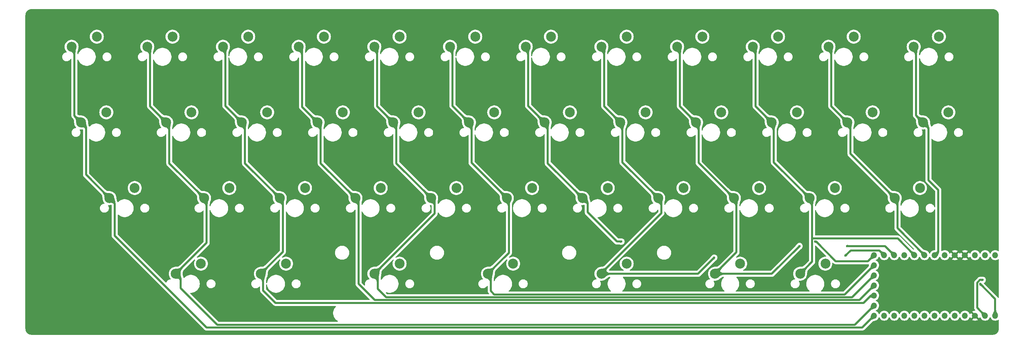
<source format=gbr>
%TF.GenerationSoftware,KiCad,Pcbnew,8.0.8*%
%TF.CreationDate,2025-03-09T23:59:49+01:00*%
%TF.ProjectId,Pancake,50616e63-616b-4652-9e6b-696361645f70,rev?*%
%TF.SameCoordinates,Original*%
%TF.FileFunction,Copper,L1,Top*%
%TF.FilePolarity,Positive*%
%FSLAX46Y46*%
G04 Gerber Fmt 4.6, Leading zero omitted, Abs format (unit mm)*
G04 Created by KiCad (PCBNEW 8.0.8) date 2025-03-09 23:59:49*
%MOMM*%
%LPD*%
G01*
G04 APERTURE LIST*
G04 Aperture macros list*
%AMHorizOval*
0 Thick line with rounded ends*
0 $1 width*
0 $2 $3 position (X,Y) of the first rounded end (center of the circle)*
0 $4 $5 position (X,Y) of the second rounded end (center of the circle)*
0 Add line between two ends*
20,1,$1,$2,$3,$4,$5,0*
0 Add two circle primitives to create the rounded ends*
1,1,$1,$2,$3*
1,1,$1,$4,$5*%
G04 Aperture macros list end*
%TA.AperFunction,ComponentPad*%
%ADD10C,2.500000*%
%TD*%
%TA.AperFunction,ComponentPad*%
%ADD11O,1.500000X1.500000*%
%TD*%
%TA.AperFunction,ComponentPad*%
%ADD12HorizOval,1.500000X0.000000X0.000000X0.000000X0.000000X0*%
%TD*%
%TA.AperFunction,ViaPad*%
%ADD13C,0.600000*%
%TD*%
%TA.AperFunction,Conductor*%
%ADD14C,0.508000*%
%TD*%
G04 APERTURE END LIST*
D10*
%TO.P,MX16,1,COL*%
%TO.N,Col3*%
X97631250Y-50403125D03*
%TO.P,MX16,2,ROW*%
%TO.N,Net-(D16-A)*%
X103981250Y-47863125D03*
%TD*%
%TO.P,MX32,1,COL*%
%TO.N,Col7*%
X183356250Y-69453125D03*
%TO.P,MX32,2,ROW*%
%TO.N,Net-(D32-A)*%
X189706250Y-66913125D03*
%TD*%
D11*
%TO.P,U1,1,USB_D+*%
%TO.N,D+*%
X268174250Y-83820000D03*
%TO.P,U1,2,GPIO0*%
%TO.N,Row0*%
X265634250Y-83820000D03*
%TO.P,U1,3,GPIO1*%
%TO.N,Row1*%
X263094250Y-83820000D03*
D12*
%TO.P,U1,4,GND*%
%TO.N,GND*%
X260554250Y-83820000D03*
%TO.P,U1,5,GND*%
X258014250Y-83820000D03*
D11*
%TO.P,U1,6,GPIO2*%
%TO.N,Row2*%
X255474250Y-83820000D03*
%TO.P,U1,7,GPIO3*%
%TO.N,Col11*%
X252934250Y-83820000D03*
%TO.P,U1,8,GPIO4*%
%TO.N,Col10*%
X250394250Y-83820000D03*
%TO.P,U1,9,GPIO5*%
%TO.N,Col9*%
X247854250Y-83820000D03*
%TO.P,U1,10,GPIO6*%
%TO.N,Row3*%
X245314250Y-83820000D03*
%TO.P,U1,11,GPIO7*%
%TO.N,Col8*%
X242774250Y-83820000D03*
%TO.P,U1,12,GPIO8*%
%TO.N,Col7*%
X240234250Y-83820000D03*
%TO.P,U1,13,GPIO9*%
%TO.N,Col6*%
X237694250Y-83820000D03*
%TO.P,U1,14,GPIO12*%
%TO.N,Col5*%
X237694250Y-86360000D03*
%TO.P,U1,15,GPIO13*%
%TO.N,Col4*%
X237694250Y-88900000D03*
%TO.P,U1,16,GPIO14*%
%TO.N,Col3*%
X237694250Y-91440000D03*
%TO.P,U1,17,GPIO15*%
%TO.N,Col2*%
X237694250Y-93980000D03*
%TO.P,U1,18,GPIO16*%
%TO.N,Col1*%
X237694250Y-96520000D03*
%TO.P,U1,19,GPIO21*%
%TO.N,Col0*%
X237694250Y-99060000D03*
%TO.P,U1,20,GPIO23*%
%TO.N,unconnected-(U1-GPIO23-Pad20)*%
X240234250Y-99060000D03*
%TO.P,U1,21,GPIO20*%
%TO.N,unconnected-(U1-GPIO20-Pad21)*%
X242774250Y-99060000D03*
%TO.P,U1,22,GPIO22*%
%TO.N,unconnected-(U1-GPIO22-Pad22)*%
X245314250Y-99060000D03*
%TO.P,U1,23,GPIO26*%
%TO.N,unconnected-(U1-GPIO26-Pad23)*%
X247854250Y-99060000D03*
%TO.P,U1,24,GPIO27*%
%TO.N,unconnected-(U1-GPIO27-Pad24)*%
X250394250Y-99060000D03*
%TO.P,U1,25,GPIO28*%
%TO.N,unconnected-(U1-GPIO28-Pad25)*%
X252934250Y-99060000D03*
%TO.P,U1,26,GPIO29*%
%TO.N,unconnected-(U1-GPIO29-Pad26)*%
X255474250Y-99060000D03*
%TO.P,U1,27,VCC*%
%TO.N,unconnected-(U1-VCC-Pad27)*%
X258014250Y-99060000D03*
%TO.P,U1,28,RST*%
%TO.N,unconnected-(U1-RST-Pad28)*%
X260554250Y-99060000D03*
D12*
%TO.P,U1,29,GND*%
%TO.N,GND*%
X263094250Y-99060000D03*
D11*
%TO.P,U1,30,RAW*%
%TO.N,RAW*%
X265634250Y-99060000D03*
%TO.P,U1,31,USB_D-*%
%TO.N,D-*%
X268174250Y-99060000D03*
%TD*%
D10*
%TO.P,MX12,1,COL*%
%TO.N,Col11*%
X247650000Y-31353125D03*
%TO.P,MX12,2,ROW*%
%TO.N,Net-(D12-A)*%
X254000000Y-28813125D03*
%TD*%
%TO.P,MX6,1,COL*%
%TO.N,Col5*%
X130968750Y-31353125D03*
%TO.P,MX6,2,ROW*%
%TO.N,Net-(D6-A)*%
X137318750Y-28813125D03*
%TD*%
%TO.P,MX27,1,COL*%
%TO.N,Col2*%
X88106250Y-69453125D03*
%TO.P,MX27,2,ROW*%
%TO.N,Net-(D27-A)*%
X94456250Y-66913125D03*
%TD*%
%TO.P,MX35,1,COL*%
%TO.N,Col10*%
X242887500Y-69453125D03*
%TO.P,MX35,2,ROW*%
%TO.N,Net-(D35-A)*%
X249237500Y-66913125D03*
%TD*%
%TO.P,MX38,1,COL*%
%TO.N,Col4*%
X111918750Y-88503125D03*
%TO.P,MX38,2,ROW*%
%TO.N,Net-(D38-A)*%
X118268750Y-85963125D03*
%TD*%
%TO.P,MX28,1,COL*%
%TO.N,Col3*%
X107156250Y-69453125D03*
%TO.P,MX28,2,ROW*%
%TO.N,Net-(D28-A)*%
X113506250Y-66913125D03*
%TD*%
%TO.P,MX40,1,COL*%
%TO.N,Col7*%
X169068750Y-88503125D03*
%TO.P,MX40,2,ROW*%
%TO.N,Net-(D40-A)*%
X175418750Y-85963125D03*
%TD*%
%TO.P,MX1,1,COL*%
%TO.N,Col0*%
X35718750Y-31353125D03*
%TO.P,MX1,2,ROW*%
%TO.N,Net-(D1-A)*%
X42068750Y-28813125D03*
%TD*%
%TO.P,MX31,1,COL*%
%TO.N,Col6*%
X164306250Y-69453125D03*
%TO.P,MX31,2,ROW*%
%TO.N,Net-(D31-A)*%
X170656250Y-66913125D03*
%TD*%
%TO.P,MX36,1,COL*%
%TO.N,Col1*%
X61912500Y-88503125D03*
%TO.P,MX36,2,ROW*%
%TO.N,Net-(D36-A)*%
X68262500Y-85963125D03*
%TD*%
%TO.P,MX42,1,COL*%
%TO.N,Col9*%
X219075000Y-88503125D03*
%TO.P,MX42,2,ROW*%
%TO.N,Net-(D42-A)*%
X225425000Y-85963125D03*
%TD*%
%TO.P,MX26,1,COL*%
%TO.N,Col1*%
X69056250Y-69453125D03*
%TO.P,MX26,2,ROW*%
%TO.N,Net-(D26-A)*%
X75406250Y-66913125D03*
%TD*%
%TO.P,MX34,1,COL*%
%TO.N,Col9*%
X221456250Y-69453125D03*
%TO.P,MX34,2,ROW*%
%TO.N,Net-(D34-A)*%
X227806250Y-66913125D03*
%TD*%
%TO.P,MX37,1,COL*%
%TO.N,Col2*%
X83343750Y-88503125D03*
%TO.P,MX37,2,ROW*%
%TO.N,Net-(D37-A)*%
X89693750Y-85963125D03*
%TD*%
%TO.P,MX10,1,COL*%
%TO.N,Col9*%
X207168750Y-31353125D03*
%TO.P,MX10,2,ROW*%
%TO.N,Net-(D10-A)*%
X213518750Y-28813125D03*
%TD*%
%TO.P,MX20,1,COL*%
%TO.N,Col7*%
X173831250Y-50403125D03*
%TO.P,MX20,2,ROW*%
%TO.N,Net-(D20-A)*%
X180181250Y-47863125D03*
%TD*%
%TO.P,MX30,1,COL*%
%TO.N,Col5*%
X145256250Y-69453125D03*
%TO.P,MX30,2,ROW*%
%TO.N,Net-(D30-A)*%
X151606250Y-66913125D03*
%TD*%
%TO.P,MX23,1,COL*%
%TO.N,Col10*%
X230981250Y-50403125D03*
%TO.P,MX23,2,ROW*%
%TO.N,Net-(D23-A)*%
X237331250Y-47863125D03*
%TD*%
%TO.P,MX13,1,COL*%
%TO.N,Col0*%
X38100000Y-50403125D03*
%TO.P,MX13,2,ROW*%
%TO.N,Net-(D13-A)*%
X44450000Y-47863125D03*
%TD*%
%TO.P,MX2,1,COL*%
%TO.N,Col1*%
X54768750Y-31353125D03*
%TO.P,MX2,2,ROW*%
%TO.N,Net-(D2-A)*%
X61118750Y-28813125D03*
%TD*%
%TO.P,MX18,1,COL*%
%TO.N,Col5*%
X135731250Y-50403125D03*
%TO.P,MX18,2,ROW*%
%TO.N,Net-(D18-A)*%
X142081250Y-47863125D03*
%TD*%
%TO.P,MX24,1,COL*%
%TO.N,Col11*%
X250031250Y-50403125D03*
%TO.P,MX24,2,ROW*%
%TO.N,Net-(D24-A)*%
X256381250Y-47863125D03*
%TD*%
%TO.P,MX7,1,COL*%
%TO.N,Col6*%
X150018750Y-31353125D03*
%TO.P,MX7,2,ROW*%
%TO.N,Net-(D7-A)*%
X156368750Y-28813125D03*
%TD*%
%TO.P,MX5,1,COL*%
%TO.N,Col4*%
X111918750Y-31353125D03*
%TO.P,MX5,2,ROW*%
%TO.N,Net-(D5-A)*%
X118268750Y-28813125D03*
%TD*%
%TO.P,MX33,1,COL*%
%TO.N,Col8*%
X202406250Y-69453125D03*
%TO.P,MX33,2,ROW*%
%TO.N,Net-(D33-A)*%
X208756250Y-66913125D03*
%TD*%
%TO.P,MX4,1,COL*%
%TO.N,Col3*%
X92868750Y-31353125D03*
%TO.P,MX4,2,ROW*%
%TO.N,Net-(D4-A)*%
X99218750Y-28813125D03*
%TD*%
%TO.P,MX11,1,COL*%
%TO.N,Col10*%
X226218750Y-31353125D03*
%TO.P,MX11,2,ROW*%
%TO.N,Net-(D11-A)*%
X232568750Y-28813125D03*
%TD*%
%TO.P,MX9,1,COL*%
%TO.N,Col8*%
X188118750Y-31353125D03*
%TO.P,MX9,2,ROW*%
%TO.N,Net-(D9-A)*%
X194468750Y-28813125D03*
%TD*%
%TO.P,MX19,1,COL*%
%TO.N,Col6*%
X154781250Y-50403125D03*
%TO.P,MX19,2,ROW*%
%TO.N,Net-(D19-A)*%
X161131250Y-47863125D03*
%TD*%
%TO.P,MX14,1,COL*%
%TO.N,Col1*%
X59531250Y-50403125D03*
%TO.P,MX14,2,ROW*%
%TO.N,Net-(D14-A)*%
X65881250Y-47863125D03*
%TD*%
%TO.P,MX39,1,COL*%
%TO.N,Col5*%
X140493750Y-88503125D03*
%TO.P,MX39,2,ROW*%
%TO.N,Net-(D39-A)*%
X146843750Y-85963125D03*
%TD*%
%TO.P,MX17,1,COL*%
%TO.N,Col4*%
X116681250Y-50403125D03*
%TO.P,MX17,2,ROW*%
%TO.N,Net-(D17-A)*%
X123031250Y-47863125D03*
%TD*%
%TO.P,MX22,1,COL*%
%TO.N,Col9*%
X211931250Y-50403125D03*
%TO.P,MX22,2,ROW*%
%TO.N,Net-(D22-A)*%
X218281250Y-47863125D03*
%TD*%
%TO.P,MX41,1,COL*%
%TO.N,Col8*%
X197643750Y-88503125D03*
%TO.P,MX41,2,ROW*%
%TO.N,Net-(D41-A)*%
X203993750Y-85963125D03*
%TD*%
%TO.P,MX21,1,COL*%
%TO.N,Col8*%
X192881250Y-50403125D03*
%TO.P,MX21,2,ROW*%
%TO.N,Net-(D21-A)*%
X199231250Y-47863125D03*
%TD*%
%TO.P,MX8,1,COL*%
%TO.N,Col7*%
X169068750Y-31353125D03*
%TO.P,MX8,2,ROW*%
%TO.N,Net-(D8-A)*%
X175418750Y-28813125D03*
%TD*%
%TO.P,MX29,1,COL*%
%TO.N,Col4*%
X126206250Y-69453125D03*
%TO.P,MX29,2,ROW*%
%TO.N,Net-(D29-A)*%
X132556250Y-66913125D03*
%TD*%
%TO.P,MX3,1,COL*%
%TO.N,Col2*%
X73818750Y-31353125D03*
%TO.P,MX3,2,ROW*%
%TO.N,Net-(D3-A)*%
X80168750Y-28813125D03*
%TD*%
%TO.P,MX15,1,COL*%
%TO.N,Col2*%
X78581250Y-50403125D03*
%TO.P,MX15,2,ROW*%
%TO.N,Net-(D15-A)*%
X84931250Y-47863125D03*
%TD*%
%TO.P,MX25,1,COL*%
%TO.N,Col0*%
X45243750Y-69453125D03*
%TO.P,MX25,2,ROW*%
%TO.N,Net-(D25-A)*%
X51593750Y-66913125D03*
%TD*%
D13*
%TO.N,RAW*%
X265017250Y-90043000D03*
%TO.N,D-*%
X264382250Y-91059000D03*
%TO.N,Col6*%
X222845250Y-80391000D03*
X174085250Y-80391000D03*
%TO.N,Col7*%
X197453250Y-84455000D03*
X230473250Y-83947000D03*
%TO.N,Col8*%
X230854250Y-81534000D03*
X218916250Y-81534000D03*
%TD*%
D14*
%TO.N,RAW*%
X263628250Y-90746682D02*
X263628250Y-97054000D01*
X264331932Y-90043000D02*
X263628250Y-90746682D01*
X263628250Y-97054000D02*
X265634250Y-99060000D01*
X265017250Y-90043000D02*
X264331932Y-90043000D01*
%TO.N,D-*%
X264382250Y-91059000D02*
X268174250Y-94851000D01*
X268174250Y-94851000D02*
X268174250Y-99060000D01*
%TO.N,Col2*%
X83915250Y-92710000D02*
X83915250Y-89074625D01*
X87055250Y-95850000D02*
X83915250Y-92710000D01*
X83915250Y-89074625D02*
X83343750Y-88503125D01*
X234986964Y-95850000D02*
X87055250Y-95850000D01*
X236856964Y-93980000D02*
X234986964Y-95850000D01*
X237694250Y-93980000D02*
X236856964Y-93980000D01*
%TO.N,Col0*%
X234700250Y-102054000D02*
X237694250Y-99060000D01*
X46549750Y-70759125D02*
X46549750Y-78900576D01*
X46549750Y-78900576D02*
X69703174Y-102054000D01*
X45243750Y-69453125D02*
X46549750Y-70759125D01*
X69703174Y-102054000D02*
X234700250Y-102054000D01*
%TO.N,Col1*%
X72358250Y-101346000D02*
X232868250Y-101346000D01*
X63162499Y-89753124D02*
X63162499Y-92150249D01*
X63162499Y-92150249D02*
X72358250Y-101346000D01*
X61912500Y-88503125D02*
X63162499Y-89753124D01*
X232868250Y-101346000D02*
X237694250Y-96520000D01*
%TO.N,Col3*%
X107918250Y-91059000D02*
X107918250Y-70215125D01*
X112001250Y-95142000D02*
X107918250Y-91059000D01*
X107918250Y-70215125D02*
X107156250Y-69453125D01*
X233992250Y-95142000D02*
X112001250Y-95142000D01*
X237694250Y-91440000D02*
X233992250Y-95142000D01*
%TO.N,Col4*%
X112744250Y-89328625D02*
X111918750Y-88503125D01*
X114847424Y-94434000D02*
X112744250Y-92330826D01*
X112744250Y-92330826D02*
X112744250Y-89328625D01*
X232160250Y-94434000D02*
X114847424Y-94434000D01*
X237694250Y-88900000D02*
X232160250Y-94434000D01*
%TO.N,Col5*%
X141192250Y-89201625D02*
X140493750Y-88503125D01*
X141192250Y-92837000D02*
X141192250Y-89201625D01*
X142081250Y-93726000D02*
X141192250Y-92837000D01*
X230328250Y-93726000D02*
X142081250Y-93726000D01*
X237694250Y-86360000D02*
X230328250Y-93726000D01*
%TO.N,Col6*%
X236170250Y-85344000D02*
X237694250Y-83820000D01*
X228035091Y-85344000D02*
X236170250Y-85344000D01*
X222845250Y-80391000D02*
X223082091Y-80391000D01*
X223082091Y-80391000D02*
X228035091Y-85344000D01*
X172972934Y-80391000D02*
X174085250Y-80391000D01*
X165612250Y-70759125D02*
X165612250Y-73030316D01*
X165612250Y-73030316D02*
X172972934Y-80391000D01*
X164306250Y-69453125D02*
X165612250Y-70759125D01*
%TO.N,Col7*%
X239030250Y-82616000D02*
X240234250Y-83820000D01*
X231804250Y-82616000D02*
X239030250Y-82616000D01*
X230473250Y-83947000D02*
X231804250Y-82616000D01*
X193405125Y-88503125D02*
X197453250Y-84455000D01*
X169068750Y-88503125D02*
X193405125Y-88503125D01*
%TO.N,Col8*%
X240488250Y-81534000D02*
X242774250Y-83820000D01*
X230854250Y-81534000D02*
X240488250Y-81534000D01*
X211947125Y-88503125D02*
X218916250Y-81534000D01*
X197643750Y-88503125D02*
X211947125Y-88503125D01*
%TO.N,Col0*%
X36417250Y-48720375D02*
X38100000Y-50403125D01*
X36417250Y-32051625D02*
X36417250Y-48720375D01*
X35718750Y-31353125D02*
X36417250Y-32051625D01*
%TO.N,Col9*%
X243663250Y-79629000D02*
X222091250Y-79629000D01*
X247854250Y-83820000D02*
X243663250Y-79629000D01*
X222091250Y-79629000D02*
X222091250Y-85486875D01*
X222091250Y-70088125D02*
X222091250Y-79629000D01*
%TO.N,Col10*%
X243554250Y-70119875D02*
X243554250Y-76980000D01*
X243554250Y-76980000D02*
X250394250Y-83820000D01*
X242887500Y-69453125D02*
X243554250Y-70119875D01*
%TO.N,Col11*%
X253841250Y-67437000D02*
X253841250Y-82913000D01*
X251337250Y-64933000D02*
X253841250Y-67437000D01*
X251337250Y-51709125D02*
X251337250Y-64933000D01*
X250031250Y-50403125D02*
X251337250Y-51709125D01*
X253841250Y-82913000D02*
X252934250Y-83820000D01*
%TO.N,Col1*%
X69691250Y-80724375D02*
X61912500Y-88503125D01*
X69691250Y-70088125D02*
X69691250Y-80724375D01*
X69056250Y-69453125D02*
X69691250Y-70088125D01*
%TO.N,Col9*%
X222091250Y-85486875D02*
X219075000Y-88503125D01*
X221456250Y-69453125D02*
X222091250Y-70088125D01*
%TO.N,Col3*%
X93694250Y-46466125D02*
X97631250Y-50403125D01*
X93694250Y-32178625D02*
X93694250Y-46466125D01*
X92868750Y-31353125D02*
X93694250Y-32178625D01*
X98393250Y-51165125D02*
X97631250Y-50403125D01*
X98393250Y-60690125D02*
X98393250Y-51165125D01*
X107156250Y-69453125D02*
X98393250Y-60690125D01*
%TO.N,Col4*%
X127095250Y-73326625D02*
X127095250Y-70342125D01*
X127095250Y-70342125D02*
X126206250Y-69453125D01*
X111918750Y-88503125D02*
X127095250Y-73326625D01*
X117443250Y-51165125D02*
X117443250Y-60690125D01*
X116681250Y-50403125D02*
X117443250Y-51165125D01*
X117443250Y-60690125D02*
X126206250Y-69453125D01*
X112617250Y-32051625D02*
X111918750Y-31353125D01*
X112617250Y-46339125D02*
X112617250Y-32051625D01*
X116681250Y-50403125D02*
X112617250Y-46339125D01*
%TO.N,Col5*%
X131540250Y-46212125D02*
X135731250Y-50403125D01*
X130968750Y-31353125D02*
X131540250Y-31924625D01*
X131540250Y-31924625D02*
X131540250Y-46212125D01*
X136366250Y-60563125D02*
X145256250Y-69453125D01*
X136366250Y-51038125D02*
X136366250Y-60563125D01*
X135731250Y-50403125D02*
X136366250Y-51038125D01*
X145764250Y-69961125D02*
X145256250Y-69453125D01*
X145764250Y-83232625D02*
X145764250Y-69961125D01*
X140493750Y-88503125D02*
X145764250Y-83232625D01*
%TO.N,Col6*%
X155543250Y-51165125D02*
X154781250Y-50403125D01*
X155543250Y-60690125D02*
X155543250Y-51165125D01*
X164306250Y-69453125D02*
X155543250Y-60690125D01*
X150590250Y-46212125D02*
X154781250Y-50403125D01*
X150590250Y-31924625D02*
X150590250Y-46212125D01*
X150018750Y-31353125D02*
X150590250Y-31924625D01*
%TO.N,Col7*%
X169767250Y-32051625D02*
X169068750Y-31353125D01*
X169767250Y-46339125D02*
X169767250Y-32051625D01*
X173831250Y-50403125D02*
X169767250Y-46339125D01*
X174339250Y-50911125D02*
X173831250Y-50403125D01*
X174339250Y-60436125D02*
X174339250Y-50911125D01*
X183356250Y-69453125D02*
X174339250Y-60436125D01*
X184118250Y-70215125D02*
X183356250Y-69453125D01*
X184118250Y-73279000D02*
X184118250Y-70215125D01*
X169068750Y-88328500D02*
X184118250Y-73279000D01*
X169068750Y-88503125D02*
X169068750Y-88328500D01*
%TO.N,Col8*%
X203041250Y-83105625D02*
X197643750Y-88503125D01*
X203041250Y-70088125D02*
X203041250Y-83105625D01*
X202406250Y-69453125D02*
X203041250Y-70088125D01*
X193516250Y-51038125D02*
X192881250Y-50403125D01*
X193516250Y-60563125D02*
X193516250Y-51038125D01*
X202406250Y-69453125D02*
X193516250Y-60563125D01*
X188118750Y-31353125D02*
X188817250Y-32051625D01*
X188817250Y-32051625D02*
X188817250Y-46339125D01*
X188817250Y-46339125D02*
X192881250Y-50403125D01*
%TO.N,Col9*%
X207867250Y-32051625D02*
X207168750Y-31353125D01*
X207867250Y-46339125D02*
X207867250Y-32051625D01*
X211931250Y-50403125D02*
X207867250Y-46339125D01*
X212439250Y-50911125D02*
X211931250Y-50403125D01*
X221456250Y-69453125D02*
X212439250Y-60436125D01*
X212439250Y-60436125D02*
X212439250Y-50911125D01*
%TO.N,Col10*%
X231743250Y-51165125D02*
X230981250Y-50403125D01*
X231743250Y-58308875D02*
X231743250Y-51165125D01*
X242887500Y-69453125D02*
X231743250Y-58308875D01*
X226917250Y-32051625D02*
X226917250Y-46339125D01*
X226917250Y-46339125D02*
X230981250Y-50403125D01*
X226218750Y-31353125D02*
X226917250Y-32051625D01*
%TO.N,Col11*%
X248253250Y-48625125D02*
X248253250Y-31956375D01*
X248253250Y-31956375D02*
X247650000Y-31353125D01*
X250031250Y-50403125D02*
X248253250Y-48625125D01*
%TO.N,Col1*%
X60293250Y-60690125D02*
X69056250Y-69453125D01*
X60293250Y-51165125D02*
X60293250Y-60690125D01*
X59531250Y-50403125D02*
X60293250Y-51165125D01*
X55467250Y-46339125D02*
X59531250Y-50403125D01*
X55467250Y-32051625D02*
X55467250Y-46339125D01*
X54768750Y-31353125D02*
X55467250Y-32051625D01*
%TO.N,Col2*%
X74390250Y-46212125D02*
X78581250Y-50403125D01*
X73818750Y-31353125D02*
X74390250Y-31924625D01*
X74390250Y-31924625D02*
X74390250Y-46212125D01*
X79343250Y-51165125D02*
X78581250Y-50403125D01*
X88106250Y-69453125D02*
X79343250Y-60690125D01*
X79343250Y-60690125D02*
X79343250Y-51165125D01*
X88868250Y-82978625D02*
X88868250Y-70215125D01*
X88868250Y-70215125D02*
X88106250Y-69453125D01*
X83343750Y-88503125D02*
X88868250Y-82978625D01*
%TO.N,Col0*%
X39349999Y-63559374D02*
X45243750Y-69453125D01*
X39349999Y-51653124D02*
X39349999Y-63559374D01*
X38100000Y-50403125D02*
X39349999Y-51653124D01*
%TD*%
%TA.AperFunction,Conductor*%
%TO.N,GND*%
G36*
X267506746Y-21875501D02*
G01*
X267515366Y-21875500D01*
X267515370Y-21875502D01*
X267576840Y-21875500D01*
X267585681Y-21875815D01*
X267785818Y-21890125D01*
X267803327Y-21892641D01*
X267995063Y-21934347D01*
X268012037Y-21939331D01*
X268103959Y-21973613D01*
X268195887Y-22007898D01*
X268211967Y-22015241D01*
X268384186Y-22109276D01*
X268399070Y-22118841D01*
X268556149Y-22236426D01*
X268569520Y-22248012D01*
X268708260Y-22386749D01*
X268719846Y-22400119D01*
X268837436Y-22557197D01*
X268847002Y-22572081D01*
X268941041Y-22744297D01*
X268948387Y-22760383D01*
X269016958Y-22944223D01*
X269021942Y-22961198D01*
X269063651Y-23152928D01*
X269066169Y-23170440D01*
X269080434Y-23369880D01*
X269080750Y-23378727D01*
X269080750Y-82689957D01*
X269061065Y-82756996D01*
X269008261Y-82802751D01*
X268939103Y-82812695D01*
X268885628Y-82791532D01*
X268801889Y-82732898D01*
X268603580Y-82640425D01*
X268603576Y-82640424D01*
X268603572Y-82640422D01*
X268392227Y-82583793D01*
X268174252Y-82564723D01*
X268174248Y-82564723D01*
X268028932Y-82577436D01*
X267956273Y-82583793D01*
X267956270Y-82583793D01*
X267744927Y-82640422D01*
X267744918Y-82640426D01*
X267546611Y-82732898D01*
X267546607Y-82732900D01*
X267367371Y-82858402D01*
X267212652Y-83013121D01*
X267087150Y-83192357D01*
X267087148Y-83192361D01*
X267016632Y-83343583D01*
X266970459Y-83396022D01*
X266903266Y-83415174D01*
X266836385Y-83394958D01*
X266791868Y-83343583D01*
X266754951Y-83264415D01*
X266721352Y-83192362D01*
X266721349Y-83192358D01*
X266721349Y-83192357D01*
X266595849Y-83013124D01*
X266518501Y-82935776D01*
X266441127Y-82858402D01*
X266303228Y-82761844D01*
X266261888Y-82732897D01*
X266154975Y-82683043D01*
X266063580Y-82640425D01*
X266063576Y-82640424D01*
X266063572Y-82640422D01*
X265852227Y-82583793D01*
X265634252Y-82564723D01*
X265634248Y-82564723D01*
X265488932Y-82577436D01*
X265416273Y-82583793D01*
X265416270Y-82583793D01*
X265204927Y-82640422D01*
X265204918Y-82640426D01*
X265006611Y-82732898D01*
X265006607Y-82732900D01*
X264827371Y-82858402D01*
X264672652Y-83013121D01*
X264547150Y-83192357D01*
X264547148Y-83192361D01*
X264476632Y-83343583D01*
X264430459Y-83396022D01*
X264363266Y-83415174D01*
X264296385Y-83394958D01*
X264251868Y-83343583D01*
X264214951Y-83264415D01*
X264181352Y-83192362D01*
X264181349Y-83192358D01*
X264181349Y-83192357D01*
X264055849Y-83013124D01*
X263978501Y-82935776D01*
X263901127Y-82858402D01*
X263763228Y-82761844D01*
X263721888Y-82732897D01*
X263614975Y-82683043D01*
X263523580Y-82640425D01*
X263523576Y-82640424D01*
X263523572Y-82640422D01*
X263312227Y-82583793D01*
X263094252Y-82564723D01*
X263094248Y-82564723D01*
X262948932Y-82577436D01*
X262876273Y-82583793D01*
X262876270Y-82583793D01*
X262664927Y-82640422D01*
X262664918Y-82640426D01*
X262466611Y-82732898D01*
X262466607Y-82732900D01*
X262287371Y-82858402D01*
X262132652Y-83013121D01*
X262007150Y-83192357D01*
X262007150Y-83192358D01*
X262007148Y-83192361D01*
X262007148Y-83192362D01*
X262007030Y-83192615D01*
X261936355Y-83344176D01*
X261890182Y-83396615D01*
X261822988Y-83415766D01*
X261756107Y-83395550D01*
X261711591Y-83344174D01*
X261640919Y-83192617D01*
X261597373Y-83130428D01*
X260967810Y-83759991D01*
X260940968Y-83659816D01*
X260886333Y-83565184D01*
X260809066Y-83487917D01*
X260714434Y-83433282D01*
X260614257Y-83406439D01*
X261243821Y-82776874D01*
X261181637Y-82733333D01*
X260983409Y-82640898D01*
X260983400Y-82640894D01*
X260772144Y-82584289D01*
X260772134Y-82584287D01*
X260554251Y-82565225D01*
X260554249Y-82565225D01*
X260336365Y-82584287D01*
X260336355Y-82584289D01*
X260125099Y-82640894D01*
X260125090Y-82640898D01*
X259926864Y-82733332D01*
X259926862Y-82733333D01*
X259864678Y-82776875D01*
X259864677Y-82776875D01*
X260494243Y-83406439D01*
X260394066Y-83433282D01*
X260299434Y-83487917D01*
X260222167Y-83565184D01*
X260167532Y-83659816D01*
X260140689Y-83759992D01*
X259511125Y-83130427D01*
X259511125Y-83130428D01*
X259467583Y-83192612D01*
X259467582Y-83192614D01*
X259396632Y-83344767D01*
X259350459Y-83397206D01*
X259283266Y-83416358D01*
X259216385Y-83396142D01*
X259171868Y-83344767D01*
X259100918Y-83192615D01*
X259057373Y-83130428D01*
X258427810Y-83759991D01*
X258400968Y-83659816D01*
X258346333Y-83565184D01*
X258269066Y-83487917D01*
X258174434Y-83433282D01*
X258074257Y-83406439D01*
X258703821Y-82776874D01*
X258641637Y-82733333D01*
X258443409Y-82640898D01*
X258443400Y-82640894D01*
X258232144Y-82584289D01*
X258232134Y-82584287D01*
X258014251Y-82565225D01*
X258014249Y-82565225D01*
X257796365Y-82584287D01*
X257796355Y-82584289D01*
X257585099Y-82640894D01*
X257585090Y-82640898D01*
X257386864Y-82733332D01*
X257386862Y-82733333D01*
X257324678Y-82776875D01*
X257324677Y-82776875D01*
X257954243Y-83406439D01*
X257854066Y-83433282D01*
X257759434Y-83487917D01*
X257682167Y-83565184D01*
X257627532Y-83659816D01*
X257600689Y-83759992D01*
X256971125Y-83130427D01*
X256971125Y-83130428D01*
X256927583Y-83192612D01*
X256927582Y-83192614D01*
X256856908Y-83344175D01*
X256810735Y-83396614D01*
X256743542Y-83415766D01*
X256676661Y-83395550D01*
X256632144Y-83344175D01*
X256594951Y-83264415D01*
X256561352Y-83192362D01*
X256561349Y-83192358D01*
X256561349Y-83192357D01*
X256435849Y-83013124D01*
X256358501Y-82935776D01*
X256281127Y-82858402D01*
X256143228Y-82761844D01*
X256101888Y-82732897D01*
X255994975Y-82683043D01*
X255903580Y-82640425D01*
X255903576Y-82640424D01*
X255903572Y-82640422D01*
X255692227Y-82583793D01*
X255474252Y-82564723D01*
X255474248Y-82564723D01*
X255328932Y-82577436D01*
X255256273Y-82583793D01*
X255256270Y-82583793D01*
X255044927Y-82640422D01*
X255044918Y-82640426D01*
X254846611Y-82732898D01*
X254846609Y-82732899D01*
X254792970Y-82770457D01*
X254726763Y-82792784D01*
X254658996Y-82775772D01*
X254611184Y-82724823D01*
X254597942Y-82673699D01*
X254597150Y-82653350D01*
X254597150Y-82653345D01*
X254597148Y-82653338D01*
X254597041Y-82652596D01*
X254595750Y-82634749D01*
X254595750Y-67517446D01*
X254595751Y-67517425D01*
X254595751Y-67362685D01*
X254566756Y-67216926D01*
X254566755Y-67216922D01*
X254549289Y-67174755D01*
X254549289Y-67174754D01*
X254543197Y-67160048D01*
X254543196Y-67160045D01*
X254509880Y-67079611D01*
X254464398Y-67011542D01*
X254427309Y-66956034D01*
X254427306Y-66956030D01*
X254317897Y-66846621D01*
X254317874Y-66846600D01*
X252128069Y-64656794D01*
X252094584Y-64595471D01*
X252091750Y-64569113D01*
X252091750Y-54675676D01*
X252111435Y-54608637D01*
X252164239Y-54562882D01*
X252233397Y-54552938D01*
X252296953Y-54581963D01*
X252303431Y-54587995D01*
X252354202Y-54638766D01*
X252354209Y-54638772D01*
X252588256Y-54818363D01*
X252843739Y-54965866D01*
X252843740Y-54965866D01*
X252843743Y-54965868D01*
X253116298Y-55078764D01*
X253401257Y-55155118D01*
X253693744Y-55193625D01*
X253693751Y-55193625D01*
X253988749Y-55193625D01*
X253988756Y-55193625D01*
X254281243Y-55155118D01*
X254566202Y-55078764D01*
X254838757Y-54965868D01*
X255094244Y-54818363D01*
X255328292Y-54638771D01*
X255536896Y-54430167D01*
X255716488Y-54196119D01*
X255863993Y-53940632D01*
X255976889Y-53668077D01*
X256053243Y-53383118D01*
X256091750Y-53090631D01*
X256091750Y-52854546D01*
X257795750Y-52854546D01*
X257795750Y-53031703D01*
X257823464Y-53206681D01*
X257878206Y-53375164D01*
X257878207Y-53375167D01*
X257917926Y-53453118D01*
X257958636Y-53533015D01*
X258062767Y-53676339D01*
X258188036Y-53801608D01*
X258331360Y-53905739D01*
X258399827Y-53940625D01*
X258489207Y-53986167D01*
X258489210Y-53986168D01*
X258573451Y-54013539D01*
X258657695Y-54040911D01*
X258832671Y-54068625D01*
X258832672Y-54068625D01*
X259009828Y-54068625D01*
X259009829Y-54068625D01*
X259184805Y-54040911D01*
X259353292Y-53986167D01*
X259511140Y-53905739D01*
X259654464Y-53801608D01*
X259779733Y-53676339D01*
X259883864Y-53533015D01*
X259964292Y-53375167D01*
X260019036Y-53206680D01*
X260046750Y-53031704D01*
X260046750Y-52854546D01*
X260019036Y-52679570D01*
X259991664Y-52595326D01*
X259964293Y-52511085D01*
X259964292Y-52511082D01*
X259895457Y-52375988D01*
X259883864Y-52353235D01*
X259779733Y-52209911D01*
X259654464Y-52084642D01*
X259511140Y-51980511D01*
X259353292Y-51900082D01*
X259353289Y-51900081D01*
X259184806Y-51845339D01*
X259097317Y-51831482D01*
X259009829Y-51817625D01*
X258832671Y-51817625D01*
X258774345Y-51826863D01*
X258657693Y-51845339D01*
X258489210Y-51900081D01*
X258489207Y-51900082D01*
X258331359Y-51980511D01*
X258249588Y-52039921D01*
X258188036Y-52084642D01*
X258188034Y-52084644D01*
X258188033Y-52084644D01*
X258062769Y-52209908D01*
X258062769Y-52209909D01*
X258062767Y-52209911D01*
X258054495Y-52221297D01*
X257958636Y-52353234D01*
X257878207Y-52511082D01*
X257878206Y-52511085D01*
X257823464Y-52679568D01*
X257795750Y-52854546D01*
X256091750Y-52854546D01*
X256091750Y-52795619D01*
X256053243Y-52503132D01*
X255976889Y-52218173D01*
X255972939Y-52208638D01*
X255921579Y-52084644D01*
X255863993Y-51945618D01*
X255837703Y-51900083D01*
X255716488Y-51690131D01*
X255536897Y-51456084D01*
X255536891Y-51456077D01*
X255328297Y-51247483D01*
X255328290Y-51247477D01*
X255094243Y-51067886D01*
X254838760Y-50920383D01*
X254838750Y-50920379D01*
X254566211Y-50807489D01*
X254566204Y-50807487D01*
X254566202Y-50807486D01*
X254281243Y-50731132D01*
X254232363Y-50724696D01*
X253988763Y-50692625D01*
X253988756Y-50692625D01*
X253693744Y-50692625D01*
X253693736Y-50692625D01*
X253415335Y-50729278D01*
X253401257Y-50731132D01*
X253116298Y-50807486D01*
X253116288Y-50807489D01*
X252843749Y-50920379D01*
X252843739Y-50920383D01*
X252588256Y-51067886D01*
X252354210Y-51247476D01*
X252215191Y-51386495D01*
X252153868Y-51419979D01*
X252084176Y-51414995D01*
X252028243Y-51373123D01*
X252006428Y-51325553D01*
X252001156Y-51301683D01*
X251977780Y-51195833D01*
X251972452Y-51174021D01*
X251972183Y-51173017D01*
X251965892Y-51151464D01*
X251878736Y-50875781D01*
X251877298Y-50870877D01*
X251815335Y-50642054D01*
X251811735Y-50622896D01*
X251783420Y-50359099D01*
X251783068Y-50355226D01*
X251767052Y-50141495D01*
X251708670Y-49885709D01*
X251612818Y-49641482D01*
X251481636Y-49414268D01*
X251318055Y-49209144D01*
X251318054Y-49209143D01*
X251318051Y-49209139D01*
X251125729Y-49030692D01*
X250993374Y-48940454D01*
X250908954Y-48882897D01*
X250908950Y-48882895D01*
X250908947Y-48882893D01*
X250908946Y-48882892D01*
X250672576Y-48769063D01*
X250421873Y-48691731D01*
X250421869Y-48691730D01*
X250421865Y-48691729D01*
X250297073Y-48672919D01*
X250162437Y-48652625D01*
X250162432Y-48652625D01*
X250101426Y-48652625D01*
X250089405Y-48652041D01*
X249919013Y-48635443D01*
X249913735Y-48634955D01*
X249913706Y-48634953D01*
X249905934Y-48634333D01*
X249635848Y-48614842D01*
X249620685Y-48612802D01*
X249518639Y-48592593D01*
X249518638Y-48592592D01*
X249438982Y-48576816D01*
X249410440Y-48567454D01*
X249248391Y-48491481D01*
X249222332Y-48475033D01*
X249053042Y-48335977D01*
X249013734Y-48278215D01*
X249007750Y-48240159D01*
X249007750Y-47863120D01*
X254625842Y-47863120D01*
X254625842Y-47863129D01*
X254645446Y-48124745D01*
X254645447Y-48124750D01*
X254703826Y-48380527D01*
X254703828Y-48380536D01*
X254703830Y-48380541D01*
X254799682Y-48624768D01*
X254930864Y-48851982D01*
X255034960Y-48982514D01*
X255094448Y-49057110D01*
X255249894Y-49201341D01*
X255286771Y-49235558D01*
X255503546Y-49383353D01*
X255503551Y-49383355D01*
X255503552Y-49383356D01*
X255503553Y-49383357D01*
X255629093Y-49443813D01*
X255739923Y-49497186D01*
X255739924Y-49497186D01*
X255739927Y-49497188D01*
X255990635Y-49574521D01*
X256250068Y-49613625D01*
X256512432Y-49613625D01*
X256771865Y-49574521D01*
X257022573Y-49497188D01*
X257258954Y-49383353D01*
X257475729Y-49235558D01*
X257668055Y-49057106D01*
X257831636Y-48851982D01*
X257962818Y-48624768D01*
X258058670Y-48380541D01*
X258117052Y-48124755D01*
X258136658Y-47863125D01*
X258117052Y-47601495D01*
X258058670Y-47345709D01*
X257962818Y-47101482D01*
X257831636Y-46874268D01*
X257668055Y-46669144D01*
X257668054Y-46669143D01*
X257668051Y-46669139D01*
X257475729Y-46490692D01*
X257258954Y-46342897D01*
X257258950Y-46342895D01*
X257258947Y-46342893D01*
X257258946Y-46342892D01*
X257022575Y-46229063D01*
X257022577Y-46229063D01*
X256771873Y-46151731D01*
X256771869Y-46151730D01*
X256771865Y-46151729D01*
X256645466Y-46132677D01*
X256512437Y-46112625D01*
X256512432Y-46112625D01*
X256250068Y-46112625D01*
X256250062Y-46112625D01*
X256088497Y-46136978D01*
X255990635Y-46151729D01*
X255990632Y-46151730D01*
X255990626Y-46151731D01*
X255739923Y-46229063D01*
X255503553Y-46342892D01*
X255503552Y-46342893D01*
X255286770Y-46490692D01*
X255094448Y-46669139D01*
X254930864Y-46874268D01*
X254799682Y-47101481D01*
X254703832Y-47345703D01*
X254703826Y-47345722D01*
X254645447Y-47601499D01*
X254645446Y-47601504D01*
X254625842Y-47863120D01*
X249007750Y-47863120D01*
X249007750Y-34378338D01*
X249027435Y-34311299D01*
X249080239Y-34265544D01*
X249149397Y-34255600D01*
X249212953Y-34284625D01*
X249250727Y-34343403D01*
X249251510Y-34346193D01*
X249324361Y-34618076D01*
X249324364Y-34618086D01*
X249437254Y-34890625D01*
X249437258Y-34890635D01*
X249584761Y-35146118D01*
X249764352Y-35380165D01*
X249764358Y-35380172D01*
X249972952Y-35588766D01*
X249972959Y-35588772D01*
X250207006Y-35768363D01*
X250462489Y-35915866D01*
X250462490Y-35915866D01*
X250462493Y-35915868D01*
X250735048Y-36028764D01*
X251020007Y-36105118D01*
X251312494Y-36143625D01*
X251312501Y-36143625D01*
X251607499Y-36143625D01*
X251607506Y-36143625D01*
X251899993Y-36105118D01*
X252184952Y-36028764D01*
X252457507Y-35915868D01*
X252712994Y-35768363D01*
X252947042Y-35588771D01*
X253155646Y-35380167D01*
X253335238Y-35146119D01*
X253482743Y-34890632D01*
X253595639Y-34618077D01*
X253671993Y-34333118D01*
X253710500Y-34040631D01*
X253710500Y-33804546D01*
X255414500Y-33804546D01*
X255414500Y-33981703D01*
X255442214Y-34156681D01*
X255496956Y-34325164D01*
X255496957Y-34325167D01*
X255537528Y-34404790D01*
X255577386Y-34483015D01*
X255681517Y-34626339D01*
X255806786Y-34751608D01*
X255950110Y-34855739D01*
X255981412Y-34871688D01*
X256107957Y-34936167D01*
X256107960Y-34936168D01*
X256192201Y-34963539D01*
X256276445Y-34990911D01*
X256451421Y-35018625D01*
X256451422Y-35018625D01*
X256628578Y-35018625D01*
X256628579Y-35018625D01*
X256803555Y-34990911D01*
X256972042Y-34936167D01*
X257129890Y-34855739D01*
X257273214Y-34751608D01*
X257398483Y-34626339D01*
X257502614Y-34483015D01*
X257583042Y-34325167D01*
X257637786Y-34156680D01*
X257665500Y-33981704D01*
X257665500Y-33804546D01*
X257637786Y-33629570D01*
X257594632Y-33496754D01*
X257583043Y-33461085D01*
X257583042Y-33461082D01*
X257502613Y-33303234D01*
X257499594Y-33299079D01*
X257398483Y-33159911D01*
X257273214Y-33034642D01*
X257129890Y-32930511D01*
X256972042Y-32850082D01*
X256972039Y-32850081D01*
X256803556Y-32795339D01*
X256666574Y-32773643D01*
X256628579Y-32767625D01*
X256451421Y-32767625D01*
X256413426Y-32773643D01*
X256276443Y-32795339D01*
X256107960Y-32850081D01*
X256107957Y-32850082D01*
X255950109Y-32930511D01*
X255868338Y-32989921D01*
X255806786Y-33034642D01*
X255806784Y-33034644D01*
X255806783Y-33034644D01*
X255681519Y-33159908D01*
X255681519Y-33159909D01*
X255681517Y-33159911D01*
X255661519Y-33187436D01*
X255577386Y-33303234D01*
X255496957Y-33461082D01*
X255496956Y-33461085D01*
X255442214Y-33629568D01*
X255414500Y-33804546D01*
X253710500Y-33804546D01*
X253710500Y-33745619D01*
X253671993Y-33453132D01*
X253595639Y-33168173D01*
X253482743Y-32895618D01*
X253480166Y-32891155D01*
X253335238Y-32640131D01*
X253155647Y-32406084D01*
X253155641Y-32406077D01*
X252947047Y-32197483D01*
X252947040Y-32197477D01*
X252712993Y-32017886D01*
X252457510Y-31870383D01*
X252457500Y-31870379D01*
X252184961Y-31757489D01*
X252184954Y-31757487D01*
X252184952Y-31757486D01*
X251899993Y-31681132D01*
X251851113Y-31674696D01*
X251607513Y-31642625D01*
X251607506Y-31642625D01*
X251312494Y-31642625D01*
X251312486Y-31642625D01*
X251034085Y-31679278D01*
X251020007Y-31681132D01*
X250735048Y-31757486D01*
X250735038Y-31757489D01*
X250462499Y-31870379D01*
X250462489Y-31870383D01*
X250207006Y-32017886D01*
X249972959Y-32197477D01*
X249972952Y-32197483D01*
X249764358Y-32406077D01*
X249764352Y-32406084D01*
X249584761Y-32640131D01*
X249437258Y-32895614D01*
X249437254Y-32895624D01*
X249324364Y-33168163D01*
X249324362Y-33168170D01*
X249324361Y-33168173D01*
X249267701Y-33379634D01*
X249258262Y-33414860D01*
X249221897Y-33474520D01*
X249159050Y-33505049D01*
X249089674Y-33496754D01*
X249035796Y-33452269D01*
X249014522Y-33385717D01*
X249014527Y-33379634D01*
X249016457Y-33303234D01*
X249023039Y-33042714D01*
X249023646Y-33033207D01*
X249026209Y-33008212D01*
X249052295Y-32753828D01*
X249054342Y-32740781D01*
X249101033Y-32520728D01*
X249104117Y-32509048D01*
X249177927Y-32276233D01*
X249179832Y-32270686D01*
X249181222Y-32266930D01*
X249287832Y-31978812D01*
X249297764Y-31946968D01*
X249300699Y-31938621D01*
X249327420Y-31870541D01*
X249385802Y-31614755D01*
X249405408Y-31353125D01*
X249385802Y-31091495D01*
X249327420Y-30835709D01*
X249231568Y-30591482D01*
X249100386Y-30364268D01*
X248936805Y-30159144D01*
X248936804Y-30159143D01*
X248936801Y-30159139D01*
X248744479Y-29980692D01*
X248527704Y-29832897D01*
X248527700Y-29832895D01*
X248527697Y-29832893D01*
X248527696Y-29832892D01*
X248291325Y-29719063D01*
X248291327Y-29719063D01*
X248040623Y-29641731D01*
X248040619Y-29641730D01*
X248040615Y-29641729D01*
X247915823Y-29622919D01*
X247781187Y-29602625D01*
X247781182Y-29602625D01*
X247518818Y-29602625D01*
X247518812Y-29602625D01*
X247357247Y-29626978D01*
X247259385Y-29641729D01*
X247259382Y-29641730D01*
X247259376Y-29641731D01*
X247008673Y-29719063D01*
X246772303Y-29832892D01*
X246772302Y-29832893D01*
X246555520Y-29980692D01*
X246363198Y-30159139D01*
X246199614Y-30364268D01*
X246068432Y-30591481D01*
X245972582Y-30835703D01*
X245972576Y-30835722D01*
X245914197Y-31091499D01*
X245914196Y-31091504D01*
X245894592Y-31353120D01*
X245894592Y-31353129D01*
X245914196Y-31614745D01*
X245914197Y-31614750D01*
X245972576Y-31870527D01*
X245972578Y-31870536D01*
X245972580Y-31870541D01*
X246068432Y-32114768D01*
X246199614Y-32341982D01*
X246257446Y-32414501D01*
X246363197Y-32547109D01*
X246369377Y-32552842D01*
X246405133Y-32612869D01*
X246402760Y-32682699D01*
X246363011Y-32740160D01*
X246298506Y-32767009D01*
X246294788Y-32767359D01*
X246291428Y-32767623D01*
X246116443Y-32795339D01*
X245947960Y-32850081D01*
X245947957Y-32850082D01*
X245790109Y-32930511D01*
X245708338Y-32989921D01*
X245646786Y-33034642D01*
X245646784Y-33034644D01*
X245646783Y-33034644D01*
X245521519Y-33159908D01*
X245521519Y-33159909D01*
X245521517Y-33159911D01*
X245501519Y-33187436D01*
X245417386Y-33303234D01*
X245336957Y-33461082D01*
X245336956Y-33461085D01*
X245282214Y-33629568D01*
X245254500Y-33804546D01*
X245254500Y-33981703D01*
X245282214Y-34156681D01*
X245336956Y-34325164D01*
X245336957Y-34325167D01*
X245377528Y-34404790D01*
X245417386Y-34483015D01*
X245521517Y-34626339D01*
X245646786Y-34751608D01*
X245790110Y-34855739D01*
X245821412Y-34871688D01*
X245947957Y-34936167D01*
X245947960Y-34936168D01*
X246032201Y-34963539D01*
X246116445Y-34990911D01*
X246291421Y-35018625D01*
X246291422Y-35018625D01*
X246468578Y-35018625D01*
X246468579Y-35018625D01*
X246643555Y-34990911D01*
X246812042Y-34936167D01*
X246969890Y-34855739D01*
X247113214Y-34751608D01*
X247238483Y-34626339D01*
X247274432Y-34576858D01*
X247329761Y-34534193D01*
X247399375Y-34528214D01*
X247461170Y-34560819D01*
X247495527Y-34621658D01*
X247498750Y-34649744D01*
X247498750Y-48545677D01*
X247498749Y-48545703D01*
X247498749Y-48699438D01*
X247512599Y-48769061D01*
X247512599Y-48769063D01*
X247527743Y-48845198D01*
X247527746Y-48845208D01*
X247543358Y-48882898D01*
X247584616Y-48982506D01*
X247584622Y-48982517D01*
X247667192Y-49106093D01*
X247667193Y-49106094D01*
X247868327Y-49307227D01*
X247884064Y-49327295D01*
X247884227Y-49327181D01*
X247886563Y-49330481D01*
X247886704Y-49330661D01*
X247886783Y-49330791D01*
X248039984Y-49517402D01*
X248039987Y-49517404D01*
X248075922Y-49561176D01*
X248106963Y-49598987D01*
X248123330Y-49624890D01*
X248202443Y-49793090D01*
X248211744Y-49821136D01*
X248250033Y-50009258D01*
X248252115Y-50023929D01*
X248274418Y-50297926D01*
X248275035Y-50304900D01*
X248275076Y-50305322D01*
X248275826Y-50312619D01*
X248278615Y-50337881D01*
X248279016Y-50360747D01*
X248275843Y-50403122D01*
X248275842Y-50403130D01*
X248295446Y-50664745D01*
X248295447Y-50664750D01*
X248353826Y-50920527D01*
X248353828Y-50920536D01*
X248353830Y-50920541D01*
X248449682Y-51164768D01*
X248580864Y-51391982D01*
X248631983Y-51456083D01*
X248744447Y-51597109D01*
X248750627Y-51602842D01*
X248786383Y-51662869D01*
X248784010Y-51732699D01*
X248744261Y-51790160D01*
X248679756Y-51817009D01*
X248676038Y-51817359D01*
X248672678Y-51817623D01*
X248497693Y-51845339D01*
X248329210Y-51900081D01*
X248329207Y-51900082D01*
X248171359Y-51980511D01*
X248089588Y-52039921D01*
X248028036Y-52084642D01*
X248028034Y-52084644D01*
X248028033Y-52084644D01*
X247902769Y-52209908D01*
X247902769Y-52209909D01*
X247902767Y-52209911D01*
X247894495Y-52221297D01*
X247798636Y-52353234D01*
X247718207Y-52511082D01*
X247718206Y-52511085D01*
X247663464Y-52679568D01*
X247635750Y-52854546D01*
X247635750Y-53031703D01*
X247663464Y-53206681D01*
X247718206Y-53375164D01*
X247718207Y-53375167D01*
X247757926Y-53453118D01*
X247798636Y-53533015D01*
X247902767Y-53676339D01*
X248028036Y-53801608D01*
X248171360Y-53905739D01*
X248239827Y-53940625D01*
X248329207Y-53986167D01*
X248329210Y-53986168D01*
X248413451Y-54013539D01*
X248497695Y-54040911D01*
X248672671Y-54068625D01*
X248672672Y-54068625D01*
X248849828Y-54068625D01*
X248849829Y-54068625D01*
X249024805Y-54040911D01*
X249193292Y-53986167D01*
X249351140Y-53905739D01*
X249494464Y-53801608D01*
X249619733Y-53676339D01*
X249723864Y-53533015D01*
X249804292Y-53375167D01*
X249859036Y-53206680D01*
X249886750Y-53031704D01*
X249886750Y-52854546D01*
X249859036Y-52679570D01*
X249831664Y-52595326D01*
X249804293Y-52511085D01*
X249804292Y-52511082D01*
X249762350Y-52428768D01*
X249723864Y-52353235D01*
X249722779Y-52351742D01*
X249713452Y-52338903D01*
X249689972Y-52273097D01*
X249705798Y-52205043D01*
X249755904Y-52156348D01*
X249824382Y-52142473D01*
X249832242Y-52143401D01*
X249900068Y-52153625D01*
X250162426Y-52153625D01*
X250162432Y-52153625D01*
X250341555Y-52126625D01*
X250357119Y-52125275D01*
X250387242Y-52124569D01*
X250398001Y-52124784D01*
X250466613Y-52129144D01*
X250532269Y-52153039D01*
X250574584Y-52208638D01*
X250582750Y-52252894D01*
X250582750Y-64853552D01*
X250582749Y-64853578D01*
X250582749Y-64858688D01*
X250582749Y-65007312D01*
X250582749Y-65007314D01*
X250582748Y-65007314D01*
X250611743Y-65153073D01*
X250611746Y-65153083D01*
X250668616Y-65290381D01*
X250668622Y-65290392D01*
X250751192Y-65413968D01*
X250751193Y-65413969D01*
X253050431Y-67713205D01*
X253083916Y-67774528D01*
X253086750Y-67800886D01*
X253086750Y-71597481D01*
X253067065Y-71664520D01*
X253014261Y-71710275D01*
X252945103Y-71720219D01*
X252881547Y-71691194D01*
X252844819Y-71635799D01*
X252820543Y-71561085D01*
X252820542Y-71561082D01*
X252747061Y-71416869D01*
X252740114Y-71403235D01*
X252635983Y-71259911D01*
X252510714Y-71134642D01*
X252367390Y-71030511D01*
X252209542Y-70950082D01*
X252209539Y-70950081D01*
X252041056Y-70895339D01*
X251933073Y-70878236D01*
X251866079Y-70867625D01*
X251688921Y-70867625D01*
X251630595Y-70876863D01*
X251513943Y-70895339D01*
X251345460Y-70950081D01*
X251345457Y-70950082D01*
X251187609Y-71030511D01*
X251112579Y-71085024D01*
X251044286Y-71134642D01*
X251044284Y-71134644D01*
X251044283Y-71134644D01*
X250919019Y-71259908D01*
X250919019Y-71259909D01*
X250919017Y-71259911D01*
X250886226Y-71305044D01*
X250814886Y-71403234D01*
X250734457Y-71561082D01*
X250734456Y-71561085D01*
X250679714Y-71729568D01*
X250652000Y-71904546D01*
X250652000Y-72081703D01*
X250679714Y-72256681D01*
X250734456Y-72425164D01*
X250734457Y-72425167D01*
X250774176Y-72503118D01*
X250814886Y-72583015D01*
X250919017Y-72726339D01*
X251044286Y-72851608D01*
X251187610Y-72955739D01*
X251256077Y-72990625D01*
X251345457Y-73036167D01*
X251345460Y-73036168D01*
X251429701Y-73063539D01*
X251513945Y-73090911D01*
X251688921Y-73118625D01*
X251688922Y-73118625D01*
X251866078Y-73118625D01*
X251866079Y-73118625D01*
X252041055Y-73090911D01*
X252209542Y-73036167D01*
X252367390Y-72955739D01*
X252510714Y-72851608D01*
X252635983Y-72726339D01*
X252740114Y-72583015D01*
X252820542Y-72425167D01*
X252844819Y-72350450D01*
X252884256Y-72292775D01*
X252948615Y-72265576D01*
X253017461Y-72277490D01*
X253068937Y-72324734D01*
X253086750Y-72388768D01*
X253086750Y-82422653D01*
X253067065Y-82489692D01*
X253014261Y-82535447D01*
X252971060Y-82546374D01*
X252895649Y-82551439D01*
X252849995Y-82556597D01*
X252849991Y-82556597D01*
X252847901Y-82556930D01*
X252803355Y-82566098D01*
X252752248Y-82579040D01*
X252732623Y-82582362D01*
X252716272Y-82583793D01*
X252504924Y-82640423D01*
X252504922Y-82640424D01*
X252504920Y-82640425D01*
X252451048Y-82665545D01*
X252448088Y-82666878D01*
X252416693Y-82680519D01*
X252412346Y-82683043D01*
X252402500Y-82688184D01*
X252306609Y-82732899D01*
X252127371Y-82858402D01*
X251972652Y-83013121D01*
X251847150Y-83192357D01*
X251847148Y-83192361D01*
X251776632Y-83343583D01*
X251730459Y-83396022D01*
X251663266Y-83415174D01*
X251596385Y-83394958D01*
X251551868Y-83343583D01*
X251514951Y-83264415D01*
X251481352Y-83192362D01*
X251481349Y-83192358D01*
X251481349Y-83192357D01*
X251355849Y-83013124D01*
X251278501Y-82935776D01*
X251201127Y-82858402D01*
X251021889Y-82732898D01*
X251021888Y-82732897D01*
X251021886Y-82732896D01*
X250879011Y-82666272D01*
X250868999Y-82657456D01*
X250836158Y-82645703D01*
X250825541Y-82641339D01*
X250823583Y-82640426D01*
X250823580Y-82640425D01*
X250818002Y-82638930D01*
X250808925Y-82636121D01*
X250805028Y-82634749D01*
X250661717Y-82584289D01*
X250543081Y-82542517D01*
X250522633Y-82535803D01*
X250522345Y-82535715D01*
X250521688Y-82535515D01*
X250521677Y-82535512D01*
X250521661Y-82535507D01*
X250501567Y-82529832D01*
X250286168Y-82473791D01*
X250280353Y-82472126D01*
X250163007Y-82435400D01*
X250139527Y-82425290D01*
X250131654Y-82420888D01*
X250056190Y-82378691D01*
X250035301Y-82363998D01*
X250023749Y-82353944D01*
X249853293Y-82205591D01*
X249824823Y-82182574D01*
X249815102Y-82173828D01*
X244345069Y-76703794D01*
X244311584Y-76642471D01*
X244308750Y-76616113D01*
X244308750Y-72715325D01*
X244328435Y-72648286D01*
X244381239Y-72602531D01*
X244450397Y-72592587D01*
X244513953Y-72621612D01*
X244551727Y-72680390D01*
X244552511Y-72683183D01*
X244558637Y-72706044D01*
X244561861Y-72718076D01*
X244561864Y-72718086D01*
X244674754Y-72990625D01*
X244674758Y-72990635D01*
X244822261Y-73246118D01*
X245001852Y-73480165D01*
X245001858Y-73480172D01*
X245210452Y-73688766D01*
X245210459Y-73688772D01*
X245444506Y-73868363D01*
X245699989Y-74015866D01*
X245699990Y-74015866D01*
X245699993Y-74015868D01*
X245972548Y-74128764D01*
X246257507Y-74205118D01*
X246549994Y-74243625D01*
X246550001Y-74243625D01*
X246844999Y-74243625D01*
X246845006Y-74243625D01*
X247137493Y-74205118D01*
X247422452Y-74128764D01*
X247695007Y-74015868D01*
X247950494Y-73868363D01*
X248184542Y-73688771D01*
X248393146Y-73480167D01*
X248572738Y-73246119D01*
X248720243Y-72990632D01*
X248833139Y-72718077D01*
X248909493Y-72433118D01*
X248948000Y-72140631D01*
X248948000Y-71845619D01*
X248909493Y-71553132D01*
X248833139Y-71268173D01*
X248829189Y-71258638D01*
X248777829Y-71134644D01*
X248720243Y-70995618D01*
X248693953Y-70950083D01*
X248572738Y-70740131D01*
X248393147Y-70506084D01*
X248393141Y-70506077D01*
X248184547Y-70297483D01*
X248184540Y-70297477D01*
X247950493Y-70117886D01*
X247695010Y-69970383D01*
X247695000Y-69970379D01*
X247422461Y-69857489D01*
X247422454Y-69857487D01*
X247422452Y-69857486D01*
X247137493Y-69781132D01*
X247088613Y-69774696D01*
X246845013Y-69742625D01*
X246845006Y-69742625D01*
X246549994Y-69742625D01*
X246549986Y-69742625D01*
X246271585Y-69779278D01*
X246257507Y-69781132D01*
X245972548Y-69857486D01*
X245972538Y-69857489D01*
X245699999Y-69970379D01*
X245699989Y-69970383D01*
X245444506Y-70117886D01*
X245210459Y-70297477D01*
X245210452Y-70297483D01*
X245001858Y-70506077D01*
X245001852Y-70506084D01*
X244822261Y-70740131D01*
X244674758Y-70995614D01*
X244674754Y-70995624D01*
X244561864Y-71268163D01*
X244560560Y-71272008D01*
X244560307Y-71271922D01*
X244560307Y-71271924D01*
X244560282Y-71271913D01*
X244559002Y-71271479D01*
X244526125Y-71325361D01*
X244463263Y-71355860D01*
X244393891Y-71347532D01*
X244340035Y-71303020D01*
X244318793Y-71236458D01*
X244318780Y-71231291D01*
X244321329Y-71092434D01*
X244321687Y-71085042D01*
X244344392Y-70795831D01*
X244345774Y-70784718D01*
X244384526Y-70557550D01*
X244386928Y-70546527D01*
X244397690Y-70506083D01*
X244449214Y-70312450D01*
X244451029Y-70306281D01*
X244532985Y-70052542D01*
X244535528Y-70045429D01*
X244564920Y-69970541D01*
X244623302Y-69714755D01*
X244623303Y-69714745D01*
X244642908Y-69453129D01*
X244642908Y-69453120D01*
X244623303Y-69191504D01*
X244623302Y-69191499D01*
X244623302Y-69191495D01*
X244564920Y-68935709D01*
X244469068Y-68691482D01*
X244337886Y-68464268D01*
X244174305Y-68259144D01*
X244174304Y-68259143D01*
X244174301Y-68259139D01*
X243981979Y-68080692D01*
X243765204Y-67932897D01*
X243765200Y-67932895D01*
X243765197Y-67932893D01*
X243765196Y-67932892D01*
X243528825Y-67819063D01*
X243528827Y-67819063D01*
X243278123Y-67741731D01*
X243278119Y-67741730D01*
X243278115Y-67741729D01*
X243153323Y-67722919D01*
X243018687Y-67702625D01*
X243018682Y-67702625D01*
X242957676Y-67702625D01*
X242945655Y-67702041D01*
X242775263Y-67685443D01*
X242769985Y-67684955D01*
X242769956Y-67684953D01*
X242762184Y-67684333D01*
X242492098Y-67664842D01*
X242476935Y-67662802D01*
X242374889Y-67642593D01*
X242374888Y-67642592D01*
X242295232Y-67626816D01*
X242266690Y-67617454D01*
X242104641Y-67541481D01*
X242078578Y-67525030D01*
X242069319Y-67517425D01*
X241963545Y-67430541D01*
X241815260Y-67308739D01*
X241798855Y-67296046D01*
X241787055Y-67285656D01*
X241414519Y-66913120D01*
X247482092Y-66913120D01*
X247482092Y-66913129D01*
X247501696Y-67174745D01*
X247501697Y-67174750D01*
X247560076Y-67430527D01*
X247560078Y-67430536D01*
X247560080Y-67430541D01*
X247655932Y-67674768D01*
X247787114Y-67901982D01*
X247919236Y-68067658D01*
X247950698Y-68107110D01*
X248114548Y-68259139D01*
X248143021Y-68285558D01*
X248359796Y-68433353D01*
X248359801Y-68433355D01*
X248359802Y-68433356D01*
X248359803Y-68433357D01*
X248485343Y-68493813D01*
X248596173Y-68547186D01*
X248596174Y-68547186D01*
X248596177Y-68547188D01*
X248846885Y-68624521D01*
X249106318Y-68663625D01*
X249368682Y-68663625D01*
X249628115Y-68624521D01*
X249878823Y-68547188D01*
X250115204Y-68433353D01*
X250331979Y-68285558D01*
X250524305Y-68107106D01*
X250687886Y-67901982D01*
X250819068Y-67674768D01*
X250914920Y-67430541D01*
X250973302Y-67174755D01*
X250974404Y-67160048D01*
X250992908Y-66913129D01*
X250992908Y-66913120D01*
X250973303Y-66651504D01*
X250973302Y-66651499D01*
X250973302Y-66651495D01*
X250914920Y-66395709D01*
X250819068Y-66151482D01*
X250687886Y-65924268D01*
X250524305Y-65719144D01*
X250524304Y-65719143D01*
X250524301Y-65719139D01*
X250331979Y-65540692D01*
X250115204Y-65392897D01*
X250115200Y-65392895D01*
X250115197Y-65392893D01*
X250115196Y-65392892D01*
X249878825Y-65279063D01*
X249878827Y-65279063D01*
X249628123Y-65201731D01*
X249628119Y-65201730D01*
X249628115Y-65201729D01*
X249503323Y-65182919D01*
X249368687Y-65162625D01*
X249368682Y-65162625D01*
X249106318Y-65162625D01*
X249106312Y-65162625D01*
X248944747Y-65186978D01*
X248846885Y-65201729D01*
X248846882Y-65201730D01*
X248846876Y-65201731D01*
X248596173Y-65279063D01*
X248359803Y-65392892D01*
X248359802Y-65392893D01*
X248143020Y-65540692D01*
X247950698Y-65719139D01*
X247787114Y-65924268D01*
X247655932Y-66151481D01*
X247560082Y-66395703D01*
X247560076Y-66395722D01*
X247501697Y-66651499D01*
X247501696Y-66651504D01*
X247482092Y-66913120D01*
X241414519Y-66913120D01*
X232534069Y-58032669D01*
X232500584Y-57971346D01*
X232497750Y-57944988D01*
X232497750Y-53910357D01*
X232517435Y-53843318D01*
X232570239Y-53797563D01*
X232639397Y-53787619D01*
X232702953Y-53816644D01*
X232736311Y-53862905D01*
X232768501Y-53940620D01*
X232768508Y-53940635D01*
X232916011Y-54196118D01*
X233095602Y-54430165D01*
X233095608Y-54430172D01*
X233304202Y-54638766D01*
X233304209Y-54638772D01*
X233538256Y-54818363D01*
X233793739Y-54965866D01*
X233793740Y-54965866D01*
X233793743Y-54965868D01*
X234066298Y-55078764D01*
X234351257Y-55155118D01*
X234643744Y-55193625D01*
X234643751Y-55193625D01*
X234938749Y-55193625D01*
X234938756Y-55193625D01*
X235231243Y-55155118D01*
X235516202Y-55078764D01*
X235788757Y-54965868D01*
X236044244Y-54818363D01*
X236278292Y-54638771D01*
X236486896Y-54430167D01*
X236666488Y-54196119D01*
X236813993Y-53940632D01*
X236926889Y-53668077D01*
X237003243Y-53383118D01*
X237041750Y-53090631D01*
X237041750Y-52854546D01*
X238745750Y-52854546D01*
X238745750Y-53031703D01*
X238773464Y-53206681D01*
X238828206Y-53375164D01*
X238828207Y-53375167D01*
X238867926Y-53453118D01*
X238908636Y-53533015D01*
X239012767Y-53676339D01*
X239138036Y-53801608D01*
X239281360Y-53905739D01*
X239349827Y-53940625D01*
X239439207Y-53986167D01*
X239439210Y-53986168D01*
X239523451Y-54013539D01*
X239607695Y-54040911D01*
X239782671Y-54068625D01*
X239782672Y-54068625D01*
X239959828Y-54068625D01*
X239959829Y-54068625D01*
X240134805Y-54040911D01*
X240303292Y-53986167D01*
X240461140Y-53905739D01*
X240604464Y-53801608D01*
X240729733Y-53676339D01*
X240833864Y-53533015D01*
X240914292Y-53375167D01*
X240969036Y-53206680D01*
X240996750Y-53031704D01*
X240996750Y-52854546D01*
X240969036Y-52679570D01*
X240941664Y-52595326D01*
X240914293Y-52511085D01*
X240914292Y-52511082D01*
X240845457Y-52375988D01*
X240833864Y-52353235D01*
X240729733Y-52209911D01*
X240604464Y-52084642D01*
X240461140Y-51980511D01*
X240303292Y-51900082D01*
X240303289Y-51900081D01*
X240134806Y-51845339D01*
X240047317Y-51831482D01*
X239959829Y-51817625D01*
X239782671Y-51817625D01*
X239724345Y-51826863D01*
X239607693Y-51845339D01*
X239439210Y-51900081D01*
X239439207Y-51900082D01*
X239281359Y-51980511D01*
X239199588Y-52039921D01*
X239138036Y-52084642D01*
X239138034Y-52084644D01*
X239138033Y-52084644D01*
X239012769Y-52209908D01*
X239012769Y-52209909D01*
X239012767Y-52209911D01*
X239004495Y-52221297D01*
X238908636Y-52353234D01*
X238828207Y-52511082D01*
X238828206Y-52511085D01*
X238773464Y-52679568D01*
X238745750Y-52854546D01*
X237041750Y-52854546D01*
X237041750Y-52795619D01*
X237003243Y-52503132D01*
X236926889Y-52218173D01*
X236922939Y-52208638D01*
X236871579Y-52084644D01*
X236813993Y-51945618D01*
X236787703Y-51900083D01*
X236666488Y-51690131D01*
X236486897Y-51456084D01*
X236486891Y-51456077D01*
X236278297Y-51247483D01*
X236278290Y-51247477D01*
X236044243Y-51067886D01*
X235788760Y-50920383D01*
X235788750Y-50920379D01*
X235516211Y-50807489D01*
X235516204Y-50807487D01*
X235516202Y-50807486D01*
X235231243Y-50731132D01*
X235182363Y-50724696D01*
X234938763Y-50692625D01*
X234938756Y-50692625D01*
X234643744Y-50692625D01*
X234643736Y-50692625D01*
X234365335Y-50729278D01*
X234351257Y-50731132D01*
X234066298Y-50807486D01*
X234066288Y-50807489D01*
X233793749Y-50920379D01*
X233793739Y-50920383D01*
X233538256Y-51067886D01*
X233304209Y-51247477D01*
X233304202Y-51247483D01*
X233095608Y-51456077D01*
X233095602Y-51456084D01*
X232916011Y-51690131D01*
X232768508Y-51945614D01*
X232768502Y-51945627D01*
X232744691Y-52003111D01*
X232700849Y-52057513D01*
X232634555Y-52079577D01*
X232566856Y-52062297D01*
X232519246Y-52011159D01*
X232506135Y-51954648D01*
X232506161Y-51951530D01*
X232506264Y-51947404D01*
X232519140Y-51642563D01*
X232519726Y-51634701D01*
X232545277Y-51395057D01*
X232546656Y-51385608D01*
X232590711Y-51148407D01*
X232592194Y-51141527D01*
X232624126Y-51011553D01*
X232629111Y-50995852D01*
X232658670Y-50920541D01*
X232717052Y-50664755D01*
X232717053Y-50664745D01*
X232736658Y-50403129D01*
X232736658Y-50403120D01*
X232717053Y-50141504D01*
X232717052Y-50141499D01*
X232717052Y-50141495D01*
X232658670Y-49885709D01*
X232562818Y-49641482D01*
X232431636Y-49414268D01*
X232268055Y-49209144D01*
X232268054Y-49209143D01*
X232268051Y-49209139D01*
X232075729Y-49030692D01*
X231943374Y-48940454D01*
X231858954Y-48882897D01*
X231858950Y-48882895D01*
X231858947Y-48882893D01*
X231858946Y-48882892D01*
X231622576Y-48769063D01*
X231371873Y-48691731D01*
X231371869Y-48691730D01*
X231371865Y-48691729D01*
X231247073Y-48672919D01*
X231112437Y-48652625D01*
X231112432Y-48652625D01*
X231051426Y-48652625D01*
X231039405Y-48652041D01*
X230869013Y-48635443D01*
X230863735Y-48634955D01*
X230863706Y-48634953D01*
X230855934Y-48634333D01*
X230585848Y-48614842D01*
X230570685Y-48612802D01*
X230468639Y-48592593D01*
X230468638Y-48592592D01*
X230388982Y-48576816D01*
X230360440Y-48567454D01*
X230198391Y-48491481D01*
X230172328Y-48475030D01*
X229909026Y-48258752D01*
X229892612Y-48246053D01*
X229880809Y-48235660D01*
X229508269Y-47863120D01*
X235575842Y-47863120D01*
X235575842Y-47863129D01*
X235595446Y-48124745D01*
X235595447Y-48124750D01*
X235653826Y-48380527D01*
X235653828Y-48380536D01*
X235653830Y-48380541D01*
X235749682Y-48624768D01*
X235880864Y-48851982D01*
X235984960Y-48982514D01*
X236044448Y-49057110D01*
X236199894Y-49201341D01*
X236236771Y-49235558D01*
X236453546Y-49383353D01*
X236453551Y-49383355D01*
X236453552Y-49383356D01*
X236453553Y-49383357D01*
X236579093Y-49443813D01*
X236689923Y-49497186D01*
X236689924Y-49497186D01*
X236689927Y-49497188D01*
X236940635Y-49574521D01*
X237200068Y-49613625D01*
X237462432Y-49613625D01*
X237721865Y-49574521D01*
X237972573Y-49497188D01*
X238208954Y-49383353D01*
X238425729Y-49235558D01*
X238618055Y-49057106D01*
X238781636Y-48851982D01*
X238912818Y-48624768D01*
X239008670Y-48380541D01*
X239067052Y-48124755D01*
X239086658Y-47863125D01*
X239067052Y-47601495D01*
X239008670Y-47345709D01*
X238912818Y-47101482D01*
X238781636Y-46874268D01*
X238618055Y-46669144D01*
X238618054Y-46669143D01*
X238618051Y-46669139D01*
X238425729Y-46490692D01*
X238208954Y-46342897D01*
X238208950Y-46342895D01*
X238208947Y-46342893D01*
X238208946Y-46342892D01*
X237972575Y-46229063D01*
X237972577Y-46229063D01*
X237721873Y-46151731D01*
X237721869Y-46151730D01*
X237721865Y-46151729D01*
X237595466Y-46132677D01*
X237462437Y-46112625D01*
X237462432Y-46112625D01*
X237200068Y-46112625D01*
X237200062Y-46112625D01*
X237038497Y-46136978D01*
X236940635Y-46151729D01*
X236940632Y-46151730D01*
X236940626Y-46151731D01*
X236689923Y-46229063D01*
X236453553Y-46342892D01*
X236453552Y-46342893D01*
X236236770Y-46490692D01*
X236044448Y-46669139D01*
X235880864Y-46874268D01*
X235749682Y-47101481D01*
X235653832Y-47345703D01*
X235653826Y-47345722D01*
X235595447Y-47601499D01*
X235595446Y-47601504D01*
X235575842Y-47863120D01*
X229508269Y-47863120D01*
X227708069Y-46062919D01*
X227674584Y-46001596D01*
X227671750Y-45975238D01*
X227671750Y-34707055D01*
X227691435Y-34640016D01*
X227744239Y-34594261D01*
X227813397Y-34584317D01*
X227876953Y-34613342D01*
X227910311Y-34659602D01*
X228006004Y-34890625D01*
X228006008Y-34890635D01*
X228153511Y-35146118D01*
X228333102Y-35380165D01*
X228333108Y-35380172D01*
X228541702Y-35588766D01*
X228541709Y-35588772D01*
X228775756Y-35768363D01*
X229031239Y-35915866D01*
X229031240Y-35915866D01*
X229031243Y-35915868D01*
X229303798Y-36028764D01*
X229588757Y-36105118D01*
X229881244Y-36143625D01*
X229881251Y-36143625D01*
X230176249Y-36143625D01*
X230176256Y-36143625D01*
X230468743Y-36105118D01*
X230753702Y-36028764D01*
X231026257Y-35915868D01*
X231281744Y-35768363D01*
X231515792Y-35588771D01*
X231724396Y-35380167D01*
X231903988Y-35146119D01*
X232051493Y-34890632D01*
X232164389Y-34618077D01*
X232240743Y-34333118D01*
X232279250Y-34040631D01*
X232279250Y-33804546D01*
X233983250Y-33804546D01*
X233983250Y-33981703D01*
X234010964Y-34156681D01*
X234065706Y-34325164D01*
X234065707Y-34325167D01*
X234106278Y-34404790D01*
X234146136Y-34483015D01*
X234250267Y-34626339D01*
X234375536Y-34751608D01*
X234518860Y-34855739D01*
X234550162Y-34871688D01*
X234676707Y-34936167D01*
X234676710Y-34936168D01*
X234760951Y-34963539D01*
X234845195Y-34990911D01*
X235020171Y-35018625D01*
X235020172Y-35018625D01*
X235197328Y-35018625D01*
X235197329Y-35018625D01*
X235372305Y-34990911D01*
X235540792Y-34936167D01*
X235698640Y-34855739D01*
X235841964Y-34751608D01*
X235967233Y-34626339D01*
X236071364Y-34483015D01*
X236151792Y-34325167D01*
X236206536Y-34156680D01*
X236234250Y-33981704D01*
X236234250Y-33804546D01*
X236206536Y-33629570D01*
X236163382Y-33496754D01*
X236151793Y-33461085D01*
X236151792Y-33461082D01*
X236071363Y-33303234D01*
X236068344Y-33299079D01*
X235967233Y-33159911D01*
X235841964Y-33034642D01*
X235698640Y-32930511D01*
X235540792Y-32850082D01*
X235540789Y-32850081D01*
X235372306Y-32795339D01*
X235235324Y-32773643D01*
X235197329Y-32767625D01*
X235020171Y-32767625D01*
X234982176Y-32773643D01*
X234845193Y-32795339D01*
X234676710Y-32850081D01*
X234676707Y-32850082D01*
X234518859Y-32930511D01*
X234437088Y-32989921D01*
X234375536Y-33034642D01*
X234375534Y-33034644D01*
X234375533Y-33034644D01*
X234250269Y-33159908D01*
X234250269Y-33159909D01*
X234250267Y-33159911D01*
X234230269Y-33187436D01*
X234146136Y-33303234D01*
X234065707Y-33461082D01*
X234065706Y-33461085D01*
X234010964Y-33629568D01*
X233983250Y-33804546D01*
X232279250Y-33804546D01*
X232279250Y-33745619D01*
X232240743Y-33453132D01*
X232164389Y-33168173D01*
X232051493Y-32895618D01*
X232048916Y-32891155D01*
X231903988Y-32640131D01*
X231724397Y-32406084D01*
X231724391Y-32406077D01*
X231515797Y-32197483D01*
X231515790Y-32197477D01*
X231281743Y-32017886D01*
X231026260Y-31870383D01*
X231026250Y-31870379D01*
X230753711Y-31757489D01*
X230753704Y-31757487D01*
X230753702Y-31757486D01*
X230468743Y-31681132D01*
X230419863Y-31674696D01*
X230176263Y-31642625D01*
X230176256Y-31642625D01*
X229881244Y-31642625D01*
X229881236Y-31642625D01*
X229602835Y-31679278D01*
X229588757Y-31681132D01*
X229303798Y-31757486D01*
X229303788Y-31757489D01*
X229031249Y-31870379D01*
X229031239Y-31870383D01*
X228775756Y-32017886D01*
X228541709Y-32197477D01*
X228541702Y-32197483D01*
X228333108Y-32406077D01*
X228333102Y-32406084D01*
X228153511Y-32640131D01*
X228006008Y-32895614D01*
X228006003Y-32895624D01*
X227920182Y-33102816D01*
X227876341Y-33157219D01*
X227810047Y-33179284D01*
X227742347Y-33162005D01*
X227694737Y-33110867D01*
X227681635Y-33053496D01*
X227681638Y-33053318D01*
X227683011Y-32962127D01*
X227683269Y-32955810D01*
X227702916Y-32661316D01*
X227704001Y-32651274D01*
X227738604Y-32419779D01*
X227740634Y-32409311D01*
X227796929Y-32173913D01*
X227798644Y-32167507D01*
X227855997Y-31974139D01*
X227859442Y-31964118D01*
X227896170Y-31870541D01*
X227954552Y-31614755D01*
X227974158Y-31353125D01*
X227954552Y-31091495D01*
X227896170Y-30835709D01*
X227800318Y-30591482D01*
X227669136Y-30364268D01*
X227505555Y-30159144D01*
X227505554Y-30159143D01*
X227505551Y-30159139D01*
X227313229Y-29980692D01*
X227096454Y-29832897D01*
X227096450Y-29832895D01*
X227096447Y-29832893D01*
X227096446Y-29832892D01*
X226860075Y-29719063D01*
X226860077Y-29719063D01*
X226609373Y-29641731D01*
X226609369Y-29641730D01*
X226609365Y-29641729D01*
X226484573Y-29622919D01*
X226349937Y-29602625D01*
X226349932Y-29602625D01*
X226087568Y-29602625D01*
X226087562Y-29602625D01*
X225925997Y-29626978D01*
X225828135Y-29641729D01*
X225828132Y-29641730D01*
X225828126Y-29641731D01*
X225577423Y-29719063D01*
X225341053Y-29832892D01*
X225341052Y-29832893D01*
X225124270Y-29980692D01*
X224931948Y-30159139D01*
X224768364Y-30364268D01*
X224637182Y-30591481D01*
X224541332Y-30835703D01*
X224541326Y-30835722D01*
X224482947Y-31091499D01*
X224482946Y-31091504D01*
X224463342Y-31353120D01*
X224463342Y-31353129D01*
X224482946Y-31614745D01*
X224482947Y-31614750D01*
X224541326Y-31870527D01*
X224541328Y-31870536D01*
X224541330Y-31870541D01*
X224637182Y-32114768D01*
X224768364Y-32341982D01*
X224826196Y-32414501D01*
X224931947Y-32547109D01*
X224938127Y-32552842D01*
X224973883Y-32612869D01*
X224971510Y-32682699D01*
X224931761Y-32740160D01*
X224867256Y-32767009D01*
X224863538Y-32767359D01*
X224860178Y-32767623D01*
X224685193Y-32795339D01*
X224516710Y-32850081D01*
X224516707Y-32850082D01*
X224358859Y-32930511D01*
X224277088Y-32989921D01*
X224215536Y-33034642D01*
X224215534Y-33034644D01*
X224215533Y-33034644D01*
X224090269Y-33159908D01*
X224090269Y-33159909D01*
X224090267Y-33159911D01*
X224070269Y-33187436D01*
X223986136Y-33303234D01*
X223905707Y-33461082D01*
X223905706Y-33461085D01*
X223850964Y-33629568D01*
X223823250Y-33804546D01*
X223823250Y-33981703D01*
X223850964Y-34156681D01*
X223905706Y-34325164D01*
X223905707Y-34325167D01*
X223946278Y-34404790D01*
X223986136Y-34483015D01*
X224090267Y-34626339D01*
X224215536Y-34751608D01*
X224358860Y-34855739D01*
X224390162Y-34871688D01*
X224516707Y-34936167D01*
X224516710Y-34936168D01*
X224600951Y-34963539D01*
X224685195Y-34990911D01*
X224860171Y-35018625D01*
X224860172Y-35018625D01*
X225037328Y-35018625D01*
X225037329Y-35018625D01*
X225212305Y-34990911D01*
X225380792Y-34936167D01*
X225538640Y-34855739D01*
X225681964Y-34751608D01*
X225807233Y-34626339D01*
X225911364Y-34483015D01*
X225928265Y-34449844D01*
X225976239Y-34399049D01*
X226044060Y-34382253D01*
X226110195Y-34404790D01*
X226153647Y-34459505D01*
X226162750Y-34506139D01*
X226162750Y-46259677D01*
X226162749Y-46259703D01*
X226162749Y-46264813D01*
X226162749Y-46413437D01*
X226162749Y-46413439D01*
X226162748Y-46413439D01*
X226191743Y-46559198D01*
X226191746Y-46559208D01*
X226248616Y-46696506D01*
X226248622Y-46696517D01*
X226331192Y-46820093D01*
X226331193Y-46820094D01*
X228818327Y-49307227D01*
X228834056Y-49327285D01*
X228834219Y-49327170D01*
X228836568Y-49330489D01*
X228836707Y-49330665D01*
X228836782Y-49330790D01*
X228989984Y-49517402D01*
X228989987Y-49517404D01*
X229025922Y-49561176D01*
X229056963Y-49598987D01*
X229073330Y-49624890D01*
X229152443Y-49793090D01*
X229161744Y-49821136D01*
X229200033Y-50009258D01*
X229202115Y-50023929D01*
X229224418Y-50297926D01*
X229225035Y-50304900D01*
X229225076Y-50305322D01*
X229225826Y-50312619D01*
X229228615Y-50337881D01*
X229229016Y-50360747D01*
X229225843Y-50403122D01*
X229225842Y-50403130D01*
X229245446Y-50664745D01*
X229245447Y-50664750D01*
X229303826Y-50920527D01*
X229303828Y-50920536D01*
X229303830Y-50920541D01*
X229399682Y-51164768D01*
X229530864Y-51391982D01*
X229581983Y-51456083D01*
X229694447Y-51597109D01*
X229700627Y-51602842D01*
X229736383Y-51662869D01*
X229734010Y-51732699D01*
X229694261Y-51790160D01*
X229629756Y-51817009D01*
X229626038Y-51817359D01*
X229622678Y-51817623D01*
X229447693Y-51845339D01*
X229279210Y-51900081D01*
X229279207Y-51900082D01*
X229121359Y-51980511D01*
X229039588Y-52039921D01*
X228978036Y-52084642D01*
X228978034Y-52084644D01*
X228978033Y-52084644D01*
X228852769Y-52209908D01*
X228852769Y-52209909D01*
X228852767Y-52209911D01*
X228844495Y-52221297D01*
X228748636Y-52353234D01*
X228668207Y-52511082D01*
X228668206Y-52511085D01*
X228613464Y-52679568D01*
X228585750Y-52854546D01*
X228585750Y-53031703D01*
X228613464Y-53206681D01*
X228668206Y-53375164D01*
X228668207Y-53375167D01*
X228707926Y-53453118D01*
X228748636Y-53533015D01*
X228852767Y-53676339D01*
X228978036Y-53801608D01*
X229121360Y-53905739D01*
X229189827Y-53940625D01*
X229279207Y-53986167D01*
X229279210Y-53986168D01*
X229363451Y-54013539D01*
X229447695Y-54040911D01*
X229622671Y-54068625D01*
X229622672Y-54068625D01*
X229799828Y-54068625D01*
X229799829Y-54068625D01*
X229974805Y-54040911D01*
X230143292Y-53986167D01*
X230301140Y-53905739D01*
X230444464Y-53801608D01*
X230569733Y-53676339D01*
X230673864Y-53533015D01*
X230754265Y-53375220D01*
X230802240Y-53324424D01*
X230870061Y-53307629D01*
X230936196Y-53330167D01*
X230979647Y-53384882D01*
X230988750Y-53431515D01*
X230988750Y-58229427D01*
X230988749Y-58229453D01*
X230988749Y-58234563D01*
X230988749Y-58383187D01*
X230988749Y-58383189D01*
X230988748Y-58383189D01*
X231017743Y-58528948D01*
X231017746Y-58528958D01*
X231074616Y-58666256D01*
X231074622Y-58666267D01*
X231157192Y-58789843D01*
X231157193Y-58789844D01*
X240724577Y-68357226D01*
X240740314Y-68377294D01*
X240740477Y-68377180D01*
X240742813Y-68380480D01*
X240742954Y-68380660D01*
X240743033Y-68380791D01*
X240896234Y-68567402D01*
X240896237Y-68567404D01*
X240932172Y-68611176D01*
X240963213Y-68648987D01*
X240979580Y-68674890D01*
X241058693Y-68843090D01*
X241067994Y-68871136D01*
X241106283Y-69059258D01*
X241108365Y-69073929D01*
X241130668Y-69347926D01*
X241131285Y-69354900D01*
X241131326Y-69355322D01*
X241132076Y-69362619D01*
X241134865Y-69387881D01*
X241135266Y-69410747D01*
X241132093Y-69453120D01*
X241132092Y-69453130D01*
X241151696Y-69714745D01*
X241151697Y-69714750D01*
X241210076Y-69970527D01*
X241210078Y-69970536D01*
X241210080Y-69970541D01*
X241305932Y-70214768D01*
X241437114Y-70441982D01*
X241488233Y-70506083D01*
X241600697Y-70647109D01*
X241606877Y-70652842D01*
X241642633Y-70712869D01*
X241640260Y-70782699D01*
X241600511Y-70840160D01*
X241536006Y-70867009D01*
X241532288Y-70867359D01*
X241528928Y-70867623D01*
X241353943Y-70895339D01*
X241185460Y-70950081D01*
X241185457Y-70950082D01*
X241027609Y-71030511D01*
X240952579Y-71085024D01*
X240884286Y-71134642D01*
X240884284Y-71134644D01*
X240884283Y-71134644D01*
X240759019Y-71259908D01*
X240759019Y-71259909D01*
X240759017Y-71259911D01*
X240726226Y-71305044D01*
X240654886Y-71403234D01*
X240574457Y-71561082D01*
X240574456Y-71561085D01*
X240519714Y-71729568D01*
X240492000Y-71904546D01*
X240492000Y-72081703D01*
X240519714Y-72256681D01*
X240574456Y-72425164D01*
X240574457Y-72425167D01*
X240614176Y-72503118D01*
X240654886Y-72583015D01*
X240759017Y-72726339D01*
X240884286Y-72851608D01*
X241027610Y-72955739D01*
X241096077Y-72990625D01*
X241185457Y-73036167D01*
X241185460Y-73036168D01*
X241269701Y-73063539D01*
X241353945Y-73090911D01*
X241528921Y-73118625D01*
X241528922Y-73118625D01*
X241706078Y-73118625D01*
X241706079Y-73118625D01*
X241881055Y-73090911D01*
X242049542Y-73036167D01*
X242207390Y-72955739D01*
X242350714Y-72851608D01*
X242475983Y-72726339D01*
X242575432Y-72589458D01*
X242630762Y-72546794D01*
X242700376Y-72540815D01*
X242762170Y-72573421D01*
X242796528Y-72634260D01*
X242799750Y-72662345D01*
X242799750Y-76900552D01*
X242799749Y-76900578D01*
X242799749Y-76905688D01*
X242799749Y-77054312D01*
X242799749Y-77054314D01*
X242799748Y-77054314D01*
X242828743Y-77200073D01*
X242828746Y-77200083D01*
X242885616Y-77337381D01*
X242885622Y-77337392D01*
X242968192Y-77460968D01*
X242968193Y-77460969D01*
X247722500Y-82215274D01*
X247755985Y-82276597D01*
X247751001Y-82346289D01*
X247709129Y-82402222D01*
X247643665Y-82426639D01*
X247575392Y-82411787D01*
X247574302Y-82411185D01*
X247516191Y-82378692D01*
X247495301Y-82363998D01*
X247446164Y-82321233D01*
X247324335Y-82215201D01*
X247313277Y-82205577D01*
X247284834Y-82182583D01*
X247275109Y-82173834D01*
X244144219Y-79042943D01*
X244144218Y-79042942D01*
X244103023Y-79015417D01*
X244020639Y-78960370D01*
X244020636Y-78960368D01*
X244020635Y-78960368D01*
X243940205Y-78927053D01*
X243883330Y-78903495D01*
X243859144Y-78898684D01*
X243737564Y-78874499D01*
X243737562Y-78874499D01*
X243588938Y-78874499D01*
X243582824Y-78874499D01*
X243582804Y-78874500D01*
X222969750Y-78874500D01*
X222902711Y-78854815D01*
X222856956Y-78802011D01*
X222845750Y-78750500D01*
X222845750Y-72596831D01*
X222865435Y-72529792D01*
X222918239Y-72484037D01*
X222987397Y-72474093D01*
X223050953Y-72503118D01*
X223088727Y-72561896D01*
X223089508Y-72564677D01*
X223127387Y-72706044D01*
X223130611Y-72718076D01*
X223130614Y-72718086D01*
X223243504Y-72990625D01*
X223243508Y-72990635D01*
X223391011Y-73246118D01*
X223570602Y-73480165D01*
X223570608Y-73480172D01*
X223779202Y-73688766D01*
X223779209Y-73688772D01*
X224013256Y-73868363D01*
X224268739Y-74015866D01*
X224268740Y-74015866D01*
X224268743Y-74015868D01*
X224541298Y-74128764D01*
X224826257Y-74205118D01*
X225118744Y-74243625D01*
X225118751Y-74243625D01*
X225413749Y-74243625D01*
X225413756Y-74243625D01*
X225706243Y-74205118D01*
X225991202Y-74128764D01*
X226263757Y-74015868D01*
X226519244Y-73868363D01*
X226753292Y-73688771D01*
X226961896Y-73480167D01*
X227141488Y-73246119D01*
X227288993Y-72990632D01*
X227401889Y-72718077D01*
X227478243Y-72433118D01*
X227516750Y-72140631D01*
X227516750Y-71904546D01*
X229220750Y-71904546D01*
X229220750Y-72081703D01*
X229248464Y-72256681D01*
X229303206Y-72425164D01*
X229303207Y-72425167D01*
X229342926Y-72503118D01*
X229383636Y-72583015D01*
X229487767Y-72726339D01*
X229613036Y-72851608D01*
X229756360Y-72955739D01*
X229824827Y-72990625D01*
X229914207Y-73036167D01*
X229914210Y-73036168D01*
X229998451Y-73063539D01*
X230082695Y-73090911D01*
X230257671Y-73118625D01*
X230257672Y-73118625D01*
X230434828Y-73118625D01*
X230434829Y-73118625D01*
X230609805Y-73090911D01*
X230778292Y-73036167D01*
X230936140Y-72955739D01*
X231079464Y-72851608D01*
X231204733Y-72726339D01*
X231308864Y-72583015D01*
X231389292Y-72425167D01*
X231444036Y-72256680D01*
X231471750Y-72081704D01*
X231471750Y-71904546D01*
X231444036Y-71729570D01*
X231413568Y-71635799D01*
X231389293Y-71561085D01*
X231389292Y-71561082D01*
X231315811Y-71416869D01*
X231308864Y-71403235D01*
X231204733Y-71259911D01*
X231079464Y-71134642D01*
X230936140Y-71030511D01*
X230778292Y-70950082D01*
X230778289Y-70950081D01*
X230609806Y-70895339D01*
X230501823Y-70878236D01*
X230434829Y-70867625D01*
X230257671Y-70867625D01*
X230199345Y-70876863D01*
X230082693Y-70895339D01*
X229914210Y-70950081D01*
X229914207Y-70950082D01*
X229756359Y-71030511D01*
X229681329Y-71085024D01*
X229613036Y-71134642D01*
X229613034Y-71134644D01*
X229613033Y-71134644D01*
X229487769Y-71259908D01*
X229487769Y-71259909D01*
X229487767Y-71259911D01*
X229454976Y-71305044D01*
X229383636Y-71403234D01*
X229303207Y-71561082D01*
X229303206Y-71561085D01*
X229248464Y-71729568D01*
X229220750Y-71904546D01*
X227516750Y-71904546D01*
X227516750Y-71845619D01*
X227478243Y-71553132D01*
X227401889Y-71268173D01*
X227397939Y-71258638D01*
X227346579Y-71134644D01*
X227288993Y-70995618D01*
X227262703Y-70950083D01*
X227141488Y-70740131D01*
X226961897Y-70506084D01*
X226961891Y-70506077D01*
X226753297Y-70297483D01*
X226753290Y-70297477D01*
X226519243Y-70117886D01*
X226263760Y-69970383D01*
X226263750Y-69970379D01*
X225991211Y-69857489D01*
X225991204Y-69857487D01*
X225991202Y-69857486D01*
X225706243Y-69781132D01*
X225657363Y-69774696D01*
X225413763Y-69742625D01*
X225413756Y-69742625D01*
X225118744Y-69742625D01*
X225118736Y-69742625D01*
X224840335Y-69779278D01*
X224826257Y-69781132D01*
X224541298Y-69857486D01*
X224541288Y-69857489D01*
X224268749Y-69970379D01*
X224268739Y-69970383D01*
X224013256Y-70117886D01*
X223779209Y-70297477D01*
X223779202Y-70297483D01*
X223570608Y-70506077D01*
X223570602Y-70506084D01*
X223391011Y-70740131D01*
X223243508Y-70995614D01*
X223243504Y-70995624D01*
X223130614Y-71268163D01*
X223130612Y-71268170D01*
X223130611Y-71268173D01*
X223099751Y-71383348D01*
X223098349Y-71388579D01*
X223061984Y-71448239D01*
X222999137Y-71478768D01*
X222929761Y-71470473D01*
X222875884Y-71425988D01*
X222854609Y-71359436D01*
X222854603Y-71353816D01*
X222855216Y-71325361D01*
X222859579Y-71122735D01*
X222860046Y-71114335D01*
X222885595Y-70830465D01*
X222887309Y-70818259D01*
X222905068Y-70725520D01*
X222929947Y-70595601D01*
X222932745Y-70584033D01*
X222955607Y-70506083D01*
X223000892Y-70351672D01*
X223002842Y-70345605D01*
X223104974Y-70053890D01*
X223115351Y-70018539D01*
X223118900Y-70008173D01*
X223133670Y-69970541D01*
X223192052Y-69714755D01*
X223192053Y-69714745D01*
X223211658Y-69453129D01*
X223211658Y-69453120D01*
X223192053Y-69191504D01*
X223192052Y-69191499D01*
X223192052Y-69191495D01*
X223133670Y-68935709D01*
X223037818Y-68691482D01*
X222906636Y-68464268D01*
X222743055Y-68259144D01*
X222743054Y-68259143D01*
X222743051Y-68259139D01*
X222550729Y-68080692D01*
X222333954Y-67932897D01*
X222333950Y-67932895D01*
X222333947Y-67932893D01*
X222333946Y-67932892D01*
X222097575Y-67819063D01*
X222097577Y-67819063D01*
X221846873Y-67741731D01*
X221846869Y-67741730D01*
X221846865Y-67741729D01*
X221722073Y-67722919D01*
X221587437Y-67702625D01*
X221587432Y-67702625D01*
X221526426Y-67702625D01*
X221514405Y-67702041D01*
X221344013Y-67685443D01*
X221338735Y-67684955D01*
X221338706Y-67684953D01*
X221330934Y-67684333D01*
X221060848Y-67664842D01*
X221045685Y-67662802D01*
X220943639Y-67642593D01*
X220943638Y-67642592D01*
X220863982Y-67626816D01*
X220835440Y-67617454D01*
X220673391Y-67541481D01*
X220647328Y-67525030D01*
X220638069Y-67517425D01*
X220532295Y-67430541D01*
X220384010Y-67308739D01*
X220367605Y-67296046D01*
X220355805Y-67285656D01*
X219983269Y-66913120D01*
X226050842Y-66913120D01*
X226050842Y-66913129D01*
X226070446Y-67174745D01*
X226070447Y-67174750D01*
X226128826Y-67430527D01*
X226128828Y-67430536D01*
X226128830Y-67430541D01*
X226224682Y-67674768D01*
X226355864Y-67901982D01*
X226487986Y-68067658D01*
X226519448Y-68107110D01*
X226683298Y-68259139D01*
X226711771Y-68285558D01*
X226928546Y-68433353D01*
X226928551Y-68433355D01*
X226928552Y-68433356D01*
X226928553Y-68433357D01*
X227054093Y-68493813D01*
X227164923Y-68547186D01*
X227164924Y-68547186D01*
X227164927Y-68547188D01*
X227415635Y-68624521D01*
X227675068Y-68663625D01*
X227937432Y-68663625D01*
X228196865Y-68624521D01*
X228447573Y-68547188D01*
X228683954Y-68433353D01*
X228900729Y-68285558D01*
X229093055Y-68107106D01*
X229256636Y-67901982D01*
X229387818Y-67674768D01*
X229483670Y-67430541D01*
X229542052Y-67174755D01*
X229543154Y-67160048D01*
X229561658Y-66913129D01*
X229561658Y-66913120D01*
X229542053Y-66651504D01*
X229542052Y-66651499D01*
X229542052Y-66651495D01*
X229483670Y-66395709D01*
X229387818Y-66151482D01*
X229256636Y-65924268D01*
X229093055Y-65719144D01*
X229093054Y-65719143D01*
X229093051Y-65719139D01*
X228900729Y-65540692D01*
X228683954Y-65392897D01*
X228683950Y-65392895D01*
X228683947Y-65392893D01*
X228683946Y-65392892D01*
X228447575Y-65279063D01*
X228447577Y-65279063D01*
X228196873Y-65201731D01*
X228196869Y-65201730D01*
X228196865Y-65201729D01*
X228072073Y-65182919D01*
X227937437Y-65162625D01*
X227937432Y-65162625D01*
X227675068Y-65162625D01*
X227675062Y-65162625D01*
X227513497Y-65186978D01*
X227415635Y-65201729D01*
X227415632Y-65201730D01*
X227415626Y-65201731D01*
X227164923Y-65279063D01*
X226928553Y-65392892D01*
X226928552Y-65392893D01*
X226711770Y-65540692D01*
X226519448Y-65719139D01*
X226355864Y-65924268D01*
X226224682Y-66151481D01*
X226128832Y-66395703D01*
X226128826Y-66395722D01*
X226070447Y-66651499D01*
X226070446Y-66651504D01*
X226050842Y-66913120D01*
X219983269Y-66913120D01*
X213230069Y-60159919D01*
X213196584Y-60098596D01*
X213193750Y-60072238D01*
X213193750Y-52795611D01*
X213490750Y-52795611D01*
X213490750Y-53090638D01*
X213521530Y-53324424D01*
X213529257Y-53383118D01*
X213602387Y-53656044D01*
X213605611Y-53668076D01*
X213605614Y-53668086D01*
X213718504Y-53940625D01*
X213718508Y-53940635D01*
X213866011Y-54196118D01*
X214045602Y-54430165D01*
X214045608Y-54430172D01*
X214254202Y-54638766D01*
X214254209Y-54638772D01*
X214488256Y-54818363D01*
X214743739Y-54965866D01*
X214743740Y-54965866D01*
X214743743Y-54965868D01*
X215016298Y-55078764D01*
X215301257Y-55155118D01*
X215593744Y-55193625D01*
X215593751Y-55193625D01*
X215888749Y-55193625D01*
X215888756Y-55193625D01*
X216181243Y-55155118D01*
X216466202Y-55078764D01*
X216738757Y-54965868D01*
X216994244Y-54818363D01*
X217228292Y-54638771D01*
X217436896Y-54430167D01*
X217616488Y-54196119D01*
X217763993Y-53940632D01*
X217876889Y-53668077D01*
X217953243Y-53383118D01*
X217991750Y-53090631D01*
X217991750Y-52854546D01*
X219695750Y-52854546D01*
X219695750Y-53031703D01*
X219723464Y-53206681D01*
X219778206Y-53375164D01*
X219778207Y-53375167D01*
X219817926Y-53453118D01*
X219858636Y-53533015D01*
X219962767Y-53676339D01*
X220088036Y-53801608D01*
X220231360Y-53905739D01*
X220299827Y-53940625D01*
X220389207Y-53986167D01*
X220389210Y-53986168D01*
X220473451Y-54013539D01*
X220557695Y-54040911D01*
X220732671Y-54068625D01*
X220732672Y-54068625D01*
X220909828Y-54068625D01*
X220909829Y-54068625D01*
X221084805Y-54040911D01*
X221253292Y-53986167D01*
X221411140Y-53905739D01*
X221554464Y-53801608D01*
X221679733Y-53676339D01*
X221783864Y-53533015D01*
X221864292Y-53375167D01*
X221919036Y-53206680D01*
X221946750Y-53031704D01*
X221946750Y-52854546D01*
X221919036Y-52679570D01*
X221891664Y-52595326D01*
X221864293Y-52511085D01*
X221864292Y-52511082D01*
X221795457Y-52375988D01*
X221783864Y-52353235D01*
X221679733Y-52209911D01*
X221554464Y-52084642D01*
X221411140Y-51980511D01*
X221253292Y-51900082D01*
X221253289Y-51900081D01*
X221084806Y-51845339D01*
X220997317Y-51831482D01*
X220909829Y-51817625D01*
X220732671Y-51817625D01*
X220674345Y-51826863D01*
X220557693Y-51845339D01*
X220389210Y-51900081D01*
X220389207Y-51900082D01*
X220231359Y-51980511D01*
X220149588Y-52039921D01*
X220088036Y-52084642D01*
X220088034Y-52084644D01*
X220088033Y-52084644D01*
X219962769Y-52209908D01*
X219962769Y-52209909D01*
X219962767Y-52209911D01*
X219954495Y-52221297D01*
X219858636Y-52353234D01*
X219778207Y-52511082D01*
X219778206Y-52511085D01*
X219723464Y-52679568D01*
X219695750Y-52854546D01*
X217991750Y-52854546D01*
X217991750Y-52795619D01*
X217953243Y-52503132D01*
X217876889Y-52218173D01*
X217872939Y-52208638D01*
X217821579Y-52084644D01*
X217763993Y-51945618D01*
X217737703Y-51900083D01*
X217616488Y-51690131D01*
X217436897Y-51456084D01*
X217436891Y-51456077D01*
X217228297Y-51247483D01*
X217228290Y-51247477D01*
X216994243Y-51067886D01*
X216738760Y-50920383D01*
X216738750Y-50920379D01*
X216466211Y-50807489D01*
X216466204Y-50807487D01*
X216466202Y-50807486D01*
X216181243Y-50731132D01*
X216132363Y-50724696D01*
X215888763Y-50692625D01*
X215888756Y-50692625D01*
X215593744Y-50692625D01*
X215593736Y-50692625D01*
X215315335Y-50729278D01*
X215301257Y-50731132D01*
X215016298Y-50807486D01*
X215016288Y-50807489D01*
X214743749Y-50920379D01*
X214743739Y-50920383D01*
X214488256Y-51067886D01*
X214254209Y-51247477D01*
X214254202Y-51247483D01*
X214045608Y-51456077D01*
X214045602Y-51456084D01*
X213866011Y-51690131D01*
X213718508Y-51945614D01*
X213718504Y-51945624D01*
X213605614Y-52218163D01*
X213605612Y-52218170D01*
X213605611Y-52218173D01*
X213569422Y-52353235D01*
X213529258Y-52503129D01*
X213529256Y-52503140D01*
X213490750Y-52795611D01*
X213193750Y-52795611D01*
X213193750Y-52574784D01*
X213195751Y-52552596D01*
X213198821Y-52535714D01*
X213199863Y-52507637D01*
X213213490Y-52140286D01*
X213214633Y-52127494D01*
X213252201Y-51862863D01*
X213255448Y-51847275D01*
X213271229Y-51790160D01*
X213314019Y-51635284D01*
X213317966Y-51623382D01*
X213352701Y-51534033D01*
X213408984Y-51389256D01*
X213410483Y-51385583D01*
X213478915Y-51225270D01*
X213485560Y-51211977D01*
X213512818Y-51164768D01*
X213518040Y-51151464D01*
X213550841Y-51067886D01*
X213608670Y-50920541D01*
X213667052Y-50664755D01*
X213667053Y-50664745D01*
X213686658Y-50403129D01*
X213686658Y-50403120D01*
X213667053Y-50141504D01*
X213667052Y-50141499D01*
X213667052Y-50141495D01*
X213608670Y-49885709D01*
X213512818Y-49641482D01*
X213381636Y-49414268D01*
X213218055Y-49209144D01*
X213218054Y-49209143D01*
X213218051Y-49209139D01*
X213025729Y-49030692D01*
X212893374Y-48940454D01*
X212808954Y-48882897D01*
X212808950Y-48882895D01*
X212808947Y-48882893D01*
X212808946Y-48882892D01*
X212572576Y-48769063D01*
X212321873Y-48691731D01*
X212321869Y-48691730D01*
X212321865Y-48691729D01*
X212197073Y-48672919D01*
X212062437Y-48652625D01*
X212062432Y-48652625D01*
X212001426Y-48652625D01*
X211989405Y-48652041D01*
X211819013Y-48635443D01*
X211813735Y-48634955D01*
X211813706Y-48634953D01*
X211805934Y-48634333D01*
X211535848Y-48614842D01*
X211520685Y-48612802D01*
X211418639Y-48592593D01*
X211418638Y-48592592D01*
X211338982Y-48576816D01*
X211310440Y-48567454D01*
X211148391Y-48491481D01*
X211122328Y-48475030D01*
X210859026Y-48258752D01*
X210842612Y-48246053D01*
X210830809Y-48235660D01*
X210458269Y-47863120D01*
X216525842Y-47863120D01*
X216525842Y-47863129D01*
X216545446Y-48124745D01*
X216545447Y-48124750D01*
X216603826Y-48380527D01*
X216603828Y-48380536D01*
X216603830Y-48380541D01*
X216699682Y-48624768D01*
X216830864Y-48851982D01*
X216934960Y-48982514D01*
X216994448Y-49057110D01*
X217149894Y-49201341D01*
X217186771Y-49235558D01*
X217403546Y-49383353D01*
X217403551Y-49383355D01*
X217403552Y-49383356D01*
X217403553Y-49383357D01*
X217529093Y-49443813D01*
X217639923Y-49497186D01*
X217639924Y-49497186D01*
X217639927Y-49497188D01*
X217890635Y-49574521D01*
X218150068Y-49613625D01*
X218412432Y-49613625D01*
X218671865Y-49574521D01*
X218922573Y-49497188D01*
X219158954Y-49383353D01*
X219375729Y-49235558D01*
X219568055Y-49057106D01*
X219731636Y-48851982D01*
X219862818Y-48624768D01*
X219958670Y-48380541D01*
X220017052Y-48124755D01*
X220036658Y-47863125D01*
X220017052Y-47601495D01*
X219958670Y-47345709D01*
X219862818Y-47101482D01*
X219731636Y-46874268D01*
X219568055Y-46669144D01*
X219568054Y-46669143D01*
X219568051Y-46669139D01*
X219375729Y-46490692D01*
X219158954Y-46342897D01*
X219158950Y-46342895D01*
X219158947Y-46342893D01*
X219158946Y-46342892D01*
X218922575Y-46229063D01*
X218922577Y-46229063D01*
X218671873Y-46151731D01*
X218671869Y-46151730D01*
X218671865Y-46151729D01*
X218545466Y-46132677D01*
X218412437Y-46112625D01*
X218412432Y-46112625D01*
X218150068Y-46112625D01*
X218150062Y-46112625D01*
X217988497Y-46136978D01*
X217890635Y-46151729D01*
X217890632Y-46151730D01*
X217890626Y-46151731D01*
X217639923Y-46229063D01*
X217403553Y-46342892D01*
X217403552Y-46342893D01*
X217186770Y-46490692D01*
X216994448Y-46669139D01*
X216830864Y-46874268D01*
X216699682Y-47101481D01*
X216603832Y-47345703D01*
X216603826Y-47345722D01*
X216545447Y-47601499D01*
X216545446Y-47601504D01*
X216525842Y-47863120D01*
X210458269Y-47863120D01*
X208658069Y-46062919D01*
X208624584Y-46001596D01*
X208621750Y-45975238D01*
X208621750Y-34707055D01*
X208641435Y-34640016D01*
X208694239Y-34594261D01*
X208763397Y-34584317D01*
X208826953Y-34613342D01*
X208860311Y-34659602D01*
X208956004Y-34890625D01*
X208956008Y-34890635D01*
X209103511Y-35146118D01*
X209283102Y-35380165D01*
X209283108Y-35380172D01*
X209491702Y-35588766D01*
X209491709Y-35588772D01*
X209725756Y-35768363D01*
X209981239Y-35915866D01*
X209981240Y-35915866D01*
X209981243Y-35915868D01*
X210253798Y-36028764D01*
X210538757Y-36105118D01*
X210831244Y-36143625D01*
X210831251Y-36143625D01*
X211126249Y-36143625D01*
X211126256Y-36143625D01*
X211418743Y-36105118D01*
X211703702Y-36028764D01*
X211976257Y-35915868D01*
X212231744Y-35768363D01*
X212465792Y-35588771D01*
X212674396Y-35380167D01*
X212853988Y-35146119D01*
X213001493Y-34890632D01*
X213114389Y-34618077D01*
X213190743Y-34333118D01*
X213229250Y-34040631D01*
X213229250Y-33804546D01*
X214933250Y-33804546D01*
X214933250Y-33981703D01*
X214960964Y-34156681D01*
X215015706Y-34325164D01*
X215015707Y-34325167D01*
X215056278Y-34404790D01*
X215096136Y-34483015D01*
X215200267Y-34626339D01*
X215325536Y-34751608D01*
X215468860Y-34855739D01*
X215500162Y-34871688D01*
X215626707Y-34936167D01*
X215626710Y-34936168D01*
X215710951Y-34963539D01*
X215795195Y-34990911D01*
X215970171Y-35018625D01*
X215970172Y-35018625D01*
X216147328Y-35018625D01*
X216147329Y-35018625D01*
X216322305Y-34990911D01*
X216490792Y-34936167D01*
X216648640Y-34855739D01*
X216791964Y-34751608D01*
X216917233Y-34626339D01*
X217021364Y-34483015D01*
X217101792Y-34325167D01*
X217156536Y-34156680D01*
X217184250Y-33981704D01*
X217184250Y-33804546D01*
X217156536Y-33629570D01*
X217113382Y-33496754D01*
X217101793Y-33461085D01*
X217101792Y-33461082D01*
X217021363Y-33303234D01*
X217018344Y-33299079D01*
X216917233Y-33159911D01*
X216791964Y-33034642D01*
X216648640Y-32930511D01*
X216490792Y-32850082D01*
X216490789Y-32850081D01*
X216322306Y-32795339D01*
X216185324Y-32773643D01*
X216147329Y-32767625D01*
X215970171Y-32767625D01*
X215932176Y-32773643D01*
X215795193Y-32795339D01*
X215626710Y-32850081D01*
X215626707Y-32850082D01*
X215468859Y-32930511D01*
X215387088Y-32989921D01*
X215325536Y-33034642D01*
X215325534Y-33034644D01*
X215325533Y-33034644D01*
X215200269Y-33159908D01*
X215200269Y-33159909D01*
X215200267Y-33159911D01*
X215180269Y-33187436D01*
X215096136Y-33303234D01*
X215015707Y-33461082D01*
X215015706Y-33461085D01*
X214960964Y-33629568D01*
X214933250Y-33804546D01*
X213229250Y-33804546D01*
X213229250Y-33745619D01*
X213190743Y-33453132D01*
X213114389Y-33168173D01*
X213001493Y-32895618D01*
X212998916Y-32891155D01*
X212853988Y-32640131D01*
X212674397Y-32406084D01*
X212674391Y-32406077D01*
X212465797Y-32197483D01*
X212465790Y-32197477D01*
X212231743Y-32017886D01*
X211976260Y-31870383D01*
X211976250Y-31870379D01*
X211703711Y-31757489D01*
X211703704Y-31757487D01*
X211703702Y-31757486D01*
X211418743Y-31681132D01*
X211369863Y-31674696D01*
X211126263Y-31642625D01*
X211126256Y-31642625D01*
X210831244Y-31642625D01*
X210831236Y-31642625D01*
X210552835Y-31679278D01*
X210538757Y-31681132D01*
X210253798Y-31757486D01*
X210253788Y-31757489D01*
X209981249Y-31870379D01*
X209981239Y-31870383D01*
X209725756Y-32017886D01*
X209491709Y-32197477D01*
X209491702Y-32197483D01*
X209283108Y-32406077D01*
X209283102Y-32406084D01*
X209103511Y-32640131D01*
X208956008Y-32895614D01*
X208956003Y-32895624D01*
X208870182Y-33102816D01*
X208826341Y-33157219D01*
X208760047Y-33179284D01*
X208692347Y-33162005D01*
X208644737Y-33110867D01*
X208631635Y-33053496D01*
X208631638Y-33053318D01*
X208633011Y-32962127D01*
X208633269Y-32955810D01*
X208652916Y-32661316D01*
X208654001Y-32651274D01*
X208688604Y-32419779D01*
X208690634Y-32409311D01*
X208746929Y-32173913D01*
X208748644Y-32167507D01*
X208805997Y-31974139D01*
X208809442Y-31964118D01*
X208846170Y-31870541D01*
X208904552Y-31614755D01*
X208924158Y-31353125D01*
X208904552Y-31091495D01*
X208846170Y-30835709D01*
X208750318Y-30591482D01*
X208619136Y-30364268D01*
X208455555Y-30159144D01*
X208455554Y-30159143D01*
X208455551Y-30159139D01*
X208263229Y-29980692D01*
X208046454Y-29832897D01*
X208046450Y-29832895D01*
X208046447Y-29832893D01*
X208046446Y-29832892D01*
X207810075Y-29719063D01*
X207810077Y-29719063D01*
X207559373Y-29641731D01*
X207559369Y-29641730D01*
X207559365Y-29641729D01*
X207434573Y-29622919D01*
X207299937Y-29602625D01*
X207299932Y-29602625D01*
X207037568Y-29602625D01*
X207037562Y-29602625D01*
X206875997Y-29626978D01*
X206778135Y-29641729D01*
X206778132Y-29641730D01*
X206778126Y-29641731D01*
X206527423Y-29719063D01*
X206291053Y-29832892D01*
X206291052Y-29832893D01*
X206074270Y-29980692D01*
X205881948Y-30159139D01*
X205718364Y-30364268D01*
X205587182Y-30591481D01*
X205491332Y-30835703D01*
X205491326Y-30835722D01*
X205432947Y-31091499D01*
X205432946Y-31091504D01*
X205413342Y-31353120D01*
X205413342Y-31353129D01*
X205432946Y-31614745D01*
X205432947Y-31614750D01*
X205491326Y-31870527D01*
X205491328Y-31870536D01*
X205491330Y-31870541D01*
X205587182Y-32114768D01*
X205718364Y-32341982D01*
X205776196Y-32414501D01*
X205881947Y-32547109D01*
X205888127Y-32552842D01*
X205923883Y-32612869D01*
X205921510Y-32682699D01*
X205881761Y-32740160D01*
X205817256Y-32767009D01*
X205813538Y-32767359D01*
X205810178Y-32767623D01*
X205635193Y-32795339D01*
X205466710Y-32850081D01*
X205466707Y-32850082D01*
X205308859Y-32930511D01*
X205227088Y-32989921D01*
X205165536Y-33034642D01*
X205165534Y-33034644D01*
X205165533Y-33034644D01*
X205040269Y-33159908D01*
X205040269Y-33159909D01*
X205040267Y-33159911D01*
X205020269Y-33187436D01*
X204936136Y-33303234D01*
X204855707Y-33461082D01*
X204855706Y-33461085D01*
X204800964Y-33629568D01*
X204773250Y-33804546D01*
X204773250Y-33981703D01*
X204800964Y-34156681D01*
X204855706Y-34325164D01*
X204855707Y-34325167D01*
X204896278Y-34404790D01*
X204936136Y-34483015D01*
X205040267Y-34626339D01*
X205165536Y-34751608D01*
X205308860Y-34855739D01*
X205340162Y-34871688D01*
X205466707Y-34936167D01*
X205466710Y-34936168D01*
X205550951Y-34963539D01*
X205635195Y-34990911D01*
X205810171Y-35018625D01*
X205810172Y-35018625D01*
X205987328Y-35018625D01*
X205987329Y-35018625D01*
X206162305Y-34990911D01*
X206330792Y-34936167D01*
X206488640Y-34855739D01*
X206631964Y-34751608D01*
X206757233Y-34626339D01*
X206861364Y-34483015D01*
X206878265Y-34449844D01*
X206926239Y-34399049D01*
X206994060Y-34382253D01*
X207060195Y-34404790D01*
X207103647Y-34459505D01*
X207112750Y-34506139D01*
X207112750Y-46259677D01*
X207112749Y-46259703D01*
X207112749Y-46264813D01*
X207112749Y-46413437D01*
X207112749Y-46413439D01*
X207112748Y-46413439D01*
X207141743Y-46559198D01*
X207141746Y-46559208D01*
X207198616Y-46696506D01*
X207198622Y-46696517D01*
X207281192Y-46820093D01*
X207281193Y-46820094D01*
X209768327Y-49307227D01*
X209784056Y-49327285D01*
X209784219Y-49327170D01*
X209786568Y-49330489D01*
X209786707Y-49330665D01*
X209786782Y-49330790D01*
X209939984Y-49517402D01*
X209939987Y-49517404D01*
X209975922Y-49561176D01*
X210006963Y-49598987D01*
X210023330Y-49624890D01*
X210102443Y-49793090D01*
X210111744Y-49821136D01*
X210150033Y-50009258D01*
X210152115Y-50023929D01*
X210174418Y-50297926D01*
X210175035Y-50304900D01*
X210175076Y-50305322D01*
X210175826Y-50312619D01*
X210178615Y-50337881D01*
X210179016Y-50360747D01*
X210175843Y-50403122D01*
X210175842Y-50403130D01*
X210195446Y-50664745D01*
X210195447Y-50664750D01*
X210253826Y-50920527D01*
X210253828Y-50920536D01*
X210253830Y-50920541D01*
X210349682Y-51164768D01*
X210480864Y-51391982D01*
X210531983Y-51456083D01*
X210644447Y-51597109D01*
X210650627Y-51602842D01*
X210686383Y-51662869D01*
X210684010Y-51732699D01*
X210644261Y-51790160D01*
X210579756Y-51817009D01*
X210576038Y-51817359D01*
X210572678Y-51817623D01*
X210397693Y-51845339D01*
X210229210Y-51900081D01*
X210229207Y-51900082D01*
X210071359Y-51980511D01*
X209989588Y-52039921D01*
X209928036Y-52084642D01*
X209928034Y-52084644D01*
X209928033Y-52084644D01*
X209802769Y-52209908D01*
X209802769Y-52209909D01*
X209802767Y-52209911D01*
X209794495Y-52221297D01*
X209698636Y-52353234D01*
X209618207Y-52511082D01*
X209618206Y-52511085D01*
X209563464Y-52679568D01*
X209535750Y-52854546D01*
X209535750Y-53031703D01*
X209563464Y-53206681D01*
X209618206Y-53375164D01*
X209618207Y-53375167D01*
X209657926Y-53453118D01*
X209698636Y-53533015D01*
X209802767Y-53676339D01*
X209928036Y-53801608D01*
X210071360Y-53905739D01*
X210139827Y-53940625D01*
X210229207Y-53986167D01*
X210229210Y-53986168D01*
X210313451Y-54013539D01*
X210397695Y-54040911D01*
X210572671Y-54068625D01*
X210572672Y-54068625D01*
X210749828Y-54068625D01*
X210749829Y-54068625D01*
X210924805Y-54040911D01*
X211093292Y-53986167D01*
X211251140Y-53905739D01*
X211394464Y-53801608D01*
X211473069Y-53723003D01*
X211534392Y-53689518D01*
X211604084Y-53694502D01*
X211660017Y-53736374D01*
X211684434Y-53801838D01*
X211684750Y-53810684D01*
X211684750Y-60356677D01*
X211684749Y-60356703D01*
X211684749Y-60361813D01*
X211684749Y-60510437D01*
X211684749Y-60510439D01*
X211684748Y-60510439D01*
X211713743Y-60656198D01*
X211713746Y-60656208D01*
X211770616Y-60793506D01*
X211770622Y-60793517D01*
X211853192Y-60917093D01*
X211853193Y-60917094D01*
X219293327Y-68357226D01*
X219309064Y-68377294D01*
X219309227Y-68377180D01*
X219311563Y-68380480D01*
X219311704Y-68380660D01*
X219311783Y-68380791D01*
X219464984Y-68567402D01*
X219464987Y-68567404D01*
X219500922Y-68611176D01*
X219531963Y-68648987D01*
X219548330Y-68674890D01*
X219627443Y-68843090D01*
X219636744Y-68871136D01*
X219675033Y-69059258D01*
X219677115Y-69073929D01*
X219699418Y-69347926D01*
X219700035Y-69354900D01*
X219700076Y-69355322D01*
X219700826Y-69362619D01*
X219703615Y-69387881D01*
X219704016Y-69410747D01*
X219700843Y-69453120D01*
X219700842Y-69453130D01*
X219720446Y-69714745D01*
X219720447Y-69714750D01*
X219778826Y-69970527D01*
X219778828Y-69970536D01*
X219778830Y-69970541D01*
X219874682Y-70214768D01*
X220005864Y-70441982D01*
X220056983Y-70506083D01*
X220169447Y-70647109D01*
X220175627Y-70652842D01*
X220211383Y-70712869D01*
X220209010Y-70782699D01*
X220169261Y-70840160D01*
X220104756Y-70867009D01*
X220101038Y-70867359D01*
X220097678Y-70867623D01*
X219922693Y-70895339D01*
X219754210Y-70950081D01*
X219754207Y-70950082D01*
X219596359Y-71030511D01*
X219521329Y-71085024D01*
X219453036Y-71134642D01*
X219453034Y-71134644D01*
X219453033Y-71134644D01*
X219327769Y-71259908D01*
X219327769Y-71259909D01*
X219327767Y-71259911D01*
X219294976Y-71305044D01*
X219223636Y-71403234D01*
X219143207Y-71561082D01*
X219143206Y-71561085D01*
X219088464Y-71729568D01*
X219060750Y-71904546D01*
X219060750Y-72081703D01*
X219088464Y-72256681D01*
X219143206Y-72425164D01*
X219143207Y-72425167D01*
X219182926Y-72503118D01*
X219223636Y-72583015D01*
X219327767Y-72726339D01*
X219453036Y-72851608D01*
X219596360Y-72955739D01*
X219664827Y-72990625D01*
X219754207Y-73036167D01*
X219754210Y-73036168D01*
X219838451Y-73063539D01*
X219922695Y-73090911D01*
X220097671Y-73118625D01*
X220097672Y-73118625D01*
X220274828Y-73118625D01*
X220274829Y-73118625D01*
X220449805Y-73090911D01*
X220618292Y-73036167D01*
X220776140Y-72955739D01*
X220919464Y-72851608D01*
X221044733Y-72726339D01*
X221112432Y-72633158D01*
X221167762Y-72590493D01*
X221237375Y-72584514D01*
X221299170Y-72617120D01*
X221333527Y-72677958D01*
X221336750Y-72706044D01*
X221336750Y-85122988D01*
X221317065Y-85190027D01*
X221300431Y-85210669D01*
X220170829Y-86340270D01*
X220150733Y-86356034D01*
X220150843Y-86356189D01*
X220147699Y-86358415D01*
X220147435Y-86358623D01*
X220147236Y-86358743D01*
X220147235Y-86358744D01*
X220147232Y-86358746D01*
X220147231Y-86358747D01*
X220145706Y-86360000D01*
X219883920Y-86575029D01*
X219857851Y-86591482D01*
X219695805Y-86667454D01*
X219667257Y-86676819D01*
X219485563Y-86712802D01*
X219470400Y-86714842D01*
X219200333Y-86734332D01*
X219194750Y-86734768D01*
X219194300Y-86734804D01*
X219194292Y-86734804D01*
X219194275Y-86734806D01*
X219194047Y-86734825D01*
X219187281Y-86735438D01*
X219016840Y-86752041D01*
X219004819Y-86752625D01*
X218943812Y-86752625D01*
X218782247Y-86776978D01*
X218684385Y-86791729D01*
X218684382Y-86791730D01*
X218684376Y-86791731D01*
X218433673Y-86869063D01*
X218197303Y-86982892D01*
X218197302Y-86982893D01*
X217980520Y-87130692D01*
X217788198Y-87309139D01*
X217624614Y-87514268D01*
X217493432Y-87741481D01*
X217397582Y-87985703D01*
X217397576Y-87985722D01*
X217339197Y-88241499D01*
X217339196Y-88241504D01*
X217319592Y-88503120D01*
X217319592Y-88503129D01*
X217339196Y-88764745D01*
X217339197Y-88764750D01*
X217397576Y-89020527D01*
X217397578Y-89020536D01*
X217397580Y-89020541D01*
X217493432Y-89264768D01*
X217624614Y-89491982D01*
X217682446Y-89564501D01*
X217788197Y-89697109D01*
X217794377Y-89702842D01*
X217830133Y-89762869D01*
X217827760Y-89832699D01*
X217788011Y-89890160D01*
X217723506Y-89917009D01*
X217719788Y-89917359D01*
X217716428Y-89917623D01*
X217541443Y-89945339D01*
X217372960Y-90000081D01*
X217372957Y-90000082D01*
X217215109Y-90080511D01*
X217137104Y-90137186D01*
X217071786Y-90184642D01*
X217071784Y-90184644D01*
X217071783Y-90184644D01*
X216946519Y-90309908D01*
X216946519Y-90309909D01*
X216946517Y-90309911D01*
X216926519Y-90337436D01*
X216842386Y-90453234D01*
X216761957Y-90611082D01*
X216761956Y-90611085D01*
X216707214Y-90779568D01*
X216679500Y-90954546D01*
X216679500Y-91131703D01*
X216707214Y-91306681D01*
X216761956Y-91475164D01*
X216761957Y-91475167D01*
X216802528Y-91554790D01*
X216842386Y-91633015D01*
X216946517Y-91776339D01*
X217071786Y-91901608D01*
X217215110Y-92005739D01*
X217241425Y-92019147D01*
X217372957Y-92086167D01*
X217372960Y-92086168D01*
X217457201Y-92113539D01*
X217541445Y-92140911D01*
X217716421Y-92168625D01*
X217716422Y-92168625D01*
X217893578Y-92168625D01*
X217893579Y-92168625D01*
X218068555Y-92140911D01*
X218237042Y-92086167D01*
X218394890Y-92005739D01*
X218538214Y-91901608D01*
X218663483Y-91776339D01*
X218767614Y-91633015D01*
X218848042Y-91475167D01*
X218902786Y-91306680D01*
X218930500Y-91131704D01*
X218930500Y-90954546D01*
X218902786Y-90779570D01*
X218860260Y-90648687D01*
X218848043Y-90611085D01*
X218848042Y-90611082D01*
X218814503Y-90545260D01*
X218767614Y-90453235D01*
X218766529Y-90451742D01*
X218757202Y-90438903D01*
X218733722Y-90373097D01*
X218749548Y-90305043D01*
X218799654Y-90256348D01*
X218868132Y-90242473D01*
X218875992Y-90243401D01*
X218943818Y-90253625D01*
X219206182Y-90253625D01*
X219465615Y-90214521D01*
X219716323Y-90137188D01*
X219952704Y-90023353D01*
X220169479Y-89875558D01*
X220343653Y-89713949D01*
X220361801Y-89697110D01*
X220361801Y-89697108D01*
X220361805Y-89697106D01*
X220525386Y-89491982D01*
X220656568Y-89264768D01*
X220752420Y-89020541D01*
X220810802Y-88764755D01*
X220828613Y-88527086D01*
X220830408Y-88503128D01*
X220830408Y-88503126D01*
X220830408Y-88503120D01*
X220827230Y-88460723D01*
X220827631Y-88437863D01*
X220830410Y-88412703D01*
X220831172Y-88405300D01*
X220831204Y-88404965D01*
X220831204Y-88404954D01*
X220831216Y-88404841D01*
X220831828Y-88397916D01*
X220831829Y-88397910D01*
X220854130Y-88123927D01*
X220856212Y-88109262D01*
X220881357Y-87985722D01*
X220894506Y-87921121D01*
X220903801Y-87893093D01*
X220982915Y-87724888D01*
X220999279Y-87698991D01*
X221176311Y-87483356D01*
X221219451Y-87430809D01*
X221219473Y-87430781D01*
X221232084Y-87414475D01*
X221242470Y-87402678D01*
X222572213Y-86072935D01*
X222572216Y-86072934D01*
X222677309Y-85967841D01*
X222739306Y-85875053D01*
X222759880Y-85844264D01*
X222759883Y-85844260D01*
X222816753Y-85706958D01*
X222816755Y-85706954D01*
X222845751Y-85561187D01*
X222845751Y-85412563D01*
X222845751Y-85407453D01*
X222845750Y-85407427D01*
X222845750Y-81521046D01*
X222865435Y-81454007D01*
X222918239Y-81408252D01*
X222987397Y-81398308D01*
X223050953Y-81427333D01*
X223057431Y-81433365D01*
X225625010Y-84000944D01*
X225658495Y-84062267D01*
X225653511Y-84131959D01*
X225611639Y-84187892D01*
X225546175Y-84212309D01*
X225537329Y-84212625D01*
X225293812Y-84212625D01*
X225145372Y-84235000D01*
X225034385Y-84251729D01*
X225034382Y-84251730D01*
X225034376Y-84251731D01*
X224783673Y-84329063D01*
X224547303Y-84442892D01*
X224547302Y-84442893D01*
X224547296Y-84442896D01*
X224547296Y-84442897D01*
X224540716Y-84447383D01*
X224330520Y-84590692D01*
X224138198Y-84769139D01*
X223974614Y-84974268D01*
X223843432Y-85201481D01*
X223747582Y-85445703D01*
X223747576Y-85445722D01*
X223689197Y-85701499D01*
X223689196Y-85701504D01*
X223669592Y-85963120D01*
X223669592Y-85963129D01*
X223689196Y-86224745D01*
X223689197Y-86224750D01*
X223747576Y-86480527D01*
X223747578Y-86480536D01*
X223747580Y-86480541D01*
X223843432Y-86724768D01*
X223974614Y-86951982D01*
X224003049Y-86987638D01*
X224138198Y-87157110D01*
X224302048Y-87309139D01*
X224330521Y-87335558D01*
X224547296Y-87483353D01*
X224547301Y-87483355D01*
X224547302Y-87483356D01*
X224547303Y-87483357D01*
X224656781Y-87536078D01*
X224783673Y-87597186D01*
X224783674Y-87597186D01*
X224783677Y-87597188D01*
X225034385Y-87674521D01*
X225293818Y-87713625D01*
X225556182Y-87713625D01*
X225815615Y-87674521D01*
X226066323Y-87597188D01*
X226273467Y-87497433D01*
X226302696Y-87483357D01*
X226302696Y-87483356D01*
X226302704Y-87483353D01*
X226519479Y-87335558D01*
X226701270Y-87166881D01*
X226711801Y-87157110D01*
X226711801Y-87157108D01*
X226711805Y-87157106D01*
X226875386Y-86951982D01*
X227006568Y-86724768D01*
X227102420Y-86480541D01*
X227160802Y-86224755D01*
X227161895Y-86210172D01*
X227180408Y-85963129D01*
X227180408Y-85963121D01*
X227172428Y-85856643D01*
X227187047Y-85788320D01*
X227236284Y-85738747D01*
X227304506Y-85723663D01*
X227370053Y-85747856D01*
X227383762Y-85759695D01*
X227444691Y-85820624D01*
X227444712Y-85820647D01*
X227554120Y-85930055D01*
X227554123Y-85930057D01*
X227554125Y-85930059D01*
X227636696Y-85985230D01*
X227677702Y-86012630D01*
X227758134Y-86045945D01*
X227758135Y-86045946D01*
X227781694Y-86055704D01*
X227815011Y-86069505D01*
X227832245Y-86072933D01*
X227832249Y-86072935D01*
X227832250Y-86072934D01*
X227960777Y-86098501D01*
X227960779Y-86098501D01*
X228115517Y-86098501D01*
X228115537Y-86098500D01*
X236089804Y-86098500D01*
X236089824Y-86098501D01*
X236095938Y-86098501D01*
X236244564Y-86098501D01*
X236257056Y-86096015D01*
X236261166Y-86095198D01*
X236330758Y-86101422D01*
X236385937Y-86144283D01*
X236409184Y-86210172D01*
X236404695Y-86250513D01*
X236404089Y-86252657D01*
X236348041Y-86468079D01*
X236346376Y-86473893D01*
X236309650Y-86591239D01*
X236299540Y-86614719D01*
X236252940Y-86698059D01*
X236238246Y-86718948D01*
X236079848Y-86900948D01*
X236056827Y-86929422D01*
X236048082Y-86939141D01*
X230052044Y-92935181D01*
X229990721Y-92968666D01*
X229964363Y-92971500D01*
X224434036Y-92971500D01*
X224366997Y-92951815D01*
X224321242Y-92899011D01*
X224311298Y-92829853D01*
X224340323Y-92766297D01*
X224358551Y-92749123D01*
X224365497Y-92743793D01*
X224372042Y-92738771D01*
X224580646Y-92530167D01*
X224760238Y-92296119D01*
X224907743Y-92040632D01*
X225020639Y-91768077D01*
X225096993Y-91483118D01*
X225135500Y-91190631D01*
X225135500Y-90954546D01*
X226839500Y-90954546D01*
X226839500Y-91131703D01*
X226867214Y-91306681D01*
X226921956Y-91475164D01*
X226921957Y-91475167D01*
X226962528Y-91554790D01*
X227002386Y-91633015D01*
X227106517Y-91776339D01*
X227231786Y-91901608D01*
X227375110Y-92005739D01*
X227401425Y-92019147D01*
X227532957Y-92086167D01*
X227532960Y-92086168D01*
X227617201Y-92113539D01*
X227701445Y-92140911D01*
X227876421Y-92168625D01*
X227876422Y-92168625D01*
X228053578Y-92168625D01*
X228053579Y-92168625D01*
X228228555Y-92140911D01*
X228397042Y-92086167D01*
X228554890Y-92005739D01*
X228698214Y-91901608D01*
X228823483Y-91776339D01*
X228927614Y-91633015D01*
X229008042Y-91475167D01*
X229062786Y-91306680D01*
X229090500Y-91131704D01*
X229090500Y-90954546D01*
X229062786Y-90779570D01*
X229020260Y-90648687D01*
X229008043Y-90611085D01*
X229008042Y-90611082D01*
X228942786Y-90483012D01*
X228927614Y-90453235D01*
X228823483Y-90309911D01*
X228698214Y-90184642D01*
X228554890Y-90080511D01*
X228546190Y-90076078D01*
X228397042Y-90000082D01*
X228397039Y-90000081D01*
X228228556Y-89945339D01*
X228091574Y-89923643D01*
X228053579Y-89917625D01*
X227876421Y-89917625D01*
X227838426Y-89923643D01*
X227701443Y-89945339D01*
X227532960Y-90000081D01*
X227532957Y-90000082D01*
X227375109Y-90080511D01*
X227297104Y-90137186D01*
X227231786Y-90184642D01*
X227231784Y-90184644D01*
X227231783Y-90184644D01*
X227106519Y-90309908D01*
X227106519Y-90309909D01*
X227106517Y-90309911D01*
X227086519Y-90337436D01*
X227002386Y-90453234D01*
X226921957Y-90611082D01*
X226921956Y-90611085D01*
X226867214Y-90779568D01*
X226839500Y-90954546D01*
X225135500Y-90954546D01*
X225135500Y-90895619D01*
X225096993Y-90603132D01*
X225020639Y-90318173D01*
X224907743Y-90045618D01*
X224906233Y-90043003D01*
X224760238Y-89790131D01*
X224580647Y-89556084D01*
X224580641Y-89556077D01*
X224372047Y-89347483D01*
X224372040Y-89347477D01*
X224137993Y-89167886D01*
X223882510Y-89020383D01*
X223882500Y-89020379D01*
X223609961Y-88907489D01*
X223609954Y-88907487D01*
X223609952Y-88907486D01*
X223324993Y-88831132D01*
X223276113Y-88824696D01*
X223032513Y-88792625D01*
X223032506Y-88792625D01*
X222737494Y-88792625D01*
X222737486Y-88792625D01*
X222459085Y-88829278D01*
X222445007Y-88831132D01*
X222187998Y-88899997D01*
X222160048Y-88907486D01*
X222160038Y-88907489D01*
X221887499Y-89020379D01*
X221887489Y-89020383D01*
X221632006Y-89167886D01*
X221397959Y-89347477D01*
X221397952Y-89347483D01*
X221189358Y-89556077D01*
X221189352Y-89556084D01*
X221009761Y-89790131D01*
X220862258Y-90045614D01*
X220862254Y-90045624D01*
X220749364Y-90318163D01*
X220749361Y-90318173D01*
X220695263Y-90520073D01*
X220673008Y-90603129D01*
X220673006Y-90603140D01*
X220634500Y-90895611D01*
X220634500Y-91190638D01*
X220666311Y-91432261D01*
X220673007Y-91483118D01*
X220749361Y-91768076D01*
X220749364Y-91768086D01*
X220862254Y-92040625D01*
X220862258Y-92040635D01*
X221009761Y-92296118D01*
X221189352Y-92530165D01*
X221189358Y-92530172D01*
X221397956Y-92738770D01*
X221411449Y-92749123D01*
X221452653Y-92805551D01*
X221456808Y-92875297D01*
X221422597Y-92936217D01*
X221360880Y-92968971D01*
X221335964Y-92971500D01*
X203002786Y-92971500D01*
X202935747Y-92951815D01*
X202889992Y-92899011D01*
X202880048Y-92829853D01*
X202909073Y-92766297D01*
X202927301Y-92749123D01*
X202934247Y-92743793D01*
X202940792Y-92738771D01*
X203149396Y-92530167D01*
X203328988Y-92296119D01*
X203476493Y-92040632D01*
X203589389Y-91768077D01*
X203665743Y-91483118D01*
X203704250Y-91190631D01*
X203704250Y-90954546D01*
X205408250Y-90954546D01*
X205408250Y-91131703D01*
X205435964Y-91306681D01*
X205490706Y-91475164D01*
X205490707Y-91475167D01*
X205531278Y-91554790D01*
X205571136Y-91633015D01*
X205675267Y-91776339D01*
X205800536Y-91901608D01*
X205943860Y-92005739D01*
X205970175Y-92019147D01*
X206101707Y-92086167D01*
X206101710Y-92086168D01*
X206185951Y-92113539D01*
X206270195Y-92140911D01*
X206445171Y-92168625D01*
X206445172Y-92168625D01*
X206622328Y-92168625D01*
X206622329Y-92168625D01*
X206797305Y-92140911D01*
X206965792Y-92086167D01*
X207123640Y-92005739D01*
X207266964Y-91901608D01*
X207392233Y-91776339D01*
X207496364Y-91633015D01*
X207576792Y-91475167D01*
X207631536Y-91306680D01*
X207659250Y-91131704D01*
X207659250Y-90954546D01*
X207631536Y-90779570D01*
X207589010Y-90648687D01*
X207576793Y-90611085D01*
X207576792Y-90611082D01*
X207511536Y-90483012D01*
X207496364Y-90453235D01*
X207392233Y-90309911D01*
X207266964Y-90184642D01*
X207123640Y-90080511D01*
X207114940Y-90076078D01*
X206965792Y-90000082D01*
X206965789Y-90000081D01*
X206797306Y-89945339D01*
X206660324Y-89923643D01*
X206622329Y-89917625D01*
X206445171Y-89917625D01*
X206407176Y-89923643D01*
X206270193Y-89945339D01*
X206101710Y-90000081D01*
X206101707Y-90000082D01*
X205943859Y-90080511D01*
X205865854Y-90137186D01*
X205800536Y-90184642D01*
X205800534Y-90184644D01*
X205800533Y-90184644D01*
X205675269Y-90309908D01*
X205675269Y-90309909D01*
X205675267Y-90309911D01*
X205655269Y-90337436D01*
X205571136Y-90453234D01*
X205490707Y-90611082D01*
X205490706Y-90611085D01*
X205435964Y-90779568D01*
X205408250Y-90954546D01*
X203704250Y-90954546D01*
X203704250Y-90895619D01*
X203665743Y-90603132D01*
X203589389Y-90318173D01*
X203476493Y-90045618D01*
X203474983Y-90043003D01*
X203328988Y-89790131D01*
X203149397Y-89556084D01*
X203149391Y-89556077D01*
X203062620Y-89469306D01*
X203029135Y-89407983D01*
X203034119Y-89338291D01*
X203075991Y-89282358D01*
X203141455Y-89257941D01*
X203150301Y-89257625D01*
X211866679Y-89257625D01*
X211866699Y-89257626D01*
X211872813Y-89257626D01*
X212021439Y-89257626D01*
X212143019Y-89233440D01*
X212143019Y-89233441D01*
X212143025Y-89233438D01*
X212167205Y-89228630D01*
X212232958Y-89201394D01*
X212304514Y-89171755D01*
X212428091Y-89089184D01*
X218993943Y-82523330D01*
X219010531Y-82509417D01*
X219025649Y-82498840D01*
X219025650Y-82498838D01*
X219025654Y-82498836D01*
X219102636Y-82426639D01*
X219108772Y-82420883D01*
X219115829Y-82414750D01*
X219169961Y-82371184D01*
X219173927Y-82368123D01*
X219237333Y-82321233D01*
X219245270Y-82315242D01*
X219245649Y-82314950D01*
X219254067Y-82308321D01*
X219336200Y-82242221D01*
X219351291Y-82229584D01*
X219351958Y-82229003D01*
X219365723Y-82216561D01*
X219465387Y-82123097D01*
X219469454Y-82119240D01*
X219469697Y-82119007D01*
X219512403Y-82072610D01*
X219512409Y-82072599D01*
X219514961Y-82069183D01*
X219526645Y-82055682D01*
X219546066Y-82036262D01*
X219642039Y-81883522D01*
X219701618Y-81713255D01*
X219713448Y-81608260D01*
X219721815Y-81534003D01*
X219721815Y-81533996D01*
X219701619Y-81354750D01*
X219701618Y-81354745D01*
X219651981Y-81212891D01*
X219642039Y-81184478D01*
X219636836Y-81176198D01*
X219599507Y-81116789D01*
X219546066Y-81031738D01*
X219418512Y-80904184D01*
X219401130Y-80893262D01*
X219265773Y-80808211D01*
X219095504Y-80748631D01*
X219095499Y-80748630D01*
X218916254Y-80728435D01*
X218916246Y-80728435D01*
X218737000Y-80748630D01*
X218736995Y-80748631D01*
X218566726Y-80808211D01*
X218413984Y-80904186D01*
X218362792Y-80955378D01*
X218352572Y-80964526D01*
X218327157Y-80984856D01*
X218233675Y-81084537D01*
X218221149Y-81098397D01*
X218220618Y-81099006D01*
X218208064Y-81114000D01*
X218202177Y-81121315D01*
X218141905Y-81196207D01*
X218140055Y-81198554D01*
X218135327Y-81204558D01*
X218135010Y-81204970D01*
X218129034Y-81212887D01*
X218082145Y-81276289D01*
X218079049Y-81280302D01*
X218035520Y-81334388D01*
X218029369Y-81341465D01*
X217951409Y-81424597D01*
X217951403Y-81424604D01*
X217921942Y-81459038D01*
X217917668Y-81464033D01*
X217917592Y-81463968D01*
X217908758Y-81474465D01*
X211670919Y-87712306D01*
X211609596Y-87745791D01*
X211583238Y-87748625D01*
X204863890Y-87748625D01*
X204796851Y-87728940D01*
X204751096Y-87676136D01*
X204741152Y-87606978D01*
X204770177Y-87543422D01*
X204810089Y-87512905D01*
X204871446Y-87483357D01*
X204871446Y-87483356D01*
X204871454Y-87483353D01*
X205088229Y-87335558D01*
X205270020Y-87166881D01*
X205280551Y-87157110D01*
X205280551Y-87157108D01*
X205280555Y-87157106D01*
X205444136Y-86951982D01*
X205575318Y-86724768D01*
X205671170Y-86480541D01*
X205729552Y-86224755D01*
X205730645Y-86210172D01*
X205749158Y-85963129D01*
X205749158Y-85963120D01*
X205729553Y-85701504D01*
X205729552Y-85701499D01*
X205729552Y-85701495D01*
X205671170Y-85445709D01*
X205575318Y-85201482D01*
X205444136Y-84974268D01*
X205280555Y-84769144D01*
X205280554Y-84769143D01*
X205280551Y-84769139D01*
X205088229Y-84590692D01*
X205057608Y-84569815D01*
X204871454Y-84442897D01*
X204871448Y-84442894D01*
X204871447Y-84442893D01*
X204871446Y-84442892D01*
X204635075Y-84329063D01*
X204635077Y-84329063D01*
X204384373Y-84251731D01*
X204384369Y-84251730D01*
X204384365Y-84251729D01*
X204247623Y-84231118D01*
X204124937Y-84212625D01*
X204124932Y-84212625D01*
X203862568Y-84212625D01*
X203862562Y-84212625D01*
X203714122Y-84235000D01*
X203603135Y-84251729D01*
X203603132Y-84251730D01*
X203603126Y-84251731D01*
X203352423Y-84329063D01*
X203116041Y-84442898D01*
X203115336Y-84443306D01*
X203115053Y-84443374D01*
X203111865Y-84444910D01*
X203111536Y-84444227D01*
X203047435Y-84459773D01*
X202981410Y-84436916D01*
X202938224Y-84381991D01*
X202931588Y-84312437D01*
X202963609Y-84250337D01*
X202965615Y-84248282D01*
X203522213Y-83691685D01*
X203522216Y-83691684D01*
X203627309Y-83586591D01*
X203685794Y-83499061D01*
X203685795Y-83499060D01*
X203693240Y-83487917D01*
X203709880Y-83463014D01*
X203751009Y-83363718D01*
X203766755Y-83325705D01*
X203778947Y-83264414D01*
X203781433Y-83251916D01*
X203795751Y-83179939D01*
X203795751Y-83026203D01*
X203795750Y-83026177D01*
X203795750Y-72596831D01*
X203815435Y-72529792D01*
X203868239Y-72484037D01*
X203937397Y-72474093D01*
X204000953Y-72503118D01*
X204038727Y-72561896D01*
X204039508Y-72564677D01*
X204077387Y-72706044D01*
X204080611Y-72718076D01*
X204080614Y-72718086D01*
X204193504Y-72990625D01*
X204193508Y-72990635D01*
X204341011Y-73246118D01*
X204520602Y-73480165D01*
X204520608Y-73480172D01*
X204729202Y-73688766D01*
X204729209Y-73688772D01*
X204963256Y-73868363D01*
X205218739Y-74015866D01*
X205218740Y-74015866D01*
X205218743Y-74015868D01*
X205491298Y-74128764D01*
X205776257Y-74205118D01*
X206068744Y-74243625D01*
X206068751Y-74243625D01*
X206363749Y-74243625D01*
X206363756Y-74243625D01*
X206656243Y-74205118D01*
X206941202Y-74128764D01*
X207213757Y-74015868D01*
X207469244Y-73868363D01*
X207703292Y-73688771D01*
X207911896Y-73480167D01*
X208091488Y-73246119D01*
X208238993Y-72990632D01*
X208351889Y-72718077D01*
X208428243Y-72433118D01*
X208466750Y-72140631D01*
X208466750Y-71904546D01*
X210170750Y-71904546D01*
X210170750Y-72081703D01*
X210198464Y-72256681D01*
X210253206Y-72425164D01*
X210253207Y-72425167D01*
X210292926Y-72503118D01*
X210333636Y-72583015D01*
X210437767Y-72726339D01*
X210563036Y-72851608D01*
X210706360Y-72955739D01*
X210774827Y-72990625D01*
X210864207Y-73036167D01*
X210864210Y-73036168D01*
X210948451Y-73063539D01*
X211032695Y-73090911D01*
X211207671Y-73118625D01*
X211207672Y-73118625D01*
X211384828Y-73118625D01*
X211384829Y-73118625D01*
X211559805Y-73090911D01*
X211728292Y-73036167D01*
X211886140Y-72955739D01*
X212029464Y-72851608D01*
X212154733Y-72726339D01*
X212258864Y-72583015D01*
X212339292Y-72425167D01*
X212394036Y-72256680D01*
X212421750Y-72081704D01*
X212421750Y-71904546D01*
X212394036Y-71729570D01*
X212363568Y-71635799D01*
X212339293Y-71561085D01*
X212339292Y-71561082D01*
X212265811Y-71416869D01*
X212258864Y-71403235D01*
X212154733Y-71259911D01*
X212029464Y-71134642D01*
X211886140Y-71030511D01*
X211728292Y-70950082D01*
X211728289Y-70950081D01*
X211559806Y-70895339D01*
X211451823Y-70878236D01*
X211384829Y-70867625D01*
X211207671Y-70867625D01*
X211149345Y-70876863D01*
X211032693Y-70895339D01*
X210864210Y-70950081D01*
X210864207Y-70950082D01*
X210706359Y-71030511D01*
X210631329Y-71085024D01*
X210563036Y-71134642D01*
X210563034Y-71134644D01*
X210563033Y-71134644D01*
X210437769Y-71259908D01*
X210437769Y-71259909D01*
X210437767Y-71259911D01*
X210404976Y-71305044D01*
X210333636Y-71403234D01*
X210253207Y-71561082D01*
X210253206Y-71561085D01*
X210198464Y-71729568D01*
X210170750Y-71904546D01*
X208466750Y-71904546D01*
X208466750Y-71845619D01*
X208428243Y-71553132D01*
X208351889Y-71268173D01*
X208347939Y-71258638D01*
X208296579Y-71134644D01*
X208238993Y-70995618D01*
X208212703Y-70950083D01*
X208091488Y-70740131D01*
X207911897Y-70506084D01*
X207911891Y-70506077D01*
X207703297Y-70297483D01*
X207703290Y-70297477D01*
X207469243Y-70117886D01*
X207213760Y-69970383D01*
X207213750Y-69970379D01*
X206941211Y-69857489D01*
X206941204Y-69857487D01*
X206941202Y-69857486D01*
X206656243Y-69781132D01*
X206607363Y-69774696D01*
X206363763Y-69742625D01*
X206363756Y-69742625D01*
X206068744Y-69742625D01*
X206068736Y-69742625D01*
X205790335Y-69779278D01*
X205776257Y-69781132D01*
X205491298Y-69857486D01*
X205491288Y-69857489D01*
X205218749Y-69970379D01*
X205218739Y-69970383D01*
X204963256Y-70117886D01*
X204729209Y-70297477D01*
X204729202Y-70297483D01*
X204520608Y-70506077D01*
X204520602Y-70506084D01*
X204341011Y-70740131D01*
X204193508Y-70995614D01*
X204193504Y-70995624D01*
X204080614Y-71268163D01*
X204080612Y-71268170D01*
X204080611Y-71268173D01*
X204049751Y-71383348D01*
X204048349Y-71388579D01*
X204011984Y-71448239D01*
X203949137Y-71478768D01*
X203879761Y-71470473D01*
X203825884Y-71425988D01*
X203804609Y-71359436D01*
X203804603Y-71353816D01*
X203805216Y-71325361D01*
X203809579Y-71122735D01*
X203810046Y-71114335D01*
X203835595Y-70830465D01*
X203837309Y-70818259D01*
X203855068Y-70725520D01*
X203879947Y-70595601D01*
X203882745Y-70584033D01*
X203905607Y-70506083D01*
X203950892Y-70351672D01*
X203952842Y-70345605D01*
X204054974Y-70053890D01*
X204065351Y-70018539D01*
X204068900Y-70008173D01*
X204083670Y-69970541D01*
X204142052Y-69714755D01*
X204142053Y-69714745D01*
X204161658Y-69453129D01*
X204161658Y-69453120D01*
X204142053Y-69191504D01*
X204142052Y-69191499D01*
X204142052Y-69191495D01*
X204083670Y-68935709D01*
X203987818Y-68691482D01*
X203856636Y-68464268D01*
X203693055Y-68259144D01*
X203693054Y-68259143D01*
X203693051Y-68259139D01*
X203500729Y-68080692D01*
X203283954Y-67932897D01*
X203283950Y-67932895D01*
X203283947Y-67932893D01*
X203283946Y-67932892D01*
X203047575Y-67819063D01*
X203047577Y-67819063D01*
X202796873Y-67741731D01*
X202796869Y-67741730D01*
X202796865Y-67741729D01*
X202672073Y-67722919D01*
X202537437Y-67702625D01*
X202537432Y-67702625D01*
X202476426Y-67702625D01*
X202464405Y-67702041D01*
X202294013Y-67685443D01*
X202288735Y-67684955D01*
X202288706Y-67684953D01*
X202280934Y-67684333D01*
X202010848Y-67664842D01*
X201995685Y-67662802D01*
X201893639Y-67642593D01*
X201893638Y-67642592D01*
X201813982Y-67626816D01*
X201785440Y-67617454D01*
X201623391Y-67541481D01*
X201597328Y-67525030D01*
X201588069Y-67517425D01*
X201482295Y-67430541D01*
X201334010Y-67308739D01*
X201317605Y-67296046D01*
X201305805Y-67285656D01*
X200933269Y-66913120D01*
X207000842Y-66913120D01*
X207000842Y-66913129D01*
X207020446Y-67174745D01*
X207020447Y-67174750D01*
X207078826Y-67430527D01*
X207078828Y-67430536D01*
X207078830Y-67430541D01*
X207174682Y-67674768D01*
X207305864Y-67901982D01*
X207437986Y-68067658D01*
X207469448Y-68107110D01*
X207633298Y-68259139D01*
X207661771Y-68285558D01*
X207878546Y-68433353D01*
X207878551Y-68433355D01*
X207878552Y-68433356D01*
X207878553Y-68433357D01*
X208004093Y-68493813D01*
X208114923Y-68547186D01*
X208114924Y-68547186D01*
X208114927Y-68547188D01*
X208365635Y-68624521D01*
X208625068Y-68663625D01*
X208887432Y-68663625D01*
X209146865Y-68624521D01*
X209397573Y-68547188D01*
X209633954Y-68433353D01*
X209850729Y-68285558D01*
X210043055Y-68107106D01*
X210206636Y-67901982D01*
X210337818Y-67674768D01*
X210433670Y-67430541D01*
X210492052Y-67174755D01*
X210493154Y-67160048D01*
X210511658Y-66913129D01*
X210511658Y-66913120D01*
X210492053Y-66651504D01*
X210492052Y-66651499D01*
X210492052Y-66651495D01*
X210433670Y-66395709D01*
X210337818Y-66151482D01*
X210206636Y-65924268D01*
X210043055Y-65719144D01*
X210043054Y-65719143D01*
X210043051Y-65719139D01*
X209850729Y-65540692D01*
X209633954Y-65392897D01*
X209633950Y-65392895D01*
X209633947Y-65392893D01*
X209633946Y-65392892D01*
X209397575Y-65279063D01*
X209397577Y-65279063D01*
X209146873Y-65201731D01*
X209146869Y-65201730D01*
X209146865Y-65201729D01*
X209022073Y-65182919D01*
X208887437Y-65162625D01*
X208887432Y-65162625D01*
X208625068Y-65162625D01*
X208625062Y-65162625D01*
X208463497Y-65186978D01*
X208365635Y-65201729D01*
X208365632Y-65201730D01*
X208365626Y-65201731D01*
X208114923Y-65279063D01*
X207878553Y-65392892D01*
X207878552Y-65392893D01*
X207661770Y-65540692D01*
X207469448Y-65719139D01*
X207305864Y-65924268D01*
X207174682Y-66151481D01*
X207078832Y-66395703D01*
X207078826Y-66395722D01*
X207020447Y-66651499D01*
X207020446Y-66651504D01*
X207000842Y-66913120D01*
X200933269Y-66913120D01*
X194307069Y-60286919D01*
X194273584Y-60225596D01*
X194270750Y-60199238D01*
X194270750Y-53546831D01*
X194290435Y-53479792D01*
X194343239Y-53434037D01*
X194412397Y-53424093D01*
X194475953Y-53453118D01*
X194513727Y-53511896D01*
X194514508Y-53514677D01*
X194552387Y-53656044D01*
X194555611Y-53668076D01*
X194555614Y-53668086D01*
X194668504Y-53940625D01*
X194668508Y-53940635D01*
X194816011Y-54196118D01*
X194995602Y-54430165D01*
X194995608Y-54430172D01*
X195204202Y-54638766D01*
X195204209Y-54638772D01*
X195438256Y-54818363D01*
X195693739Y-54965866D01*
X195693740Y-54965866D01*
X195693743Y-54965868D01*
X195966298Y-55078764D01*
X196251257Y-55155118D01*
X196543744Y-55193625D01*
X196543751Y-55193625D01*
X196838749Y-55193625D01*
X196838756Y-55193625D01*
X197131243Y-55155118D01*
X197416202Y-55078764D01*
X197688757Y-54965868D01*
X197944244Y-54818363D01*
X198178292Y-54638771D01*
X198386896Y-54430167D01*
X198566488Y-54196119D01*
X198713993Y-53940632D01*
X198826889Y-53668077D01*
X198903243Y-53383118D01*
X198941750Y-53090631D01*
X198941750Y-52854546D01*
X200645750Y-52854546D01*
X200645750Y-53031703D01*
X200673464Y-53206681D01*
X200728206Y-53375164D01*
X200728207Y-53375167D01*
X200767926Y-53453118D01*
X200808636Y-53533015D01*
X200912767Y-53676339D01*
X201038036Y-53801608D01*
X201181360Y-53905739D01*
X201249827Y-53940625D01*
X201339207Y-53986167D01*
X201339210Y-53986168D01*
X201423451Y-54013539D01*
X201507695Y-54040911D01*
X201682671Y-54068625D01*
X201682672Y-54068625D01*
X201859828Y-54068625D01*
X201859829Y-54068625D01*
X202034805Y-54040911D01*
X202203292Y-53986167D01*
X202361140Y-53905739D01*
X202504464Y-53801608D01*
X202629733Y-53676339D01*
X202733864Y-53533015D01*
X202814292Y-53375167D01*
X202869036Y-53206680D01*
X202896750Y-53031704D01*
X202896750Y-52854546D01*
X202869036Y-52679570D01*
X202841664Y-52595326D01*
X202814293Y-52511085D01*
X202814292Y-52511082D01*
X202745457Y-52375988D01*
X202733864Y-52353235D01*
X202629733Y-52209911D01*
X202504464Y-52084642D01*
X202361140Y-51980511D01*
X202203292Y-51900082D01*
X202203289Y-51900081D01*
X202034806Y-51845339D01*
X201947317Y-51831482D01*
X201859829Y-51817625D01*
X201682671Y-51817625D01*
X201624345Y-51826863D01*
X201507693Y-51845339D01*
X201339210Y-51900081D01*
X201339207Y-51900082D01*
X201181359Y-51980511D01*
X201099588Y-52039921D01*
X201038036Y-52084642D01*
X201038034Y-52084644D01*
X201038033Y-52084644D01*
X200912769Y-52209908D01*
X200912769Y-52209909D01*
X200912767Y-52209911D01*
X200904495Y-52221297D01*
X200808636Y-52353234D01*
X200728207Y-52511082D01*
X200728206Y-52511085D01*
X200673464Y-52679568D01*
X200645750Y-52854546D01*
X198941750Y-52854546D01*
X198941750Y-52795619D01*
X198903243Y-52503132D01*
X198826889Y-52218173D01*
X198822939Y-52208638D01*
X198771579Y-52084644D01*
X198713993Y-51945618D01*
X198687703Y-51900083D01*
X198566488Y-51690131D01*
X198386897Y-51456084D01*
X198386891Y-51456077D01*
X198178297Y-51247483D01*
X198178290Y-51247477D01*
X197944243Y-51067886D01*
X197688760Y-50920383D01*
X197688750Y-50920379D01*
X197416211Y-50807489D01*
X197416204Y-50807487D01*
X197416202Y-50807486D01*
X197131243Y-50731132D01*
X197082363Y-50724696D01*
X196838763Y-50692625D01*
X196838756Y-50692625D01*
X196543744Y-50692625D01*
X196543736Y-50692625D01*
X196265335Y-50729278D01*
X196251257Y-50731132D01*
X195966298Y-50807486D01*
X195966288Y-50807489D01*
X195693749Y-50920379D01*
X195693739Y-50920383D01*
X195438256Y-51067886D01*
X195204209Y-51247477D01*
X195204202Y-51247483D01*
X194995608Y-51456077D01*
X194995602Y-51456084D01*
X194816011Y-51690131D01*
X194668508Y-51945614D01*
X194668504Y-51945624D01*
X194555614Y-52218163D01*
X194555612Y-52218170D01*
X194555611Y-52218173D01*
X194526142Y-52328156D01*
X194523349Y-52338579D01*
X194486984Y-52398239D01*
X194424137Y-52428768D01*
X194354761Y-52420473D01*
X194300884Y-52375988D01*
X194279609Y-52309436D01*
X194279603Y-52303816D01*
X194279928Y-52288720D01*
X194284579Y-52072735D01*
X194285046Y-52064335D01*
X194310595Y-51780465D01*
X194312309Y-51768259D01*
X194337132Y-51638633D01*
X194354947Y-51545601D01*
X194357745Y-51534033D01*
X194380607Y-51456083D01*
X194425892Y-51301672D01*
X194427842Y-51295605D01*
X194444690Y-51247483D01*
X194529974Y-51003890D01*
X194540351Y-50968539D01*
X194543900Y-50958173D01*
X194558670Y-50920541D01*
X194617052Y-50664755D01*
X194617053Y-50664745D01*
X194636658Y-50403129D01*
X194636658Y-50403120D01*
X194617053Y-50141504D01*
X194617052Y-50141499D01*
X194617052Y-50141495D01*
X194558670Y-49885709D01*
X194462818Y-49641482D01*
X194331636Y-49414268D01*
X194168055Y-49209144D01*
X194168054Y-49209143D01*
X194168051Y-49209139D01*
X193975729Y-49030692D01*
X193843374Y-48940454D01*
X193758954Y-48882897D01*
X193758950Y-48882895D01*
X193758947Y-48882893D01*
X193758946Y-48882892D01*
X193522576Y-48769063D01*
X193271873Y-48691731D01*
X193271869Y-48691730D01*
X193271865Y-48691729D01*
X193147073Y-48672919D01*
X193012437Y-48652625D01*
X193012432Y-48652625D01*
X192951426Y-48652625D01*
X192939405Y-48652041D01*
X192769013Y-48635443D01*
X192763735Y-48634955D01*
X192763706Y-48634953D01*
X192755934Y-48634333D01*
X192485848Y-48614842D01*
X192470685Y-48612802D01*
X192368639Y-48592593D01*
X192368638Y-48592592D01*
X192288982Y-48576816D01*
X192260440Y-48567454D01*
X192098391Y-48491481D01*
X192072328Y-48475030D01*
X191809026Y-48258752D01*
X191792612Y-48246053D01*
X191780809Y-48235660D01*
X191408269Y-47863120D01*
X197475842Y-47863120D01*
X197475842Y-47863129D01*
X197495446Y-48124745D01*
X197495447Y-48124750D01*
X197553826Y-48380527D01*
X197553828Y-48380536D01*
X197553830Y-48380541D01*
X197649682Y-48624768D01*
X197780864Y-48851982D01*
X197884960Y-48982514D01*
X197944448Y-49057110D01*
X198099894Y-49201341D01*
X198136771Y-49235558D01*
X198353546Y-49383353D01*
X198353551Y-49383355D01*
X198353552Y-49383356D01*
X198353553Y-49383357D01*
X198479093Y-49443813D01*
X198589923Y-49497186D01*
X198589924Y-49497186D01*
X198589927Y-49497188D01*
X198840635Y-49574521D01*
X199100068Y-49613625D01*
X199362432Y-49613625D01*
X199621865Y-49574521D01*
X199872573Y-49497188D01*
X200108954Y-49383353D01*
X200325729Y-49235558D01*
X200518055Y-49057106D01*
X200681636Y-48851982D01*
X200812818Y-48624768D01*
X200908670Y-48380541D01*
X200967052Y-48124755D01*
X200986658Y-47863125D01*
X200967052Y-47601495D01*
X200908670Y-47345709D01*
X200812818Y-47101482D01*
X200681636Y-46874268D01*
X200518055Y-46669144D01*
X200518054Y-46669143D01*
X200518051Y-46669139D01*
X200325729Y-46490692D01*
X200108954Y-46342897D01*
X200108950Y-46342895D01*
X200108947Y-46342893D01*
X200108946Y-46342892D01*
X199872575Y-46229063D01*
X199872577Y-46229063D01*
X199621873Y-46151731D01*
X199621869Y-46151730D01*
X199621865Y-46151729D01*
X199495466Y-46132677D01*
X199362437Y-46112625D01*
X199362432Y-46112625D01*
X199100068Y-46112625D01*
X199100062Y-46112625D01*
X198938497Y-46136978D01*
X198840635Y-46151729D01*
X198840632Y-46151730D01*
X198840626Y-46151731D01*
X198589923Y-46229063D01*
X198353553Y-46342892D01*
X198353552Y-46342893D01*
X198136770Y-46490692D01*
X197944448Y-46669139D01*
X197780864Y-46874268D01*
X197649682Y-47101481D01*
X197553832Y-47345703D01*
X197553826Y-47345722D01*
X197495447Y-47601499D01*
X197495446Y-47601504D01*
X197475842Y-47863120D01*
X191408269Y-47863120D01*
X189608069Y-46062919D01*
X189574584Y-46001596D01*
X189571750Y-45975238D01*
X189571750Y-34707055D01*
X189591435Y-34640016D01*
X189644239Y-34594261D01*
X189713397Y-34584317D01*
X189776953Y-34613342D01*
X189810311Y-34659602D01*
X189906004Y-34890625D01*
X189906008Y-34890635D01*
X190053511Y-35146118D01*
X190233102Y-35380165D01*
X190233108Y-35380172D01*
X190441702Y-35588766D01*
X190441709Y-35588772D01*
X190675756Y-35768363D01*
X190931239Y-35915866D01*
X190931240Y-35915866D01*
X190931243Y-35915868D01*
X191203798Y-36028764D01*
X191488757Y-36105118D01*
X191781244Y-36143625D01*
X191781251Y-36143625D01*
X192076249Y-36143625D01*
X192076256Y-36143625D01*
X192368743Y-36105118D01*
X192653702Y-36028764D01*
X192926257Y-35915868D01*
X193181744Y-35768363D01*
X193415792Y-35588771D01*
X193624396Y-35380167D01*
X193803988Y-35146119D01*
X193951493Y-34890632D01*
X194064389Y-34618077D01*
X194140743Y-34333118D01*
X194179250Y-34040631D01*
X194179250Y-33804546D01*
X195883250Y-33804546D01*
X195883250Y-33981703D01*
X195910964Y-34156681D01*
X195965706Y-34325164D01*
X195965707Y-34325167D01*
X196006278Y-34404790D01*
X196046136Y-34483015D01*
X196150267Y-34626339D01*
X196275536Y-34751608D01*
X196418860Y-34855739D01*
X196450162Y-34871688D01*
X196576707Y-34936167D01*
X196576710Y-34936168D01*
X196660951Y-34963539D01*
X196745195Y-34990911D01*
X196920171Y-35018625D01*
X196920172Y-35018625D01*
X197097328Y-35018625D01*
X197097329Y-35018625D01*
X197272305Y-34990911D01*
X197440792Y-34936167D01*
X197598640Y-34855739D01*
X197741964Y-34751608D01*
X197867233Y-34626339D01*
X197971364Y-34483015D01*
X198051792Y-34325167D01*
X198106536Y-34156680D01*
X198134250Y-33981704D01*
X198134250Y-33804546D01*
X198106536Y-33629570D01*
X198063382Y-33496754D01*
X198051793Y-33461085D01*
X198051792Y-33461082D01*
X197971363Y-33303234D01*
X197968344Y-33299079D01*
X197867233Y-33159911D01*
X197741964Y-33034642D01*
X197598640Y-32930511D01*
X197440792Y-32850082D01*
X197440789Y-32850081D01*
X197272306Y-32795339D01*
X197135324Y-32773643D01*
X197097329Y-32767625D01*
X196920171Y-32767625D01*
X196882176Y-32773643D01*
X196745193Y-32795339D01*
X196576710Y-32850081D01*
X196576707Y-32850082D01*
X196418859Y-32930511D01*
X196337088Y-32989921D01*
X196275536Y-33034642D01*
X196275534Y-33034644D01*
X196275533Y-33034644D01*
X196150269Y-33159908D01*
X196150269Y-33159909D01*
X196150267Y-33159911D01*
X196130269Y-33187436D01*
X196046136Y-33303234D01*
X195965707Y-33461082D01*
X195965706Y-33461085D01*
X195910964Y-33629568D01*
X195883250Y-33804546D01*
X194179250Y-33804546D01*
X194179250Y-33745619D01*
X194140743Y-33453132D01*
X194064389Y-33168173D01*
X193951493Y-32895618D01*
X193948916Y-32891155D01*
X193803988Y-32640131D01*
X193624397Y-32406084D01*
X193624391Y-32406077D01*
X193415797Y-32197483D01*
X193415790Y-32197477D01*
X193181743Y-32017886D01*
X192926260Y-31870383D01*
X192926250Y-31870379D01*
X192653711Y-31757489D01*
X192653704Y-31757487D01*
X192653702Y-31757486D01*
X192368743Y-31681132D01*
X192319863Y-31674696D01*
X192076263Y-31642625D01*
X192076256Y-31642625D01*
X191781244Y-31642625D01*
X191781236Y-31642625D01*
X191502835Y-31679278D01*
X191488757Y-31681132D01*
X191203798Y-31757486D01*
X191203788Y-31757489D01*
X190931249Y-31870379D01*
X190931239Y-31870383D01*
X190675756Y-32017886D01*
X190441709Y-32197477D01*
X190441702Y-32197483D01*
X190233108Y-32406077D01*
X190233102Y-32406084D01*
X190053511Y-32640131D01*
X189906008Y-32895614D01*
X189906003Y-32895624D01*
X189820182Y-33102816D01*
X189776341Y-33157219D01*
X189710047Y-33179284D01*
X189642347Y-33162005D01*
X189594737Y-33110867D01*
X189581635Y-33053496D01*
X189581638Y-33053318D01*
X189583011Y-32962127D01*
X189583269Y-32955810D01*
X189602916Y-32661316D01*
X189604001Y-32651274D01*
X189638604Y-32419779D01*
X189640634Y-32409311D01*
X189696929Y-32173913D01*
X189698644Y-32167507D01*
X189755997Y-31974139D01*
X189759442Y-31964118D01*
X189796170Y-31870541D01*
X189854552Y-31614755D01*
X189874158Y-31353125D01*
X189854552Y-31091495D01*
X189796170Y-30835709D01*
X189700318Y-30591482D01*
X189569136Y-30364268D01*
X189405555Y-30159144D01*
X189405554Y-30159143D01*
X189405551Y-30159139D01*
X189213229Y-29980692D01*
X188996454Y-29832897D01*
X188996450Y-29832895D01*
X188996447Y-29832893D01*
X188996446Y-29832892D01*
X188760075Y-29719063D01*
X188760077Y-29719063D01*
X188509373Y-29641731D01*
X188509369Y-29641730D01*
X188509365Y-29641729D01*
X188384573Y-29622919D01*
X188249937Y-29602625D01*
X188249932Y-29602625D01*
X187987568Y-29602625D01*
X187987562Y-29602625D01*
X187825997Y-29626978D01*
X187728135Y-29641729D01*
X187728132Y-29641730D01*
X187728126Y-29641731D01*
X187477423Y-29719063D01*
X187241053Y-29832892D01*
X187241052Y-29832893D01*
X187024270Y-29980692D01*
X186831948Y-30159139D01*
X186668364Y-30364268D01*
X186537182Y-30591481D01*
X186441332Y-30835703D01*
X186441326Y-30835722D01*
X186382947Y-31091499D01*
X186382946Y-31091504D01*
X186363342Y-31353120D01*
X186363342Y-31353129D01*
X186382946Y-31614745D01*
X186382947Y-31614750D01*
X186441326Y-31870527D01*
X186441328Y-31870536D01*
X186441330Y-31870541D01*
X186537182Y-32114768D01*
X186668364Y-32341982D01*
X186726196Y-32414501D01*
X186831947Y-32547109D01*
X186838127Y-32552842D01*
X186873883Y-32612869D01*
X186871510Y-32682699D01*
X186831761Y-32740160D01*
X186767256Y-32767009D01*
X186763538Y-32767359D01*
X186760178Y-32767623D01*
X186585193Y-32795339D01*
X186416710Y-32850081D01*
X186416707Y-32850082D01*
X186258859Y-32930511D01*
X186177088Y-32989921D01*
X186115536Y-33034642D01*
X186115534Y-33034644D01*
X186115533Y-33034644D01*
X185990269Y-33159908D01*
X185990269Y-33159909D01*
X185990267Y-33159911D01*
X185970269Y-33187436D01*
X185886136Y-33303234D01*
X185805707Y-33461082D01*
X185805706Y-33461085D01*
X185750964Y-33629568D01*
X185723250Y-33804546D01*
X185723250Y-33981703D01*
X185750964Y-34156681D01*
X185805706Y-34325164D01*
X185805707Y-34325167D01*
X185846278Y-34404790D01*
X185886136Y-34483015D01*
X185990267Y-34626339D01*
X186115536Y-34751608D01*
X186258860Y-34855739D01*
X186290162Y-34871688D01*
X186416707Y-34936167D01*
X186416710Y-34936168D01*
X186500951Y-34963539D01*
X186585195Y-34990911D01*
X186760171Y-35018625D01*
X186760172Y-35018625D01*
X186937328Y-35018625D01*
X186937329Y-35018625D01*
X187112305Y-34990911D01*
X187280792Y-34936167D01*
X187438640Y-34855739D01*
X187581964Y-34751608D01*
X187707233Y-34626339D01*
X187811364Y-34483015D01*
X187828265Y-34449844D01*
X187876239Y-34399049D01*
X187944060Y-34382253D01*
X188010195Y-34404790D01*
X188053647Y-34459505D01*
X188062750Y-34506139D01*
X188062750Y-46259677D01*
X188062749Y-46259703D01*
X188062749Y-46264813D01*
X188062749Y-46413437D01*
X188062749Y-46413439D01*
X188062748Y-46413439D01*
X188091743Y-46559198D01*
X188091746Y-46559208D01*
X188148616Y-46696506D01*
X188148622Y-46696517D01*
X188231192Y-46820093D01*
X188231193Y-46820094D01*
X190718327Y-49307227D01*
X190734056Y-49327285D01*
X190734219Y-49327170D01*
X190736568Y-49330489D01*
X190736707Y-49330665D01*
X190736782Y-49330790D01*
X190889984Y-49517402D01*
X190889987Y-49517404D01*
X190925922Y-49561176D01*
X190956963Y-49598987D01*
X190973330Y-49624890D01*
X191052443Y-49793090D01*
X191061744Y-49821136D01*
X191100033Y-50009258D01*
X191102115Y-50023929D01*
X191124418Y-50297926D01*
X191125035Y-50304900D01*
X191125076Y-50305322D01*
X191125826Y-50312619D01*
X191128615Y-50337881D01*
X191129016Y-50360747D01*
X191125843Y-50403122D01*
X191125842Y-50403130D01*
X191145446Y-50664745D01*
X191145447Y-50664750D01*
X191203826Y-50920527D01*
X191203828Y-50920536D01*
X191203830Y-50920541D01*
X191299682Y-51164768D01*
X191430864Y-51391982D01*
X191481983Y-51456083D01*
X191594447Y-51597109D01*
X191600627Y-51602842D01*
X191636383Y-51662869D01*
X191634010Y-51732699D01*
X191594261Y-51790160D01*
X191529756Y-51817009D01*
X191526038Y-51817359D01*
X191522678Y-51817623D01*
X191347693Y-51845339D01*
X191179210Y-51900081D01*
X191179207Y-51900082D01*
X191021359Y-51980511D01*
X190939588Y-52039921D01*
X190878036Y-52084642D01*
X190878034Y-52084644D01*
X190878033Y-52084644D01*
X190752769Y-52209908D01*
X190752769Y-52209909D01*
X190752767Y-52209911D01*
X190744495Y-52221297D01*
X190648636Y-52353234D01*
X190568207Y-52511082D01*
X190568206Y-52511085D01*
X190513464Y-52679568D01*
X190485750Y-52854546D01*
X190485750Y-53031703D01*
X190513464Y-53206681D01*
X190568206Y-53375164D01*
X190568207Y-53375167D01*
X190607926Y-53453118D01*
X190648636Y-53533015D01*
X190752767Y-53676339D01*
X190878036Y-53801608D01*
X191021360Y-53905739D01*
X191089827Y-53940625D01*
X191179207Y-53986167D01*
X191179210Y-53986168D01*
X191263451Y-54013539D01*
X191347695Y-54040911D01*
X191522671Y-54068625D01*
X191522672Y-54068625D01*
X191699828Y-54068625D01*
X191699829Y-54068625D01*
X191874805Y-54040911D01*
X192043292Y-53986167D01*
X192201140Y-53905739D01*
X192344464Y-53801608D01*
X192469733Y-53676339D01*
X192537432Y-53583158D01*
X192592762Y-53540493D01*
X192662375Y-53534514D01*
X192724170Y-53567120D01*
X192758527Y-53627958D01*
X192761750Y-53656044D01*
X192761750Y-60483677D01*
X192761749Y-60483703D01*
X192761749Y-60488813D01*
X192761749Y-60637437D01*
X192761749Y-60637439D01*
X192761748Y-60637439D01*
X192790743Y-60783198D01*
X192790746Y-60783208D01*
X192847616Y-60920506D01*
X192847622Y-60920517D01*
X192930192Y-61044093D01*
X192930193Y-61044094D01*
X200243327Y-68357226D01*
X200259064Y-68377294D01*
X200259227Y-68377180D01*
X200261563Y-68380480D01*
X200261704Y-68380660D01*
X200261783Y-68380791D01*
X200414984Y-68567402D01*
X200414987Y-68567404D01*
X200450922Y-68611176D01*
X200481963Y-68648987D01*
X200498330Y-68674890D01*
X200577443Y-68843090D01*
X200586744Y-68871136D01*
X200625033Y-69059258D01*
X200627115Y-69073929D01*
X200649418Y-69347926D01*
X200650035Y-69354900D01*
X200650076Y-69355322D01*
X200650826Y-69362619D01*
X200653615Y-69387881D01*
X200654016Y-69410747D01*
X200650843Y-69453120D01*
X200650842Y-69453130D01*
X200670446Y-69714745D01*
X200670447Y-69714750D01*
X200728826Y-69970527D01*
X200728828Y-69970536D01*
X200728830Y-69970541D01*
X200824682Y-70214768D01*
X200955864Y-70441982D01*
X201006983Y-70506083D01*
X201119447Y-70647109D01*
X201125627Y-70652842D01*
X201161383Y-70712869D01*
X201159010Y-70782699D01*
X201119261Y-70840160D01*
X201054756Y-70867009D01*
X201051038Y-70867359D01*
X201047678Y-70867623D01*
X200872693Y-70895339D01*
X200704210Y-70950081D01*
X200704207Y-70950082D01*
X200546359Y-71030511D01*
X200471329Y-71085024D01*
X200403036Y-71134642D01*
X200403034Y-71134644D01*
X200403033Y-71134644D01*
X200277769Y-71259908D01*
X200277769Y-71259909D01*
X200277767Y-71259911D01*
X200244976Y-71305044D01*
X200173636Y-71403234D01*
X200093207Y-71561082D01*
X200093206Y-71561085D01*
X200038464Y-71729568D01*
X200010750Y-71904546D01*
X200010750Y-72081703D01*
X200038464Y-72256681D01*
X200093206Y-72425164D01*
X200093207Y-72425167D01*
X200132926Y-72503118D01*
X200173636Y-72583015D01*
X200277767Y-72726339D01*
X200403036Y-72851608D01*
X200546360Y-72955739D01*
X200614827Y-72990625D01*
X200704207Y-73036167D01*
X200704210Y-73036168D01*
X200788451Y-73063539D01*
X200872695Y-73090911D01*
X201047671Y-73118625D01*
X201047672Y-73118625D01*
X201224828Y-73118625D01*
X201224829Y-73118625D01*
X201399805Y-73090911D01*
X201568292Y-73036167D01*
X201726140Y-72955739D01*
X201869464Y-72851608D01*
X201994733Y-72726339D01*
X202062432Y-72633158D01*
X202117762Y-72590493D01*
X202187375Y-72584514D01*
X202249170Y-72617120D01*
X202283527Y-72677958D01*
X202286750Y-72706044D01*
X202286750Y-82741737D01*
X202267065Y-82808776D01*
X202250431Y-82829418D01*
X198739577Y-86340271D01*
X198719485Y-86356034D01*
X198719594Y-86356188D01*
X198716460Y-86358407D01*
X198716191Y-86358619D01*
X198715989Y-86358741D01*
X198715980Y-86358747D01*
X198452669Y-86575029D01*
X198426601Y-86591482D01*
X198264555Y-86667454D01*
X198236007Y-86676819D01*
X198054313Y-86712802D01*
X198039150Y-86714842D01*
X197769083Y-86734332D01*
X197763500Y-86734768D01*
X197763050Y-86734804D01*
X197763042Y-86734804D01*
X197763025Y-86734806D01*
X197762797Y-86734825D01*
X197756031Y-86735438D01*
X197585590Y-86752041D01*
X197573569Y-86752625D01*
X197512562Y-86752625D01*
X197350997Y-86776978D01*
X197253135Y-86791729D01*
X197253132Y-86791730D01*
X197253126Y-86791731D01*
X197002423Y-86869063D01*
X196766053Y-86982892D01*
X196766052Y-86982893D01*
X196549270Y-87130692D01*
X196356948Y-87309139D01*
X196193364Y-87514268D01*
X196062182Y-87741481D01*
X195966332Y-87985703D01*
X195966326Y-87985722D01*
X195907947Y-88241499D01*
X195907946Y-88241504D01*
X195888342Y-88503120D01*
X195888342Y-88503129D01*
X195907946Y-88764745D01*
X195907947Y-88764750D01*
X195966326Y-89020527D01*
X195966328Y-89020536D01*
X195966330Y-89020541D01*
X196062182Y-89264768D01*
X196193364Y-89491982D01*
X196251196Y-89564501D01*
X196356947Y-89697109D01*
X196363127Y-89702842D01*
X196398883Y-89762869D01*
X196396510Y-89832699D01*
X196356761Y-89890160D01*
X196292256Y-89917009D01*
X196288538Y-89917359D01*
X196285178Y-89917623D01*
X196110193Y-89945339D01*
X195941710Y-90000081D01*
X195941707Y-90000082D01*
X195783859Y-90080511D01*
X195705854Y-90137186D01*
X195640536Y-90184642D01*
X195640534Y-90184644D01*
X195640533Y-90184644D01*
X195515269Y-90309908D01*
X195515269Y-90309909D01*
X195515267Y-90309911D01*
X195495269Y-90337436D01*
X195411136Y-90453234D01*
X195330707Y-90611082D01*
X195330706Y-90611085D01*
X195275964Y-90779568D01*
X195248250Y-90954546D01*
X195248250Y-91131703D01*
X195275964Y-91306681D01*
X195330706Y-91475164D01*
X195330707Y-91475167D01*
X195371278Y-91554790D01*
X195411136Y-91633015D01*
X195515267Y-91776339D01*
X195640536Y-91901608D01*
X195783860Y-92005739D01*
X195810175Y-92019147D01*
X195941707Y-92086167D01*
X195941710Y-92086168D01*
X196025951Y-92113539D01*
X196110195Y-92140911D01*
X196285171Y-92168625D01*
X196285172Y-92168625D01*
X196462328Y-92168625D01*
X196462329Y-92168625D01*
X196637305Y-92140911D01*
X196805792Y-92086167D01*
X196963640Y-92005739D01*
X197106964Y-91901608D01*
X197232233Y-91776339D01*
X197336364Y-91633015D01*
X197416792Y-91475167D01*
X197471536Y-91306680D01*
X197499250Y-91131704D01*
X197499250Y-90954546D01*
X197471536Y-90779570D01*
X197429010Y-90648687D01*
X197416793Y-90611085D01*
X197416792Y-90611082D01*
X197383253Y-90545260D01*
X197336364Y-90453235D01*
X197335279Y-90451742D01*
X197325952Y-90438903D01*
X197302472Y-90373097D01*
X197318298Y-90305043D01*
X197368404Y-90256348D01*
X197436882Y-90242473D01*
X197444742Y-90243401D01*
X197512568Y-90253625D01*
X197774932Y-90253625D01*
X198034365Y-90214521D01*
X198285073Y-90137188D01*
X198521454Y-90023353D01*
X198738229Y-89875558D01*
X198912431Y-89713921D01*
X198919093Y-89708168D01*
X198956216Y-89678358D01*
X198961597Y-89673976D01*
X198961821Y-89673791D01*
X198966137Y-89670186D01*
X199176655Y-89492342D01*
X199188710Y-89483354D01*
X199349844Y-89377842D01*
X199376235Y-89364748D01*
X199553876Y-89301617D01*
X199583445Y-89295036D01*
X199716863Y-89282117D01*
X199716864Y-89282118D01*
X199721812Y-89281638D01*
X199790434Y-89294769D01*
X199841066Y-89342917D01*
X199857629Y-89410795D01*
X199834866Y-89476852D01*
X199821444Y-89492742D01*
X199758101Y-89556085D01*
X199578511Y-89790131D01*
X199431008Y-90045614D01*
X199431004Y-90045624D01*
X199318114Y-90318163D01*
X199318111Y-90318173D01*
X199264013Y-90520073D01*
X199241758Y-90603129D01*
X199241756Y-90603140D01*
X199203250Y-90895611D01*
X199203250Y-91190638D01*
X199235061Y-91432261D01*
X199241757Y-91483118D01*
X199318111Y-91768076D01*
X199318114Y-91768086D01*
X199431004Y-92040625D01*
X199431008Y-92040635D01*
X199578511Y-92296118D01*
X199758102Y-92530165D01*
X199758108Y-92530172D01*
X199966706Y-92738770D01*
X199980199Y-92749123D01*
X200021403Y-92805551D01*
X200025558Y-92875297D01*
X199991347Y-92936217D01*
X199929630Y-92968971D01*
X199904714Y-92971500D01*
X174427786Y-92971500D01*
X174360747Y-92951815D01*
X174314992Y-92899011D01*
X174305048Y-92829853D01*
X174334073Y-92766297D01*
X174352301Y-92749123D01*
X174359247Y-92743793D01*
X174365792Y-92738771D01*
X174574396Y-92530167D01*
X174753988Y-92296119D01*
X174901493Y-92040632D01*
X175014389Y-91768077D01*
X175090743Y-91483118D01*
X175129250Y-91190631D01*
X175129250Y-90954546D01*
X176833250Y-90954546D01*
X176833250Y-91131703D01*
X176860964Y-91306681D01*
X176915706Y-91475164D01*
X176915707Y-91475167D01*
X176956278Y-91554790D01*
X176996136Y-91633015D01*
X177100267Y-91776339D01*
X177225536Y-91901608D01*
X177368860Y-92005739D01*
X177395175Y-92019147D01*
X177526707Y-92086167D01*
X177526710Y-92086168D01*
X177610951Y-92113539D01*
X177695195Y-92140911D01*
X177870171Y-92168625D01*
X177870172Y-92168625D01*
X178047328Y-92168625D01*
X178047329Y-92168625D01*
X178222305Y-92140911D01*
X178390792Y-92086167D01*
X178548640Y-92005739D01*
X178691964Y-91901608D01*
X178817233Y-91776339D01*
X178921364Y-91633015D01*
X179001792Y-91475167D01*
X179056536Y-91306680D01*
X179084250Y-91131704D01*
X179084250Y-90954546D01*
X179056536Y-90779570D01*
X179014010Y-90648687D01*
X179001793Y-90611085D01*
X179001792Y-90611082D01*
X178936536Y-90483012D01*
X178921364Y-90453235D01*
X178817233Y-90309911D01*
X178691964Y-90184642D01*
X178548640Y-90080511D01*
X178539940Y-90076078D01*
X178390792Y-90000082D01*
X178390789Y-90000081D01*
X178222306Y-89945339D01*
X178085324Y-89923643D01*
X178047329Y-89917625D01*
X177870171Y-89917625D01*
X177832176Y-89923643D01*
X177695193Y-89945339D01*
X177526710Y-90000081D01*
X177526707Y-90000082D01*
X177368859Y-90080511D01*
X177290854Y-90137186D01*
X177225536Y-90184642D01*
X177225534Y-90184644D01*
X177225533Y-90184644D01*
X177100269Y-90309908D01*
X177100269Y-90309909D01*
X177100267Y-90309911D01*
X177080269Y-90337436D01*
X176996136Y-90453234D01*
X176915707Y-90611082D01*
X176915706Y-90611085D01*
X176860964Y-90779568D01*
X176833250Y-90954546D01*
X175129250Y-90954546D01*
X175129250Y-90895619D01*
X175090743Y-90603132D01*
X175014389Y-90318173D01*
X174901493Y-90045618D01*
X174899983Y-90043003D01*
X174753988Y-89790131D01*
X174574397Y-89556084D01*
X174574391Y-89556077D01*
X174487620Y-89469306D01*
X174454135Y-89407983D01*
X174459119Y-89338291D01*
X174500991Y-89282358D01*
X174566455Y-89257941D01*
X174575301Y-89257625D01*
X193324679Y-89257625D01*
X193324699Y-89257626D01*
X193330813Y-89257626D01*
X193479439Y-89257626D01*
X193601019Y-89233440D01*
X193601019Y-89233441D01*
X193601025Y-89233438D01*
X193625205Y-89228630D01*
X193690958Y-89201394D01*
X193762514Y-89171755D01*
X193886091Y-89089184D01*
X197530939Y-85444333D01*
X197547533Y-85430416D01*
X197562643Y-85419844D01*
X197562649Y-85419840D01*
X197645772Y-85341883D01*
X197652829Y-85335750D01*
X197706961Y-85292184D01*
X197710927Y-85289123D01*
X197774333Y-85242233D01*
X197782270Y-85236242D01*
X197782649Y-85235950D01*
X197791067Y-85229321D01*
X197873200Y-85163221D01*
X197888291Y-85150584D01*
X197888958Y-85150003D01*
X197902723Y-85137561D01*
X198002387Y-85044097D01*
X198006454Y-85040240D01*
X198006697Y-85040007D01*
X198049403Y-84993610D01*
X198049409Y-84993599D01*
X198051961Y-84990183D01*
X198063645Y-84976682D01*
X198066059Y-84974268D01*
X198083066Y-84957262D01*
X198179039Y-84804522D01*
X198238618Y-84634255D01*
X198239449Y-84626881D01*
X198258815Y-84455003D01*
X198258815Y-84454996D01*
X198238619Y-84275750D01*
X198238618Y-84275745D01*
X198209019Y-84191157D01*
X198179039Y-84105478D01*
X198083066Y-83952738D01*
X197955512Y-83825184D01*
X197945167Y-83818684D01*
X197802773Y-83729211D01*
X197632504Y-83669631D01*
X197632499Y-83669630D01*
X197453254Y-83649435D01*
X197453246Y-83649435D01*
X197274000Y-83669630D01*
X197273995Y-83669631D01*
X197103726Y-83729211D01*
X196950984Y-83825186D01*
X196899792Y-83876378D01*
X196889572Y-83885526D01*
X196864157Y-83905856D01*
X196770675Y-84005537D01*
X196758149Y-84019397D01*
X196757618Y-84020006D01*
X196745064Y-84035000D01*
X196745040Y-84035030D01*
X196678905Y-84117207D01*
X196677055Y-84119554D01*
X196672327Y-84125558D01*
X196672010Y-84125970D01*
X196666034Y-84133887D01*
X196619145Y-84197289D01*
X196616049Y-84201302D01*
X196572520Y-84255388D01*
X196566369Y-84262465D01*
X196488409Y-84345597D01*
X196488401Y-84345606D01*
X196454668Y-84385033D01*
X196454592Y-84384968D01*
X196445756Y-84395468D01*
X193128919Y-87712306D01*
X193067596Y-87745791D01*
X193041238Y-87748625D01*
X176288890Y-87748625D01*
X176221851Y-87728940D01*
X176176096Y-87676136D01*
X176166152Y-87606978D01*
X176195177Y-87543422D01*
X176235089Y-87512905D01*
X176296446Y-87483357D01*
X176296446Y-87483356D01*
X176296454Y-87483353D01*
X176513229Y-87335558D01*
X176695020Y-87166881D01*
X176705551Y-87157110D01*
X176705551Y-87157108D01*
X176705555Y-87157106D01*
X176869136Y-86951982D01*
X177000318Y-86724768D01*
X177096170Y-86480541D01*
X177154552Y-86224755D01*
X177155645Y-86210172D01*
X177174158Y-85963129D01*
X177174158Y-85963120D01*
X177154553Y-85701504D01*
X177154552Y-85701499D01*
X177154552Y-85701495D01*
X177096170Y-85445709D01*
X177000318Y-85201482D01*
X176869136Y-84974268D01*
X176705555Y-84769144D01*
X176705554Y-84769143D01*
X176705551Y-84769139D01*
X176513229Y-84590692D01*
X176482608Y-84569815D01*
X176296454Y-84442897D01*
X176296448Y-84442894D01*
X176296447Y-84442893D01*
X176296446Y-84442892D01*
X176060075Y-84329063D01*
X176060077Y-84329063D01*
X175809373Y-84251731D01*
X175809369Y-84251730D01*
X175809365Y-84251729D01*
X175672623Y-84231118D01*
X175549937Y-84212625D01*
X175549932Y-84212625D01*
X175287568Y-84212625D01*
X175287562Y-84212625D01*
X175139122Y-84235000D01*
X175028135Y-84251729D01*
X175028132Y-84251730D01*
X175028126Y-84251731D01*
X174777423Y-84329063D01*
X174541053Y-84442892D01*
X174541052Y-84442893D01*
X174541046Y-84442896D01*
X174541046Y-84442897D01*
X174534466Y-84447383D01*
X174324270Y-84590692D01*
X174131948Y-84769139D01*
X173968364Y-84974268D01*
X173837182Y-85201481D01*
X173741332Y-85445703D01*
X173741326Y-85445722D01*
X173682947Y-85701499D01*
X173682946Y-85701504D01*
X173663342Y-85963120D01*
X173663342Y-85963129D01*
X173682946Y-86224745D01*
X173682947Y-86224750D01*
X173741326Y-86480527D01*
X173741328Y-86480536D01*
X173741330Y-86480541D01*
X173837182Y-86724768D01*
X173968364Y-86951982D01*
X173996799Y-86987638D01*
X174131948Y-87157110D01*
X174295798Y-87309139D01*
X174324271Y-87335558D01*
X174541046Y-87483353D01*
X174541051Y-87483355D01*
X174541052Y-87483356D01*
X174541053Y-87483357D01*
X174602411Y-87512905D01*
X174654271Y-87559727D01*
X174672584Y-87627154D01*
X174651536Y-87693778D01*
X174597810Y-87738446D01*
X174548610Y-87748625D01*
X171386852Y-87748625D01*
X171361295Y-87745551D01*
X171361271Y-87745695D01*
X171358303Y-87745192D01*
X171357455Y-87745090D01*
X171356903Y-87744955D01*
X171072162Y-87717381D01*
X171007332Y-87691326D01*
X170966880Y-87634357D01*
X170963649Y-87564562D01*
X170986998Y-87516858D01*
X171007292Y-87491294D01*
X171007294Y-87491290D01*
X171123716Y-87344637D01*
X171131006Y-87334966D01*
X171142324Y-87321949D01*
X175377414Y-83086860D01*
X183042250Y-83086860D01*
X183042250Y-83319489D01*
X183065865Y-83498855D01*
X183072613Y-83550105D01*
X183099228Y-83649435D01*
X183132818Y-83774795D01*
X183221833Y-83989696D01*
X183221838Y-83989707D01*
X183338137Y-84191141D01*
X183338148Y-84191157D01*
X183479746Y-84375692D01*
X183479752Y-84375699D01*
X183644225Y-84540172D01*
X183644232Y-84540178D01*
X183757221Y-84626877D01*
X183828776Y-84681783D01*
X183828783Y-84681787D01*
X184030217Y-84798086D01*
X184030222Y-84798088D01*
X184030225Y-84798090D01*
X184045756Y-84804523D01*
X184245129Y-84887106D01*
X184245130Y-84887106D01*
X184245132Y-84887107D01*
X184469820Y-84947312D01*
X184700443Y-84977675D01*
X184700450Y-84977675D01*
X184933050Y-84977675D01*
X184933057Y-84977675D01*
X185163680Y-84947312D01*
X185388368Y-84887107D01*
X185603275Y-84798090D01*
X185804724Y-84681783D01*
X185989269Y-84540177D01*
X186153752Y-84375694D01*
X186295358Y-84191149D01*
X186411665Y-83989700D01*
X186500682Y-83774793D01*
X186560887Y-83550105D01*
X186591250Y-83319482D01*
X186591250Y-83086868D01*
X186560887Y-82856245D01*
X186500682Y-82631557D01*
X186479944Y-82581492D01*
X186445707Y-82498836D01*
X186411665Y-82416650D01*
X186411663Y-82416647D01*
X186411661Y-82416642D01*
X186295362Y-82215208D01*
X186295358Y-82215201D01*
X186185946Y-82072612D01*
X186153753Y-82030657D01*
X186153747Y-82030650D01*
X185989274Y-81866177D01*
X185989267Y-81866171D01*
X185804732Y-81724573D01*
X185804730Y-81724571D01*
X185804724Y-81724567D01*
X185804719Y-81724564D01*
X185804716Y-81724562D01*
X185603282Y-81608263D01*
X185603271Y-81608258D01*
X185388370Y-81519243D01*
X185276024Y-81489140D01*
X185163680Y-81459038D01*
X185112430Y-81452290D01*
X184933064Y-81428675D01*
X184933057Y-81428675D01*
X184700443Y-81428675D01*
X184700435Y-81428675D01*
X184508033Y-81454007D01*
X184469820Y-81459038D01*
X184413648Y-81474089D01*
X184245129Y-81519243D01*
X184030228Y-81608258D01*
X184030217Y-81608263D01*
X183828783Y-81724562D01*
X183828767Y-81724573D01*
X183644232Y-81866171D01*
X183644225Y-81866177D01*
X183479752Y-82030650D01*
X183479746Y-82030657D01*
X183338148Y-82215192D01*
X183338137Y-82215208D01*
X183221838Y-82416642D01*
X183221833Y-82416653D01*
X183132818Y-82631554D01*
X183095600Y-82770457D01*
X183077318Y-82838688D01*
X183072613Y-82856246D01*
X183042250Y-83086860D01*
X175377414Y-83086860D01*
X184704309Y-73759966D01*
X184786880Y-73636389D01*
X184824028Y-73546704D01*
X184843755Y-73499080D01*
X184865909Y-73387706D01*
X184872751Y-73353312D01*
X184872751Y-73204688D01*
X184872751Y-73199578D01*
X184872750Y-73199552D01*
X184872750Y-72960357D01*
X184892435Y-72893318D01*
X184945239Y-72847563D01*
X185014397Y-72837619D01*
X185077953Y-72866644D01*
X185111311Y-72912905D01*
X185143501Y-72990620D01*
X185143508Y-72990635D01*
X185291011Y-73246118D01*
X185470602Y-73480165D01*
X185470608Y-73480172D01*
X185679202Y-73688766D01*
X185679209Y-73688772D01*
X185913256Y-73868363D01*
X186168739Y-74015866D01*
X186168740Y-74015866D01*
X186168743Y-74015868D01*
X186441298Y-74128764D01*
X186726257Y-74205118D01*
X187018744Y-74243625D01*
X187018751Y-74243625D01*
X187313749Y-74243625D01*
X187313756Y-74243625D01*
X187606243Y-74205118D01*
X187891202Y-74128764D01*
X188163757Y-74015868D01*
X188419244Y-73868363D01*
X188653292Y-73688771D01*
X188861896Y-73480167D01*
X189041488Y-73246119D01*
X189188993Y-72990632D01*
X189301889Y-72718077D01*
X189378243Y-72433118D01*
X189416750Y-72140631D01*
X189416750Y-71904546D01*
X191120750Y-71904546D01*
X191120750Y-72081703D01*
X191148464Y-72256681D01*
X191203206Y-72425164D01*
X191203207Y-72425167D01*
X191242926Y-72503118D01*
X191283636Y-72583015D01*
X191387767Y-72726339D01*
X191513036Y-72851608D01*
X191656360Y-72955739D01*
X191724827Y-72990625D01*
X191814207Y-73036167D01*
X191814210Y-73036168D01*
X191898451Y-73063539D01*
X191982695Y-73090911D01*
X192157671Y-73118625D01*
X192157672Y-73118625D01*
X192334828Y-73118625D01*
X192334829Y-73118625D01*
X192509805Y-73090911D01*
X192678292Y-73036167D01*
X192836140Y-72955739D01*
X192979464Y-72851608D01*
X193104733Y-72726339D01*
X193208864Y-72583015D01*
X193289292Y-72425167D01*
X193344036Y-72256680D01*
X193371750Y-72081704D01*
X193371750Y-71904546D01*
X193344036Y-71729570D01*
X193313568Y-71635799D01*
X193289293Y-71561085D01*
X193289292Y-71561082D01*
X193215811Y-71416869D01*
X193208864Y-71403235D01*
X193104733Y-71259911D01*
X192979464Y-71134642D01*
X192836140Y-71030511D01*
X192678292Y-70950082D01*
X192678289Y-70950081D01*
X192509806Y-70895339D01*
X192401823Y-70878236D01*
X192334829Y-70867625D01*
X192157671Y-70867625D01*
X192099345Y-70876863D01*
X191982693Y-70895339D01*
X191814210Y-70950081D01*
X191814207Y-70950082D01*
X191656359Y-71030511D01*
X191581329Y-71085024D01*
X191513036Y-71134642D01*
X191513034Y-71134644D01*
X191513033Y-71134644D01*
X191387769Y-71259908D01*
X191387769Y-71259909D01*
X191387767Y-71259911D01*
X191354976Y-71305044D01*
X191283636Y-71403234D01*
X191203207Y-71561082D01*
X191203206Y-71561085D01*
X191148464Y-71729568D01*
X191120750Y-71904546D01*
X189416750Y-71904546D01*
X189416750Y-71845619D01*
X189378243Y-71553132D01*
X189301889Y-71268173D01*
X189297939Y-71258638D01*
X189246579Y-71134644D01*
X189188993Y-70995618D01*
X189162703Y-70950083D01*
X189041488Y-70740131D01*
X188861897Y-70506084D01*
X188861891Y-70506077D01*
X188653297Y-70297483D01*
X188653290Y-70297477D01*
X188419243Y-70117886D01*
X188163760Y-69970383D01*
X188163750Y-69970379D01*
X187891211Y-69857489D01*
X187891204Y-69857487D01*
X187891202Y-69857486D01*
X187606243Y-69781132D01*
X187557363Y-69774696D01*
X187313763Y-69742625D01*
X187313756Y-69742625D01*
X187018744Y-69742625D01*
X187018736Y-69742625D01*
X186740335Y-69779278D01*
X186726257Y-69781132D01*
X186441298Y-69857486D01*
X186441288Y-69857489D01*
X186168749Y-69970379D01*
X186168739Y-69970383D01*
X185913256Y-70117886D01*
X185679209Y-70297477D01*
X185679202Y-70297483D01*
X185470608Y-70506077D01*
X185470602Y-70506084D01*
X185291011Y-70740131D01*
X185143508Y-70995614D01*
X185143502Y-70995627D01*
X185119691Y-71053111D01*
X185075849Y-71107513D01*
X185009555Y-71129577D01*
X184941856Y-71112297D01*
X184894246Y-71061159D01*
X184881135Y-71004648D01*
X184881161Y-71001530D01*
X184881264Y-70997404D01*
X184894140Y-70692563D01*
X184894726Y-70684701D01*
X184920277Y-70445057D01*
X184921656Y-70435608D01*
X184965711Y-70198407D01*
X184967194Y-70191527D01*
X184999126Y-70061553D01*
X185004111Y-70045852D01*
X185033670Y-69970541D01*
X185092052Y-69714755D01*
X185092053Y-69714745D01*
X185111658Y-69453129D01*
X185111658Y-69453120D01*
X185092053Y-69191504D01*
X185092052Y-69191499D01*
X185092052Y-69191495D01*
X185033670Y-68935709D01*
X184937818Y-68691482D01*
X184806636Y-68464268D01*
X184643055Y-68259144D01*
X184643054Y-68259143D01*
X184643051Y-68259139D01*
X184450729Y-68080692D01*
X184233954Y-67932897D01*
X184233950Y-67932895D01*
X184233947Y-67932893D01*
X184233946Y-67932892D01*
X183997575Y-67819063D01*
X183997577Y-67819063D01*
X183746873Y-67741731D01*
X183746869Y-67741730D01*
X183746865Y-67741729D01*
X183622073Y-67722919D01*
X183487437Y-67702625D01*
X183487432Y-67702625D01*
X183426426Y-67702625D01*
X183414405Y-67702041D01*
X183244013Y-67685443D01*
X183238735Y-67684955D01*
X183238706Y-67684953D01*
X183230934Y-67684333D01*
X182960848Y-67664842D01*
X182945685Y-67662802D01*
X182843639Y-67642593D01*
X182843638Y-67642592D01*
X182763982Y-67626816D01*
X182735440Y-67617454D01*
X182573391Y-67541481D01*
X182547328Y-67525030D01*
X182538069Y-67517425D01*
X182432295Y-67430541D01*
X182284010Y-67308739D01*
X182267605Y-67296046D01*
X182255805Y-67285656D01*
X181883269Y-66913120D01*
X187950842Y-66913120D01*
X187950842Y-66913129D01*
X187970446Y-67174745D01*
X187970447Y-67174750D01*
X188028826Y-67430527D01*
X188028828Y-67430536D01*
X188028830Y-67430541D01*
X188124682Y-67674768D01*
X188255864Y-67901982D01*
X188387986Y-68067658D01*
X188419448Y-68107110D01*
X188583298Y-68259139D01*
X188611771Y-68285558D01*
X188828546Y-68433353D01*
X188828551Y-68433355D01*
X188828552Y-68433356D01*
X188828553Y-68433357D01*
X188954093Y-68493813D01*
X189064923Y-68547186D01*
X189064924Y-68547186D01*
X189064927Y-68547188D01*
X189315635Y-68624521D01*
X189575068Y-68663625D01*
X189837432Y-68663625D01*
X190096865Y-68624521D01*
X190347573Y-68547188D01*
X190583954Y-68433353D01*
X190800729Y-68285558D01*
X190993055Y-68107106D01*
X191156636Y-67901982D01*
X191287818Y-67674768D01*
X191383670Y-67430541D01*
X191442052Y-67174755D01*
X191443154Y-67160048D01*
X191461658Y-66913129D01*
X191461658Y-66913120D01*
X191442053Y-66651504D01*
X191442052Y-66651499D01*
X191442052Y-66651495D01*
X191383670Y-66395709D01*
X191287818Y-66151482D01*
X191156636Y-65924268D01*
X190993055Y-65719144D01*
X190993054Y-65719143D01*
X190993051Y-65719139D01*
X190800729Y-65540692D01*
X190583954Y-65392897D01*
X190583950Y-65392895D01*
X190583947Y-65392893D01*
X190583946Y-65392892D01*
X190347575Y-65279063D01*
X190347577Y-65279063D01*
X190096873Y-65201731D01*
X190096869Y-65201730D01*
X190096865Y-65201729D01*
X189972073Y-65182919D01*
X189837437Y-65162625D01*
X189837432Y-65162625D01*
X189575068Y-65162625D01*
X189575062Y-65162625D01*
X189413497Y-65186978D01*
X189315635Y-65201729D01*
X189315632Y-65201730D01*
X189315626Y-65201731D01*
X189064923Y-65279063D01*
X188828553Y-65392892D01*
X188828552Y-65392893D01*
X188611770Y-65540692D01*
X188419448Y-65719139D01*
X188255864Y-65924268D01*
X188124682Y-66151481D01*
X188028832Y-66395703D01*
X188028826Y-66395722D01*
X187970447Y-66651499D01*
X187970446Y-66651504D01*
X187950842Y-66913120D01*
X181883269Y-66913120D01*
X175130069Y-60159919D01*
X175096584Y-60098596D01*
X175093750Y-60072238D01*
X175093750Y-52795611D01*
X175390750Y-52795611D01*
X175390750Y-53090638D01*
X175421530Y-53324424D01*
X175429257Y-53383118D01*
X175502387Y-53656044D01*
X175505611Y-53668076D01*
X175505614Y-53668086D01*
X175618504Y-53940625D01*
X175618508Y-53940635D01*
X175766011Y-54196118D01*
X175945602Y-54430165D01*
X175945608Y-54430172D01*
X176154202Y-54638766D01*
X176154209Y-54638772D01*
X176388256Y-54818363D01*
X176643739Y-54965866D01*
X176643740Y-54965866D01*
X176643743Y-54965868D01*
X176916298Y-55078764D01*
X177201257Y-55155118D01*
X177493744Y-55193625D01*
X177493751Y-55193625D01*
X177788749Y-55193625D01*
X177788756Y-55193625D01*
X178081243Y-55155118D01*
X178366202Y-55078764D01*
X178638757Y-54965868D01*
X178894244Y-54818363D01*
X179128292Y-54638771D01*
X179336896Y-54430167D01*
X179516488Y-54196119D01*
X179663993Y-53940632D01*
X179776889Y-53668077D01*
X179853243Y-53383118D01*
X179891750Y-53090631D01*
X179891750Y-52854546D01*
X181595750Y-52854546D01*
X181595750Y-53031703D01*
X181623464Y-53206681D01*
X181678206Y-53375164D01*
X181678207Y-53375167D01*
X181717926Y-53453118D01*
X181758636Y-53533015D01*
X181862767Y-53676339D01*
X181988036Y-53801608D01*
X182131360Y-53905739D01*
X182199827Y-53940625D01*
X182289207Y-53986167D01*
X182289210Y-53986168D01*
X182373451Y-54013539D01*
X182457695Y-54040911D01*
X182632671Y-54068625D01*
X182632672Y-54068625D01*
X182809828Y-54068625D01*
X182809829Y-54068625D01*
X182984805Y-54040911D01*
X183153292Y-53986167D01*
X183311140Y-53905739D01*
X183454464Y-53801608D01*
X183579733Y-53676339D01*
X183683864Y-53533015D01*
X183764292Y-53375167D01*
X183819036Y-53206680D01*
X183846750Y-53031704D01*
X183846750Y-52854546D01*
X183819036Y-52679570D01*
X183791664Y-52595326D01*
X183764293Y-52511085D01*
X183764292Y-52511082D01*
X183695457Y-52375988D01*
X183683864Y-52353235D01*
X183579733Y-52209911D01*
X183454464Y-52084642D01*
X183311140Y-51980511D01*
X183153292Y-51900082D01*
X183153289Y-51900081D01*
X182984806Y-51845339D01*
X182897317Y-51831482D01*
X182809829Y-51817625D01*
X182632671Y-51817625D01*
X182574345Y-51826863D01*
X182457693Y-51845339D01*
X182289210Y-51900081D01*
X182289207Y-51900082D01*
X182131359Y-51980511D01*
X182049588Y-52039921D01*
X181988036Y-52084642D01*
X181988034Y-52084644D01*
X181988033Y-52084644D01*
X181862769Y-52209908D01*
X181862769Y-52209909D01*
X181862767Y-52209911D01*
X181854495Y-52221297D01*
X181758636Y-52353234D01*
X181678207Y-52511082D01*
X181678206Y-52511085D01*
X181623464Y-52679568D01*
X181595750Y-52854546D01*
X179891750Y-52854546D01*
X179891750Y-52795619D01*
X179853243Y-52503132D01*
X179776889Y-52218173D01*
X179772939Y-52208638D01*
X179721579Y-52084644D01*
X179663993Y-51945618D01*
X179637703Y-51900083D01*
X179516488Y-51690131D01*
X179336897Y-51456084D01*
X179336891Y-51456077D01*
X179128297Y-51247483D01*
X179128290Y-51247477D01*
X178894243Y-51067886D01*
X178638760Y-50920383D01*
X178638750Y-50920379D01*
X178366211Y-50807489D01*
X178366204Y-50807487D01*
X178366202Y-50807486D01*
X178081243Y-50731132D01*
X178032363Y-50724696D01*
X177788763Y-50692625D01*
X177788756Y-50692625D01*
X177493744Y-50692625D01*
X177493736Y-50692625D01*
X177215335Y-50729278D01*
X177201257Y-50731132D01*
X176916298Y-50807486D01*
X176916288Y-50807489D01*
X176643749Y-50920379D01*
X176643739Y-50920383D01*
X176388256Y-51067886D01*
X176154209Y-51247477D01*
X176154202Y-51247483D01*
X175945608Y-51456077D01*
X175945602Y-51456084D01*
X175766011Y-51690131D01*
X175618508Y-51945614D01*
X175618504Y-51945624D01*
X175505614Y-52218163D01*
X175505612Y-52218170D01*
X175505611Y-52218173D01*
X175469422Y-52353235D01*
X175429258Y-52503129D01*
X175429256Y-52503140D01*
X175390750Y-52795611D01*
X175093750Y-52795611D01*
X175093750Y-52574784D01*
X175095751Y-52552596D01*
X175098821Y-52535714D01*
X175099863Y-52507637D01*
X175113490Y-52140286D01*
X175114633Y-52127494D01*
X175152201Y-51862863D01*
X175155448Y-51847275D01*
X175171229Y-51790160D01*
X175214019Y-51635284D01*
X175217966Y-51623382D01*
X175252701Y-51534033D01*
X175308984Y-51389256D01*
X175310483Y-51385583D01*
X175378915Y-51225270D01*
X175385560Y-51211977D01*
X175412818Y-51164768D01*
X175418040Y-51151464D01*
X175450841Y-51067886D01*
X175508670Y-50920541D01*
X175567052Y-50664755D01*
X175567053Y-50664745D01*
X175586658Y-50403129D01*
X175586658Y-50403120D01*
X175567053Y-50141504D01*
X175567052Y-50141499D01*
X175567052Y-50141495D01*
X175508670Y-49885709D01*
X175412818Y-49641482D01*
X175281636Y-49414268D01*
X175118055Y-49209144D01*
X175118054Y-49209143D01*
X175118051Y-49209139D01*
X174925729Y-49030692D01*
X174793374Y-48940454D01*
X174708954Y-48882897D01*
X174708950Y-48882895D01*
X174708947Y-48882893D01*
X174708946Y-48882892D01*
X174472576Y-48769063D01*
X174221873Y-48691731D01*
X174221869Y-48691730D01*
X174221865Y-48691729D01*
X174097073Y-48672919D01*
X173962437Y-48652625D01*
X173962432Y-48652625D01*
X173901426Y-48652625D01*
X173889405Y-48652041D01*
X173719013Y-48635443D01*
X173713735Y-48634955D01*
X173713706Y-48634953D01*
X173705934Y-48634333D01*
X173435848Y-48614842D01*
X173420685Y-48612802D01*
X173318639Y-48592593D01*
X173318638Y-48592592D01*
X173238982Y-48576816D01*
X173210440Y-48567454D01*
X173048391Y-48491481D01*
X173022328Y-48475030D01*
X172759026Y-48258752D01*
X172742612Y-48246053D01*
X172730809Y-48235660D01*
X172358269Y-47863120D01*
X178425842Y-47863120D01*
X178425842Y-47863129D01*
X178445446Y-48124745D01*
X178445447Y-48124750D01*
X178503826Y-48380527D01*
X178503828Y-48380536D01*
X178503830Y-48380541D01*
X178599682Y-48624768D01*
X178730864Y-48851982D01*
X178834960Y-48982514D01*
X178894448Y-49057110D01*
X179049894Y-49201341D01*
X179086771Y-49235558D01*
X179303546Y-49383353D01*
X179303551Y-49383355D01*
X179303552Y-49383356D01*
X179303553Y-49383357D01*
X179429093Y-49443813D01*
X179539923Y-49497186D01*
X179539924Y-49497186D01*
X179539927Y-49497188D01*
X179790635Y-49574521D01*
X180050068Y-49613625D01*
X180312432Y-49613625D01*
X180571865Y-49574521D01*
X180822573Y-49497188D01*
X181058954Y-49383353D01*
X181275729Y-49235558D01*
X181468055Y-49057106D01*
X181631636Y-48851982D01*
X181762818Y-48624768D01*
X181858670Y-48380541D01*
X181917052Y-48124755D01*
X181936658Y-47863125D01*
X181917052Y-47601495D01*
X181858670Y-47345709D01*
X181762818Y-47101482D01*
X181631636Y-46874268D01*
X181468055Y-46669144D01*
X181468054Y-46669143D01*
X181468051Y-46669139D01*
X181275729Y-46490692D01*
X181058954Y-46342897D01*
X181058950Y-46342895D01*
X181058947Y-46342893D01*
X181058946Y-46342892D01*
X180822575Y-46229063D01*
X180822577Y-46229063D01*
X180571873Y-46151731D01*
X180571869Y-46151730D01*
X180571865Y-46151729D01*
X180445466Y-46132677D01*
X180312437Y-46112625D01*
X180312432Y-46112625D01*
X180050068Y-46112625D01*
X180050062Y-46112625D01*
X179888497Y-46136978D01*
X179790635Y-46151729D01*
X179790632Y-46151730D01*
X179790626Y-46151731D01*
X179539923Y-46229063D01*
X179303553Y-46342892D01*
X179303552Y-46342893D01*
X179086770Y-46490692D01*
X178894448Y-46669139D01*
X178730864Y-46874268D01*
X178599682Y-47101481D01*
X178503832Y-47345703D01*
X178503826Y-47345722D01*
X178445447Y-47601499D01*
X178445446Y-47601504D01*
X178425842Y-47863120D01*
X172358269Y-47863120D01*
X170558069Y-46062919D01*
X170524584Y-46001596D01*
X170521750Y-45975238D01*
X170521750Y-34707055D01*
X170541435Y-34640016D01*
X170594239Y-34594261D01*
X170663397Y-34584317D01*
X170726953Y-34613342D01*
X170760311Y-34659602D01*
X170856004Y-34890625D01*
X170856008Y-34890635D01*
X171003511Y-35146118D01*
X171183102Y-35380165D01*
X171183108Y-35380172D01*
X171391702Y-35588766D01*
X171391709Y-35588772D01*
X171625756Y-35768363D01*
X171881239Y-35915866D01*
X171881240Y-35915866D01*
X171881243Y-35915868D01*
X172153798Y-36028764D01*
X172438757Y-36105118D01*
X172731244Y-36143625D01*
X172731251Y-36143625D01*
X173026249Y-36143625D01*
X173026256Y-36143625D01*
X173318743Y-36105118D01*
X173603702Y-36028764D01*
X173876257Y-35915868D01*
X174131744Y-35768363D01*
X174365792Y-35588771D01*
X174574396Y-35380167D01*
X174753988Y-35146119D01*
X174901493Y-34890632D01*
X175014389Y-34618077D01*
X175090743Y-34333118D01*
X175129250Y-34040631D01*
X175129250Y-33804546D01*
X176833250Y-33804546D01*
X176833250Y-33981703D01*
X176860964Y-34156681D01*
X176915706Y-34325164D01*
X176915707Y-34325167D01*
X176956278Y-34404790D01*
X176996136Y-34483015D01*
X177100267Y-34626339D01*
X177225536Y-34751608D01*
X177368860Y-34855739D01*
X177400162Y-34871688D01*
X177526707Y-34936167D01*
X177526710Y-34936168D01*
X177610951Y-34963539D01*
X177695195Y-34990911D01*
X177870171Y-35018625D01*
X177870172Y-35018625D01*
X178047328Y-35018625D01*
X178047329Y-35018625D01*
X178222305Y-34990911D01*
X178390792Y-34936167D01*
X178548640Y-34855739D01*
X178691964Y-34751608D01*
X178817233Y-34626339D01*
X178921364Y-34483015D01*
X179001792Y-34325167D01*
X179056536Y-34156680D01*
X179084250Y-33981704D01*
X179084250Y-33804546D01*
X179056536Y-33629570D01*
X179013382Y-33496754D01*
X179001793Y-33461085D01*
X179001792Y-33461082D01*
X178921363Y-33303234D01*
X178918344Y-33299079D01*
X178817233Y-33159911D01*
X178691964Y-33034642D01*
X178548640Y-32930511D01*
X178390792Y-32850082D01*
X178390789Y-32850081D01*
X178222306Y-32795339D01*
X178085324Y-32773643D01*
X178047329Y-32767625D01*
X177870171Y-32767625D01*
X177832176Y-32773643D01*
X177695193Y-32795339D01*
X177526710Y-32850081D01*
X177526707Y-32850082D01*
X177368859Y-32930511D01*
X177287088Y-32989921D01*
X177225536Y-33034642D01*
X177225534Y-33034644D01*
X177225533Y-33034644D01*
X177100269Y-33159908D01*
X177100269Y-33159909D01*
X177100267Y-33159911D01*
X177080269Y-33187436D01*
X176996136Y-33303234D01*
X176915707Y-33461082D01*
X176915706Y-33461085D01*
X176860964Y-33629568D01*
X176833250Y-33804546D01*
X175129250Y-33804546D01*
X175129250Y-33745619D01*
X175090743Y-33453132D01*
X175014389Y-33168173D01*
X174901493Y-32895618D01*
X174898916Y-32891155D01*
X174753988Y-32640131D01*
X174574397Y-32406084D01*
X174574391Y-32406077D01*
X174365797Y-32197483D01*
X174365790Y-32197477D01*
X174131743Y-32017886D01*
X173876260Y-31870383D01*
X173876250Y-31870379D01*
X173603711Y-31757489D01*
X173603704Y-31757487D01*
X173603702Y-31757486D01*
X173318743Y-31681132D01*
X173269863Y-31674696D01*
X173026263Y-31642625D01*
X173026256Y-31642625D01*
X172731244Y-31642625D01*
X172731236Y-31642625D01*
X172452835Y-31679278D01*
X172438757Y-31681132D01*
X172153798Y-31757486D01*
X172153788Y-31757489D01*
X171881249Y-31870379D01*
X171881239Y-31870383D01*
X171625756Y-32017886D01*
X171391709Y-32197477D01*
X171391702Y-32197483D01*
X171183108Y-32406077D01*
X171183102Y-32406084D01*
X171003511Y-32640131D01*
X170856008Y-32895614D01*
X170856003Y-32895624D01*
X170770182Y-33102816D01*
X170726341Y-33157219D01*
X170660047Y-33179284D01*
X170592347Y-33162005D01*
X170544737Y-33110867D01*
X170531635Y-33053496D01*
X170531638Y-33053318D01*
X170533011Y-32962127D01*
X170533269Y-32955810D01*
X170552916Y-32661316D01*
X170554001Y-32651274D01*
X170588604Y-32419779D01*
X170590634Y-32409311D01*
X170646929Y-32173913D01*
X170648644Y-32167507D01*
X170705997Y-31974139D01*
X170709442Y-31964118D01*
X170746170Y-31870541D01*
X170804552Y-31614755D01*
X170824158Y-31353125D01*
X170804552Y-31091495D01*
X170746170Y-30835709D01*
X170650318Y-30591482D01*
X170519136Y-30364268D01*
X170355555Y-30159144D01*
X170355554Y-30159143D01*
X170355551Y-30159139D01*
X170163229Y-29980692D01*
X169946454Y-29832897D01*
X169946450Y-29832895D01*
X169946447Y-29832893D01*
X169946446Y-29832892D01*
X169710075Y-29719063D01*
X169710077Y-29719063D01*
X169459373Y-29641731D01*
X169459369Y-29641730D01*
X169459365Y-29641729D01*
X169334573Y-29622919D01*
X169199937Y-29602625D01*
X169199932Y-29602625D01*
X168937568Y-29602625D01*
X168937562Y-29602625D01*
X168775997Y-29626978D01*
X168678135Y-29641729D01*
X168678132Y-29641730D01*
X168678126Y-29641731D01*
X168427423Y-29719063D01*
X168191053Y-29832892D01*
X168191052Y-29832893D01*
X167974270Y-29980692D01*
X167781948Y-30159139D01*
X167618364Y-30364268D01*
X167487182Y-30591481D01*
X167391332Y-30835703D01*
X167391326Y-30835722D01*
X167332947Y-31091499D01*
X167332946Y-31091504D01*
X167313342Y-31353120D01*
X167313342Y-31353129D01*
X167332946Y-31614745D01*
X167332947Y-31614750D01*
X167391326Y-31870527D01*
X167391328Y-31870536D01*
X167391330Y-31870541D01*
X167487182Y-32114768D01*
X167618364Y-32341982D01*
X167676196Y-32414501D01*
X167781947Y-32547109D01*
X167788127Y-32552842D01*
X167823883Y-32612869D01*
X167821510Y-32682699D01*
X167781761Y-32740160D01*
X167717256Y-32767009D01*
X167713538Y-32767359D01*
X167710178Y-32767623D01*
X167535193Y-32795339D01*
X167366710Y-32850081D01*
X167366707Y-32850082D01*
X167208859Y-32930511D01*
X167127088Y-32989921D01*
X167065536Y-33034642D01*
X167065534Y-33034644D01*
X167065533Y-33034644D01*
X166940269Y-33159908D01*
X166940269Y-33159909D01*
X166940267Y-33159911D01*
X166920269Y-33187436D01*
X166836136Y-33303234D01*
X166755707Y-33461082D01*
X166755706Y-33461085D01*
X166700964Y-33629568D01*
X166673250Y-33804546D01*
X166673250Y-33981703D01*
X166700964Y-34156681D01*
X166755706Y-34325164D01*
X166755707Y-34325167D01*
X166796278Y-34404790D01*
X166836136Y-34483015D01*
X166940267Y-34626339D01*
X167065536Y-34751608D01*
X167208860Y-34855739D01*
X167240162Y-34871688D01*
X167366707Y-34936167D01*
X167366710Y-34936168D01*
X167450951Y-34963539D01*
X167535195Y-34990911D01*
X167710171Y-35018625D01*
X167710172Y-35018625D01*
X167887328Y-35018625D01*
X167887329Y-35018625D01*
X168062305Y-34990911D01*
X168230792Y-34936167D01*
X168388640Y-34855739D01*
X168531964Y-34751608D01*
X168657233Y-34626339D01*
X168761364Y-34483015D01*
X168778265Y-34449844D01*
X168826239Y-34399049D01*
X168894060Y-34382253D01*
X168960195Y-34404790D01*
X169003647Y-34459505D01*
X169012750Y-34506139D01*
X169012750Y-46259677D01*
X169012749Y-46259703D01*
X169012749Y-46264813D01*
X169012749Y-46413437D01*
X169012749Y-46413439D01*
X169012748Y-46413439D01*
X169041743Y-46559198D01*
X169041746Y-46559208D01*
X169098616Y-46696506D01*
X169098622Y-46696517D01*
X169181192Y-46820093D01*
X169181193Y-46820094D01*
X171668327Y-49307227D01*
X171684056Y-49327285D01*
X171684219Y-49327170D01*
X171686568Y-49330489D01*
X171686707Y-49330665D01*
X171686782Y-49330790D01*
X171839984Y-49517402D01*
X171839987Y-49517404D01*
X171875922Y-49561176D01*
X171906963Y-49598987D01*
X171923330Y-49624890D01*
X172002443Y-49793090D01*
X172011744Y-49821136D01*
X172050033Y-50009258D01*
X172052115Y-50023929D01*
X172074418Y-50297926D01*
X172075035Y-50304900D01*
X172075076Y-50305322D01*
X172075826Y-50312619D01*
X172078615Y-50337881D01*
X172079016Y-50360747D01*
X172075843Y-50403122D01*
X172075842Y-50403130D01*
X172095446Y-50664745D01*
X172095447Y-50664750D01*
X172153826Y-50920527D01*
X172153828Y-50920536D01*
X172153830Y-50920541D01*
X172249682Y-51164768D01*
X172380864Y-51391982D01*
X172431983Y-51456083D01*
X172544447Y-51597109D01*
X172550627Y-51602842D01*
X172586383Y-51662869D01*
X172584010Y-51732699D01*
X172544261Y-51790160D01*
X172479756Y-51817009D01*
X172476038Y-51817359D01*
X172472678Y-51817623D01*
X172297693Y-51845339D01*
X172129210Y-51900081D01*
X172129207Y-51900082D01*
X171971359Y-51980511D01*
X171889588Y-52039921D01*
X171828036Y-52084642D01*
X171828034Y-52084644D01*
X171828033Y-52084644D01*
X171702769Y-52209908D01*
X171702769Y-52209909D01*
X171702767Y-52209911D01*
X171694495Y-52221297D01*
X171598636Y-52353234D01*
X171518207Y-52511082D01*
X171518206Y-52511085D01*
X171463464Y-52679568D01*
X171435750Y-52854546D01*
X171435750Y-53031703D01*
X171463464Y-53206681D01*
X171518206Y-53375164D01*
X171518207Y-53375167D01*
X171557926Y-53453118D01*
X171598636Y-53533015D01*
X171702767Y-53676339D01*
X171828036Y-53801608D01*
X171971360Y-53905739D01*
X172039827Y-53940625D01*
X172129207Y-53986167D01*
X172129210Y-53986168D01*
X172213451Y-54013539D01*
X172297695Y-54040911D01*
X172472671Y-54068625D01*
X172472672Y-54068625D01*
X172649828Y-54068625D01*
X172649829Y-54068625D01*
X172824805Y-54040911D01*
X172993292Y-53986167D01*
X173151140Y-53905739D01*
X173294464Y-53801608D01*
X173373069Y-53723003D01*
X173434392Y-53689518D01*
X173504084Y-53694502D01*
X173560017Y-53736374D01*
X173584434Y-53801838D01*
X173584750Y-53810684D01*
X173584750Y-60356677D01*
X173584749Y-60356703D01*
X173584749Y-60361813D01*
X173584749Y-60510437D01*
X173584749Y-60510439D01*
X173584748Y-60510439D01*
X173613743Y-60656198D01*
X173613746Y-60656208D01*
X173670616Y-60793506D01*
X173670622Y-60793517D01*
X173753192Y-60917093D01*
X173753193Y-60917094D01*
X181193327Y-68357226D01*
X181209064Y-68377294D01*
X181209227Y-68377180D01*
X181211563Y-68380480D01*
X181211704Y-68380660D01*
X181211783Y-68380791D01*
X181364984Y-68567402D01*
X181364987Y-68567404D01*
X181400922Y-68611176D01*
X181431963Y-68648987D01*
X181448330Y-68674890D01*
X181527443Y-68843090D01*
X181536744Y-68871136D01*
X181575033Y-69059258D01*
X181577115Y-69073929D01*
X181599418Y-69347926D01*
X181600035Y-69354900D01*
X181600076Y-69355322D01*
X181600826Y-69362619D01*
X181603615Y-69387881D01*
X181604016Y-69410747D01*
X181600843Y-69453120D01*
X181600842Y-69453130D01*
X181620446Y-69714745D01*
X181620447Y-69714750D01*
X181678826Y-69970527D01*
X181678828Y-69970536D01*
X181678830Y-69970541D01*
X181774682Y-70214768D01*
X181905864Y-70441982D01*
X181956983Y-70506083D01*
X182069447Y-70647109D01*
X182075627Y-70652842D01*
X182111383Y-70712869D01*
X182109010Y-70782699D01*
X182069261Y-70840160D01*
X182004756Y-70867009D01*
X182001038Y-70867359D01*
X181997678Y-70867623D01*
X181822693Y-70895339D01*
X181654210Y-70950081D01*
X181654207Y-70950082D01*
X181496359Y-71030511D01*
X181421329Y-71085024D01*
X181353036Y-71134642D01*
X181353034Y-71134644D01*
X181353033Y-71134644D01*
X181227769Y-71259908D01*
X181227769Y-71259909D01*
X181227767Y-71259911D01*
X181194976Y-71305044D01*
X181123636Y-71403234D01*
X181043207Y-71561082D01*
X181043206Y-71561085D01*
X180988464Y-71729568D01*
X180960750Y-71904546D01*
X180960750Y-72081703D01*
X180988464Y-72256681D01*
X181043206Y-72425164D01*
X181043207Y-72425167D01*
X181082926Y-72503118D01*
X181123636Y-72583015D01*
X181227767Y-72726339D01*
X181353036Y-72851608D01*
X181496360Y-72955739D01*
X181564827Y-72990625D01*
X181654207Y-73036167D01*
X181654210Y-73036168D01*
X181738451Y-73063539D01*
X181822695Y-73090911D01*
X181997671Y-73118625D01*
X181997672Y-73118625D01*
X182174828Y-73118625D01*
X182174829Y-73118625D01*
X182349805Y-73090911D01*
X182518292Y-73036167D01*
X182676140Y-72955739D01*
X182819464Y-72851608D01*
X182944733Y-72726339D01*
X183048864Y-72583015D01*
X183129265Y-72425220D01*
X183177240Y-72374424D01*
X183245061Y-72357629D01*
X183311196Y-72380167D01*
X183354647Y-72434882D01*
X183363750Y-72481515D01*
X183363750Y-72915112D01*
X183344065Y-72982151D01*
X183327431Y-73002793D01*
X170065891Y-86264332D01*
X170044070Y-86281715D01*
X170040206Y-86284137D01*
X170040205Y-86284138D01*
X170040192Y-86284147D01*
X169768808Y-86513936D01*
X169746983Y-86528742D01*
X169569590Y-86623247D01*
X169544681Y-86633227D01*
X169359551Y-86684996D01*
X169344994Y-86688138D01*
X169310052Y-86693508D01*
X169307965Y-86693829D01*
X169307964Y-86693828D01*
X169080591Y-86728771D01*
X169080535Y-86728779D01*
X169080515Y-86728783D01*
X169079443Y-86728954D01*
X169074778Y-86729698D01*
X168923351Y-86754754D01*
X168921591Y-86755032D01*
X168777458Y-86776757D01*
X168678135Y-86791729D01*
X168678133Y-86791729D01*
X168678130Y-86791730D01*
X168427423Y-86869063D01*
X168191053Y-86982892D01*
X168191052Y-86982893D01*
X167974270Y-87130692D01*
X167781948Y-87309139D01*
X167618364Y-87514268D01*
X167487182Y-87741481D01*
X167391332Y-87985703D01*
X167391326Y-87985722D01*
X167332947Y-88241499D01*
X167332946Y-88241504D01*
X167313342Y-88503120D01*
X167313342Y-88503129D01*
X167332946Y-88764745D01*
X167332947Y-88764750D01*
X167391326Y-89020527D01*
X167391328Y-89020536D01*
X167391330Y-89020541D01*
X167487182Y-89264768D01*
X167618364Y-89491982D01*
X167676196Y-89564501D01*
X167781947Y-89697109D01*
X167788127Y-89702842D01*
X167823883Y-89762869D01*
X167821510Y-89832699D01*
X167781761Y-89890160D01*
X167717256Y-89917009D01*
X167713538Y-89917359D01*
X167710178Y-89917623D01*
X167535193Y-89945339D01*
X167366710Y-90000081D01*
X167366707Y-90000082D01*
X167208859Y-90080511D01*
X167130854Y-90137186D01*
X167065536Y-90184642D01*
X167065534Y-90184644D01*
X167065533Y-90184644D01*
X166940269Y-90309908D01*
X166940269Y-90309909D01*
X166940267Y-90309911D01*
X166920269Y-90337436D01*
X166836136Y-90453234D01*
X166755707Y-90611082D01*
X166755706Y-90611085D01*
X166700964Y-90779568D01*
X166673250Y-90954546D01*
X166673250Y-91131703D01*
X166700964Y-91306681D01*
X166755706Y-91475164D01*
X166755707Y-91475167D01*
X166796278Y-91554790D01*
X166836136Y-91633015D01*
X166940267Y-91776339D01*
X167065536Y-91901608D01*
X167208860Y-92005739D01*
X167235175Y-92019147D01*
X167366707Y-92086167D01*
X167366710Y-92086168D01*
X167450951Y-92113539D01*
X167535195Y-92140911D01*
X167710171Y-92168625D01*
X167710172Y-92168625D01*
X167887328Y-92168625D01*
X167887329Y-92168625D01*
X168062305Y-92140911D01*
X168230792Y-92086167D01*
X168388640Y-92005739D01*
X168531964Y-91901608D01*
X168657233Y-91776339D01*
X168761364Y-91633015D01*
X168841792Y-91475167D01*
X168896536Y-91306680D01*
X168924250Y-91131704D01*
X168924250Y-90954546D01*
X168896536Y-90779570D01*
X168854010Y-90648687D01*
X168841793Y-90611085D01*
X168841792Y-90611082D01*
X168808253Y-90545260D01*
X168761364Y-90453235D01*
X168760279Y-90451742D01*
X168750952Y-90438903D01*
X168727472Y-90373097D01*
X168743298Y-90305043D01*
X168793404Y-90256348D01*
X168861882Y-90242473D01*
X168869742Y-90243401D01*
X168937568Y-90253625D01*
X169199932Y-90253625D01*
X169459365Y-90214521D01*
X169710073Y-90137188D01*
X169946454Y-90023353D01*
X170163229Y-89875558D01*
X170337431Y-89713921D01*
X170344093Y-89708168D01*
X170381216Y-89678358D01*
X170386597Y-89673976D01*
X170386821Y-89673791D01*
X170391137Y-89670186D01*
X170601655Y-89492342D01*
X170613710Y-89483354D01*
X170774844Y-89377842D01*
X170801235Y-89364748D01*
X170978876Y-89301617D01*
X171008445Y-89295036D01*
X171141863Y-89282117D01*
X171141864Y-89282118D01*
X171146812Y-89281638D01*
X171215434Y-89294769D01*
X171266066Y-89342917D01*
X171282629Y-89410795D01*
X171259866Y-89476852D01*
X171246444Y-89492742D01*
X171183101Y-89556085D01*
X171003511Y-89790131D01*
X170856008Y-90045614D01*
X170856004Y-90045624D01*
X170743114Y-90318163D01*
X170743111Y-90318173D01*
X170689013Y-90520073D01*
X170666758Y-90603129D01*
X170666756Y-90603140D01*
X170628250Y-90895611D01*
X170628250Y-91190638D01*
X170660061Y-91432261D01*
X170666757Y-91483118D01*
X170743111Y-91768076D01*
X170743114Y-91768086D01*
X170856004Y-92040625D01*
X170856008Y-92040635D01*
X171003511Y-92296118D01*
X171183102Y-92530165D01*
X171183108Y-92530172D01*
X171391706Y-92738770D01*
X171405199Y-92749123D01*
X171446403Y-92805551D01*
X171450558Y-92875297D01*
X171416347Y-92936217D01*
X171354630Y-92968971D01*
X171329714Y-92971500D01*
X145852786Y-92971500D01*
X145785747Y-92951815D01*
X145739992Y-92899011D01*
X145730048Y-92829853D01*
X145759073Y-92766297D01*
X145777301Y-92749123D01*
X145784247Y-92743793D01*
X145790792Y-92738771D01*
X145999396Y-92530167D01*
X146178988Y-92296119D01*
X146326493Y-92040632D01*
X146439389Y-91768077D01*
X146515743Y-91483118D01*
X146554250Y-91190631D01*
X146554250Y-90954546D01*
X148258250Y-90954546D01*
X148258250Y-91131703D01*
X148285964Y-91306681D01*
X148340706Y-91475164D01*
X148340707Y-91475167D01*
X148381278Y-91554790D01*
X148421136Y-91633015D01*
X148525267Y-91776339D01*
X148650536Y-91901608D01*
X148793860Y-92005739D01*
X148820175Y-92019147D01*
X148951707Y-92086167D01*
X148951710Y-92086168D01*
X149035951Y-92113539D01*
X149120195Y-92140911D01*
X149295171Y-92168625D01*
X149295172Y-92168625D01*
X149472328Y-92168625D01*
X149472329Y-92168625D01*
X149647305Y-92140911D01*
X149815792Y-92086167D01*
X149973640Y-92005739D01*
X150116964Y-91901608D01*
X150242233Y-91776339D01*
X150346364Y-91633015D01*
X150426792Y-91475167D01*
X150481536Y-91306680D01*
X150509250Y-91131704D01*
X150509250Y-90954546D01*
X150481536Y-90779570D01*
X150439010Y-90648687D01*
X150426793Y-90611085D01*
X150426792Y-90611082D01*
X150361536Y-90483012D01*
X150346364Y-90453235D01*
X150242233Y-90309911D01*
X150116964Y-90184642D01*
X149973640Y-90080511D01*
X149964940Y-90076078D01*
X149815792Y-90000082D01*
X149815789Y-90000081D01*
X149647306Y-89945339D01*
X149510324Y-89923643D01*
X149472329Y-89917625D01*
X149295171Y-89917625D01*
X149257176Y-89923643D01*
X149120193Y-89945339D01*
X148951710Y-90000081D01*
X148951707Y-90000082D01*
X148793859Y-90080511D01*
X148715854Y-90137186D01*
X148650536Y-90184642D01*
X148650534Y-90184644D01*
X148650533Y-90184644D01*
X148525269Y-90309908D01*
X148525269Y-90309909D01*
X148525267Y-90309911D01*
X148505269Y-90337436D01*
X148421136Y-90453234D01*
X148340707Y-90611082D01*
X148340706Y-90611085D01*
X148285964Y-90779568D01*
X148258250Y-90954546D01*
X146554250Y-90954546D01*
X146554250Y-90895619D01*
X146515743Y-90603132D01*
X146439389Y-90318173D01*
X146326493Y-90045618D01*
X146324983Y-90043003D01*
X146178988Y-89790131D01*
X145999397Y-89556084D01*
X145999391Y-89556077D01*
X145790797Y-89347483D01*
X145790790Y-89347477D01*
X145556743Y-89167886D01*
X145301260Y-89020383D01*
X145301250Y-89020379D01*
X145028711Y-88907489D01*
X145028704Y-88907487D01*
X145028702Y-88907486D01*
X144743743Y-88831132D01*
X144694863Y-88824696D01*
X144451263Y-88792625D01*
X144451256Y-88792625D01*
X144156244Y-88792625D01*
X144156236Y-88792625D01*
X143877835Y-88829278D01*
X143863757Y-88831132D01*
X143606748Y-88899997D01*
X143578798Y-88907486D01*
X143578788Y-88907489D01*
X143306249Y-89020379D01*
X143306239Y-89020383D01*
X143050756Y-89167886D01*
X142816709Y-89347477D01*
X142816702Y-89347483D01*
X142608108Y-89556077D01*
X142608102Y-89556084D01*
X142428511Y-89790131D01*
X142281008Y-90045614D01*
X142281003Y-90045624D01*
X142195182Y-90252816D01*
X142151341Y-90307219D01*
X142085047Y-90329284D01*
X142017347Y-90312005D01*
X141969737Y-90260867D01*
X141956635Y-90203496D01*
X141956638Y-90203318D01*
X141958011Y-90112127D01*
X141958269Y-90105810D01*
X141977916Y-89811316D01*
X141979001Y-89801274D01*
X142013604Y-89569779D01*
X142015634Y-89559311D01*
X142071929Y-89323913D01*
X142073644Y-89317507D01*
X142073732Y-89317211D01*
X142130997Y-89124139D01*
X142134442Y-89114118D01*
X142171170Y-89020541D01*
X142229552Y-88764755D01*
X142247363Y-88527086D01*
X142249158Y-88503128D01*
X142249158Y-88503126D01*
X142249158Y-88503120D01*
X142245980Y-88460723D01*
X142246381Y-88437863D01*
X142249160Y-88412703D01*
X142249922Y-88405300D01*
X142249954Y-88404965D01*
X142249954Y-88404954D01*
X142249966Y-88404841D01*
X142250578Y-88397916D01*
X142250579Y-88397910D01*
X142272880Y-88123927D01*
X142274962Y-88109262D01*
X142300107Y-87985722D01*
X142313256Y-87921121D01*
X142322551Y-87893093D01*
X142401665Y-87724888D01*
X142418029Y-87698991D01*
X142638213Y-87430794D01*
X142650828Y-87414482D01*
X142661223Y-87402675D01*
X145142268Y-84921629D01*
X145203591Y-84888145D01*
X145273283Y-84893129D01*
X145329216Y-84935001D01*
X145353633Y-85000465D01*
X145338781Y-85068738D01*
X145337336Y-85071311D01*
X145262182Y-85201481D01*
X145166332Y-85445703D01*
X145166326Y-85445722D01*
X145107947Y-85701499D01*
X145107946Y-85701504D01*
X145088342Y-85963120D01*
X145088342Y-85963129D01*
X145107946Y-86224745D01*
X145107947Y-86224750D01*
X145166326Y-86480527D01*
X145166328Y-86480536D01*
X145166330Y-86480541D01*
X145262182Y-86724768D01*
X145393364Y-86951982D01*
X145421799Y-86987638D01*
X145556948Y-87157110D01*
X145720798Y-87309139D01*
X145749271Y-87335558D01*
X145966046Y-87483353D01*
X145966051Y-87483355D01*
X145966052Y-87483356D01*
X145966053Y-87483357D01*
X146075531Y-87536078D01*
X146202423Y-87597186D01*
X146202424Y-87597186D01*
X146202427Y-87597188D01*
X146453135Y-87674521D01*
X146712568Y-87713625D01*
X146974932Y-87713625D01*
X147234365Y-87674521D01*
X147485073Y-87597188D01*
X147692217Y-87497433D01*
X147721446Y-87483357D01*
X147721446Y-87483356D01*
X147721454Y-87483353D01*
X147938229Y-87335558D01*
X148120020Y-87166881D01*
X148130551Y-87157110D01*
X148130551Y-87157108D01*
X148130555Y-87157106D01*
X148294136Y-86951982D01*
X148425318Y-86724768D01*
X148521170Y-86480541D01*
X148579552Y-86224755D01*
X148580645Y-86210172D01*
X148599158Y-85963129D01*
X148599158Y-85963120D01*
X148579553Y-85701504D01*
X148579552Y-85701499D01*
X148579552Y-85701495D01*
X148521170Y-85445709D01*
X148425318Y-85201482D01*
X148294136Y-84974268D01*
X148130555Y-84769144D01*
X148130554Y-84769143D01*
X148130551Y-84769139D01*
X147938229Y-84590692D01*
X147907608Y-84569815D01*
X147721454Y-84442897D01*
X147721448Y-84442894D01*
X147721447Y-84442893D01*
X147721446Y-84442892D01*
X147485075Y-84329063D01*
X147485077Y-84329063D01*
X147234373Y-84251731D01*
X147234369Y-84251730D01*
X147234365Y-84251729D01*
X147097623Y-84231118D01*
X146974937Y-84212625D01*
X146974932Y-84212625D01*
X146712568Y-84212625D01*
X146712562Y-84212625D01*
X146564122Y-84235000D01*
X146453135Y-84251729D01*
X146453132Y-84251730D01*
X146453126Y-84251731D01*
X146202423Y-84329063D01*
X145966041Y-84442898D01*
X145965336Y-84443306D01*
X145965053Y-84443374D01*
X145961865Y-84444910D01*
X145961536Y-84444227D01*
X145897435Y-84459773D01*
X145831410Y-84436916D01*
X145788224Y-84381991D01*
X145781588Y-84312437D01*
X145813609Y-84250337D01*
X145815617Y-84248281D01*
X146245213Y-83818685D01*
X146245216Y-83818684D01*
X146350309Y-83713591D01*
X146426259Y-83599923D01*
X146426260Y-83599922D01*
X146432877Y-83590018D01*
X146432880Y-83590014D01*
X146470554Y-83499059D01*
X146489755Y-83452705D01*
X146498883Y-83406819D01*
X146502095Y-83390671D01*
X146502095Y-83390670D01*
X146518751Y-83306939D01*
X146518751Y-83153203D01*
X146518750Y-83153177D01*
X146518750Y-83086860D01*
X159166250Y-83086860D01*
X159166250Y-83319489D01*
X159189865Y-83498855D01*
X159196613Y-83550105D01*
X159223228Y-83649435D01*
X159256818Y-83774795D01*
X159345833Y-83989696D01*
X159345838Y-83989707D01*
X159462137Y-84191141D01*
X159462148Y-84191157D01*
X159603746Y-84375692D01*
X159603752Y-84375699D01*
X159768225Y-84540172D01*
X159768232Y-84540178D01*
X159881221Y-84626877D01*
X159952776Y-84681783D01*
X159952783Y-84681787D01*
X160154217Y-84798086D01*
X160154222Y-84798088D01*
X160154225Y-84798090D01*
X160169756Y-84804523D01*
X160369129Y-84887106D01*
X160369130Y-84887106D01*
X160369132Y-84887107D01*
X160593820Y-84947312D01*
X160824443Y-84977675D01*
X160824450Y-84977675D01*
X161057050Y-84977675D01*
X161057057Y-84977675D01*
X161287680Y-84947312D01*
X161512368Y-84887107D01*
X161727275Y-84798090D01*
X161928724Y-84681783D01*
X162113269Y-84540177D01*
X162277752Y-84375694D01*
X162419358Y-84191149D01*
X162535665Y-83989700D01*
X162624682Y-83774793D01*
X162684887Y-83550105D01*
X162715250Y-83319482D01*
X162715250Y-83086868D01*
X162684887Y-82856245D01*
X162624682Y-82631557D01*
X162603944Y-82581492D01*
X162569707Y-82498836D01*
X162535665Y-82416650D01*
X162535663Y-82416647D01*
X162535661Y-82416642D01*
X162419362Y-82215208D01*
X162419358Y-82215201D01*
X162309946Y-82072612D01*
X162277753Y-82030657D01*
X162277747Y-82030650D01*
X162113274Y-81866177D01*
X162113267Y-81866171D01*
X161928732Y-81724573D01*
X161928730Y-81724571D01*
X161928724Y-81724567D01*
X161928719Y-81724564D01*
X161928716Y-81724562D01*
X161727282Y-81608263D01*
X161727271Y-81608258D01*
X161512370Y-81519243D01*
X161400024Y-81489140D01*
X161287680Y-81459038D01*
X161236430Y-81452290D01*
X161057064Y-81428675D01*
X161057057Y-81428675D01*
X160824443Y-81428675D01*
X160824435Y-81428675D01*
X160632033Y-81454007D01*
X160593820Y-81459038D01*
X160537648Y-81474089D01*
X160369129Y-81519243D01*
X160154228Y-81608258D01*
X160154217Y-81608263D01*
X159952783Y-81724562D01*
X159952767Y-81724573D01*
X159768232Y-81866171D01*
X159768225Y-81866177D01*
X159603752Y-82030650D01*
X159603746Y-82030657D01*
X159462148Y-82215192D01*
X159462137Y-82215208D01*
X159345838Y-82416642D01*
X159345833Y-82416653D01*
X159256818Y-82631554D01*
X159219600Y-82770457D01*
X159201318Y-82838688D01*
X159196613Y-82856246D01*
X159166250Y-83086860D01*
X146518750Y-83086860D01*
X146518750Y-71845611D01*
X146815750Y-71845611D01*
X146815750Y-72140638D01*
X146846530Y-72374424D01*
X146854257Y-72433118D01*
X146927387Y-72706044D01*
X146930611Y-72718076D01*
X146930614Y-72718086D01*
X147043504Y-72990625D01*
X147043508Y-72990635D01*
X147191011Y-73246118D01*
X147370602Y-73480165D01*
X147370608Y-73480172D01*
X147579202Y-73688766D01*
X147579209Y-73688772D01*
X147813256Y-73868363D01*
X148068739Y-74015866D01*
X148068740Y-74015866D01*
X148068743Y-74015868D01*
X148341298Y-74128764D01*
X148626257Y-74205118D01*
X148918744Y-74243625D01*
X148918751Y-74243625D01*
X149213749Y-74243625D01*
X149213756Y-74243625D01*
X149506243Y-74205118D01*
X149791202Y-74128764D01*
X150063757Y-74015868D01*
X150319244Y-73868363D01*
X150553292Y-73688771D01*
X150761896Y-73480167D01*
X150941488Y-73246119D01*
X151088993Y-72990632D01*
X151201889Y-72718077D01*
X151278243Y-72433118D01*
X151316750Y-72140631D01*
X151316750Y-71904546D01*
X153020750Y-71904546D01*
X153020750Y-72081703D01*
X153048464Y-72256681D01*
X153103206Y-72425164D01*
X153103207Y-72425167D01*
X153142926Y-72503118D01*
X153183636Y-72583015D01*
X153287767Y-72726339D01*
X153413036Y-72851608D01*
X153556360Y-72955739D01*
X153624827Y-72990625D01*
X153714207Y-73036167D01*
X153714210Y-73036168D01*
X153798451Y-73063539D01*
X153882695Y-73090911D01*
X154057671Y-73118625D01*
X154057672Y-73118625D01*
X154234828Y-73118625D01*
X154234829Y-73118625D01*
X154409805Y-73090911D01*
X154578292Y-73036167D01*
X154736140Y-72955739D01*
X154879464Y-72851608D01*
X155004733Y-72726339D01*
X155108864Y-72583015D01*
X155189292Y-72425167D01*
X155244036Y-72256680D01*
X155271750Y-72081704D01*
X155271750Y-71904546D01*
X155244036Y-71729570D01*
X155213568Y-71635799D01*
X155189293Y-71561085D01*
X155189292Y-71561082D01*
X155115811Y-71416869D01*
X155108864Y-71403235D01*
X155004733Y-71259911D01*
X154879464Y-71134642D01*
X154736140Y-71030511D01*
X154578292Y-70950082D01*
X154578289Y-70950081D01*
X154409806Y-70895339D01*
X154301823Y-70878236D01*
X154234829Y-70867625D01*
X154057671Y-70867625D01*
X153999345Y-70876863D01*
X153882693Y-70895339D01*
X153714210Y-70950081D01*
X153714207Y-70950082D01*
X153556359Y-71030511D01*
X153481329Y-71085024D01*
X153413036Y-71134642D01*
X153413034Y-71134644D01*
X153413033Y-71134644D01*
X153287769Y-71259908D01*
X153287769Y-71259909D01*
X153287767Y-71259911D01*
X153254976Y-71305044D01*
X153183636Y-71403234D01*
X153103207Y-71561082D01*
X153103206Y-71561085D01*
X153048464Y-71729568D01*
X153020750Y-71904546D01*
X151316750Y-71904546D01*
X151316750Y-71845619D01*
X151278243Y-71553132D01*
X151201889Y-71268173D01*
X151197939Y-71258638D01*
X151146579Y-71134644D01*
X151088993Y-70995618D01*
X151062703Y-70950083D01*
X150941488Y-70740131D01*
X150761897Y-70506084D01*
X150761891Y-70506077D01*
X150553297Y-70297483D01*
X150553290Y-70297477D01*
X150319243Y-70117886D01*
X150063760Y-69970383D01*
X150063750Y-69970379D01*
X149791211Y-69857489D01*
X149791204Y-69857487D01*
X149791202Y-69857486D01*
X149506243Y-69781132D01*
X149457363Y-69774696D01*
X149213763Y-69742625D01*
X149213756Y-69742625D01*
X148918744Y-69742625D01*
X148918736Y-69742625D01*
X148640335Y-69779278D01*
X148626257Y-69781132D01*
X148341298Y-69857486D01*
X148341288Y-69857489D01*
X148068749Y-69970379D01*
X148068739Y-69970383D01*
X147813256Y-70117886D01*
X147579209Y-70297477D01*
X147579202Y-70297483D01*
X147370608Y-70506077D01*
X147370602Y-70506084D01*
X147191011Y-70740131D01*
X147043508Y-70995614D01*
X147043504Y-70995624D01*
X146930614Y-71268163D01*
X146930612Y-71268170D01*
X146930611Y-71268173D01*
X146894422Y-71403235D01*
X146854258Y-71553129D01*
X146854256Y-71553140D01*
X146815750Y-71845611D01*
X146518750Y-71845611D01*
X146518750Y-71624784D01*
X146520751Y-71602596D01*
X146521682Y-71597481D01*
X146523821Y-71585716D01*
X146538490Y-71190286D01*
X146539633Y-71177494D01*
X146577201Y-70912863D01*
X146580448Y-70897275D01*
X146583614Y-70885818D01*
X146639019Y-70685284D01*
X146642966Y-70673382D01*
X146677701Y-70584033D01*
X146733984Y-70439256D01*
X146735483Y-70435583D01*
X146803915Y-70275270D01*
X146810560Y-70261977D01*
X146837818Y-70214768D01*
X146843040Y-70201464D01*
X146875841Y-70117886D01*
X146933670Y-69970541D01*
X146992052Y-69714755D01*
X146992053Y-69714745D01*
X147011658Y-69453129D01*
X147011658Y-69453120D01*
X146992053Y-69191504D01*
X146992052Y-69191499D01*
X146992052Y-69191495D01*
X146933670Y-68935709D01*
X146837818Y-68691482D01*
X146706636Y-68464268D01*
X146543055Y-68259144D01*
X146543054Y-68259143D01*
X146543051Y-68259139D01*
X146350729Y-68080692D01*
X146133954Y-67932897D01*
X146133950Y-67932895D01*
X146133947Y-67932893D01*
X146133946Y-67932892D01*
X145897575Y-67819063D01*
X145897577Y-67819063D01*
X145646873Y-67741731D01*
X145646869Y-67741730D01*
X145646865Y-67741729D01*
X145522073Y-67722919D01*
X145387437Y-67702625D01*
X145387432Y-67702625D01*
X145326426Y-67702625D01*
X145314405Y-67702041D01*
X145144013Y-67685443D01*
X145138735Y-67684955D01*
X145138706Y-67684953D01*
X145130934Y-67684333D01*
X144860848Y-67664842D01*
X144845685Y-67662802D01*
X144743639Y-67642593D01*
X144743638Y-67642592D01*
X144663982Y-67626816D01*
X144635440Y-67617454D01*
X144473391Y-67541481D01*
X144447328Y-67525030D01*
X144438069Y-67517425D01*
X144332295Y-67430541D01*
X144184010Y-67308739D01*
X144167605Y-67296046D01*
X144155805Y-67285656D01*
X143783269Y-66913120D01*
X149850842Y-66913120D01*
X149850842Y-66913129D01*
X149870446Y-67174745D01*
X149870447Y-67174750D01*
X149928826Y-67430527D01*
X149928828Y-67430536D01*
X149928830Y-67430541D01*
X150024682Y-67674768D01*
X150155864Y-67901982D01*
X150287986Y-68067658D01*
X150319448Y-68107110D01*
X150483298Y-68259139D01*
X150511771Y-68285558D01*
X150728546Y-68433353D01*
X150728551Y-68433355D01*
X150728552Y-68433356D01*
X150728553Y-68433357D01*
X150854093Y-68493813D01*
X150964923Y-68547186D01*
X150964924Y-68547186D01*
X150964927Y-68547188D01*
X151215635Y-68624521D01*
X151475068Y-68663625D01*
X151737432Y-68663625D01*
X151996865Y-68624521D01*
X152247573Y-68547188D01*
X152483954Y-68433353D01*
X152700729Y-68285558D01*
X152893055Y-68107106D01*
X153056636Y-67901982D01*
X153187818Y-67674768D01*
X153283670Y-67430541D01*
X153342052Y-67174755D01*
X153343154Y-67160048D01*
X153361658Y-66913129D01*
X153361658Y-66913120D01*
X153342053Y-66651504D01*
X153342052Y-66651499D01*
X153342052Y-66651495D01*
X153283670Y-66395709D01*
X153187818Y-66151482D01*
X153056636Y-65924268D01*
X152893055Y-65719144D01*
X152893054Y-65719143D01*
X152893051Y-65719139D01*
X152700729Y-65540692D01*
X152483954Y-65392897D01*
X152483950Y-65392895D01*
X152483947Y-65392893D01*
X152483946Y-65392892D01*
X152247575Y-65279063D01*
X152247577Y-65279063D01*
X151996873Y-65201731D01*
X151996869Y-65201730D01*
X151996865Y-65201729D01*
X151872073Y-65182919D01*
X151737437Y-65162625D01*
X151737432Y-65162625D01*
X151475068Y-65162625D01*
X151475062Y-65162625D01*
X151313497Y-65186978D01*
X151215635Y-65201729D01*
X151215632Y-65201730D01*
X151215626Y-65201731D01*
X150964923Y-65279063D01*
X150728553Y-65392892D01*
X150728552Y-65392893D01*
X150511770Y-65540692D01*
X150319448Y-65719139D01*
X150155864Y-65924268D01*
X150024682Y-66151481D01*
X149928832Y-66395703D01*
X149928826Y-66395722D01*
X149870447Y-66651499D01*
X149870446Y-66651504D01*
X149850842Y-66913120D01*
X143783269Y-66913120D01*
X137157069Y-60286919D01*
X137123584Y-60225596D01*
X137120750Y-60199238D01*
X137120750Y-53546831D01*
X137140435Y-53479792D01*
X137193239Y-53434037D01*
X137262397Y-53424093D01*
X137325953Y-53453118D01*
X137363727Y-53511896D01*
X137364508Y-53514677D01*
X137402387Y-53656044D01*
X137405611Y-53668076D01*
X137405614Y-53668086D01*
X137518504Y-53940625D01*
X137518508Y-53940635D01*
X137666011Y-54196118D01*
X137845602Y-54430165D01*
X137845608Y-54430172D01*
X138054202Y-54638766D01*
X138054209Y-54638772D01*
X138288256Y-54818363D01*
X138543739Y-54965866D01*
X138543740Y-54965866D01*
X138543743Y-54965868D01*
X138816298Y-55078764D01*
X139101257Y-55155118D01*
X139393744Y-55193625D01*
X139393751Y-55193625D01*
X139688749Y-55193625D01*
X139688756Y-55193625D01*
X139981243Y-55155118D01*
X140266202Y-55078764D01*
X140538757Y-54965868D01*
X140794244Y-54818363D01*
X141028292Y-54638771D01*
X141236896Y-54430167D01*
X141416488Y-54196119D01*
X141563993Y-53940632D01*
X141676889Y-53668077D01*
X141753243Y-53383118D01*
X141791750Y-53090631D01*
X141791750Y-52854546D01*
X143495750Y-52854546D01*
X143495750Y-53031703D01*
X143523464Y-53206681D01*
X143578206Y-53375164D01*
X143578207Y-53375167D01*
X143617926Y-53453118D01*
X143658636Y-53533015D01*
X143762767Y-53676339D01*
X143888036Y-53801608D01*
X144031360Y-53905739D01*
X144099827Y-53940625D01*
X144189207Y-53986167D01*
X144189210Y-53986168D01*
X144273451Y-54013539D01*
X144357695Y-54040911D01*
X144532671Y-54068625D01*
X144532672Y-54068625D01*
X144709828Y-54068625D01*
X144709829Y-54068625D01*
X144884805Y-54040911D01*
X145053292Y-53986167D01*
X145211140Y-53905739D01*
X145354464Y-53801608D01*
X145479733Y-53676339D01*
X145583864Y-53533015D01*
X145664292Y-53375167D01*
X145719036Y-53206680D01*
X145746750Y-53031704D01*
X145746750Y-52854546D01*
X145719036Y-52679570D01*
X145691664Y-52595326D01*
X145664293Y-52511085D01*
X145664292Y-52511082D01*
X145595457Y-52375988D01*
X145583864Y-52353235D01*
X145479733Y-52209911D01*
X145354464Y-52084642D01*
X145211140Y-51980511D01*
X145053292Y-51900082D01*
X145053289Y-51900081D01*
X144884806Y-51845339D01*
X144797317Y-51831482D01*
X144709829Y-51817625D01*
X144532671Y-51817625D01*
X144474345Y-51826863D01*
X144357693Y-51845339D01*
X144189210Y-51900081D01*
X144189207Y-51900082D01*
X144031359Y-51980511D01*
X143949588Y-52039921D01*
X143888036Y-52084642D01*
X143888034Y-52084644D01*
X143888033Y-52084644D01*
X143762769Y-52209908D01*
X143762769Y-52209909D01*
X143762767Y-52209911D01*
X143754495Y-52221297D01*
X143658636Y-52353234D01*
X143578207Y-52511082D01*
X143578206Y-52511085D01*
X143523464Y-52679568D01*
X143495750Y-52854546D01*
X141791750Y-52854546D01*
X141791750Y-52795619D01*
X141753243Y-52503132D01*
X141676889Y-52218173D01*
X141672939Y-52208638D01*
X141621579Y-52084644D01*
X141563993Y-51945618D01*
X141537703Y-51900083D01*
X141416488Y-51690131D01*
X141236897Y-51456084D01*
X141236891Y-51456077D01*
X141028297Y-51247483D01*
X141028290Y-51247477D01*
X140794243Y-51067886D01*
X140538760Y-50920383D01*
X140538750Y-50920379D01*
X140266211Y-50807489D01*
X140266204Y-50807487D01*
X140266202Y-50807486D01*
X139981243Y-50731132D01*
X139932363Y-50724696D01*
X139688763Y-50692625D01*
X139688756Y-50692625D01*
X139393744Y-50692625D01*
X139393736Y-50692625D01*
X139115335Y-50729278D01*
X139101257Y-50731132D01*
X138816298Y-50807486D01*
X138816288Y-50807489D01*
X138543749Y-50920379D01*
X138543739Y-50920383D01*
X138288256Y-51067886D01*
X138054209Y-51247477D01*
X138054202Y-51247483D01*
X137845608Y-51456077D01*
X137845602Y-51456084D01*
X137666011Y-51690131D01*
X137518508Y-51945614D01*
X137518504Y-51945624D01*
X137405614Y-52218163D01*
X137405612Y-52218170D01*
X137405611Y-52218173D01*
X137376142Y-52328156D01*
X137373349Y-52338579D01*
X137336984Y-52398239D01*
X137274137Y-52428768D01*
X137204761Y-52420473D01*
X137150884Y-52375988D01*
X137129609Y-52309436D01*
X137129603Y-52303816D01*
X137129928Y-52288720D01*
X137134579Y-52072735D01*
X137135046Y-52064335D01*
X137160595Y-51780465D01*
X137162309Y-51768259D01*
X137187132Y-
... [344420 chars truncated]
</source>
